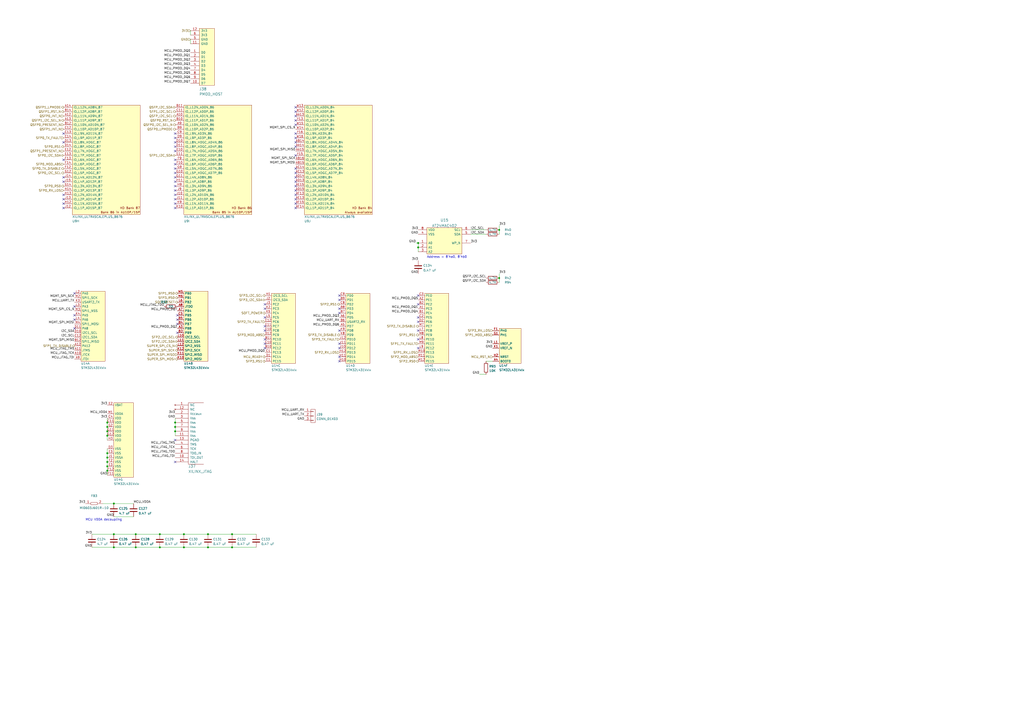
<source format=kicad_sch>
(kicad_sch (version 20211123) (generator eeschema)
  (paper "A2")
  (title_block (title "Kintex Ultrascale+ OshPark For The Lulz") (date "2024-02-21") (rev "0.1") (company "Antikernel Labs") (comment 1 "Andrew D. Zonenberg"))
  (lib_symbols
    (symbol "STM32L431VxIx_1"
      (property "Reference" "U" (at 0 -1.27 0))
      (property "Value" "STM32L431VxIx_1" (at 0 -3.81 0))
      (symbol "STM32L431VxIx_1_1_1"
        (pin bidirectional line (at -3.81 3.81 0) (length 3.81) (name "PA14") (number "A10") (alternate "JTCK" input line))
        (pin bidirectional line (at -3.81 6.35 0) (length 3.81) (name "PA13") (number "A11") (alternate "JTMS" input line))
        (pin bidirectional line (at -3.81 8.89 0) (length 3.81) (name "PA12") (number "A12") (alternate "SPI1_MOSI" bidirectional line))
        (pin bidirectional line (at -3.81 1.27 0) (length 3.81) (name "PA15") (number "A9") (alternate "JTDI" input line) (alternate "SPI1_NSS" bidirectional line) (alternate "USART2_RX" input line))
        (pin bidirectional line (at -3.81 11.43 0) (length 3.81) (name "PA11") (number "B12") (alternate "SPI1_MISO" bidirectional line))
        (pin bidirectional line (at -3.81 13.97 0) (length 3.81) (name "PA10") (number "C12") (alternate "I2C1_SDA" bidirectional line))
        (pin bidirectional line (at -3.81 16.51 0) (length 3.81) (name "PA9") (number "D10") (alternate "I2C1_SCL" bidirectional line))
        (pin bidirectional line (at -3.81 19.05 0) (length 3.81) (name "PA8") (number "D11"))
        (pin bidirectional line (at -3.81 34.29 0) (length 3.81) (name "PA2") (number "K3") (alternate "USART2_TX" output line))
        (pin bidirectional line (at -3.81 26.67 0) (length 3.81) (name "PA5") (number "K4") (alternate "SPI1_SCK" bidirectional line))
        (pin bidirectional line (at -3.81 39.37 0) (length 3.81) (name "PA0") (number "L2"))
        (pin bidirectional line (at -3.81 31.75 0) (length 3.81) (name "PA3") (number "L3") (alternate "USART2_RX" bidirectional line))
        (pin bidirectional line (at -3.81 24.13 0) (length 3.81) (name "PA6") (number "L4") (alternate "SPI1_MISO" bidirectional line))
        (pin bidirectional line (at -3.81 36.83 0) (length 3.81) (name "PA1") (number "M2") (alternate "SPI1_SCK" bidirectional line))
        (pin bidirectional line (at -3.81 29.21 0) (length 3.81) (name "PA4") (number "M3") (alternate "SPI1_NSS" bidirectional line))
        (pin bidirectional line (at -3.81 21.59 0) (length 3.81) (name "PA7") (number "M4") (alternate "I2C3_SCL" bidirectional line) (alternate "SPI1_MOSI" bidirectional line))
      )
      (symbol "STM32L431VxIx_1_2_1"
        (pin bidirectional line (at -3.81 19.05 0) (length 3.81) (name "PB8") (number "A3") (alternate "I2C1_SCL" bidirectional line))
        (pin bidirectional line (at -3.81 29.21 0) (length 3.81) (name "PB4") (number "A7") (alternate "I2C3_SDA" bidirectional line) (alternate "SPI1_MISO" bidirectional line))
        (pin bidirectional line (at -3.81 31.75 0) (length 3.81) (name "PB3") (number "A8") (alternate "JTDO" output line) (alternate "SPI1_SCK" bidirectional line))
        (pin bidirectional line (at -3.81 16.51 0) (length 3.81) (name "PB9") (number "B3") (alternate "I2C1_SDA" bidirectional line) (alternate "SPI2_NSS" bidirectional line))
        (pin bidirectional line (at -3.81 21.59 0) (length 3.81) (name "PB7") (number "B4") (alternate "I2C1_SDA" bidirectional line))
        (pin bidirectional line (at -3.81 24.13 0) (length 3.81) (name "PB6") (number "B5") (alternate "I2C1_SCL" bidirectional line))
        (pin bidirectional line (at -3.81 26.67 0) (length 3.81) (name "PB5") (number "C5") (alternate "SPI1_MOSI" bidirectional line))
        (pin bidirectional line (at -3.81 1.27 0) (length 3.81) (name "PB15") (number "K10") (alternate "SPI2_MOSI" bidirectional line))
        (pin bidirectional line (at -3.81 3.81 0) (length 3.81) (name "PB14") (number "K11") (alternate "I2C2_SDA" bidirectional line) (alternate "SPI2_MISO" bidirectional line))
        (pin bidirectional line (at -3.81 6.35 0) (length 3.81) (name "PB13") (number "K12") (alternate "I2C2_SCL" bidirectional line) (alternate "SPI2_SCK" bidirectional line))
        (pin bidirectional line (at -3.81 13.97 0) (length 3.81) (name "PB10") (number "L10") (alternate "I2C2_SCL" bidirectional line) (alternate "SPI2_SCK" bidirectional line))
        (pin bidirectional line (at -3.81 11.43 0) (length 3.81) (name "PB11") (number "L11") (alternate "I2C2_SDA" bidirectional line))
        (pin bidirectional line (at -3.81 8.89 0) (length 3.81) (name "PB12") (number "L12") (alternate "SPI2_NSS" bidirectional line))
        (pin bidirectional line (at -3.81 34.29 0) (length 3.81) (name "PB2") (number "L6"))
        (pin bidirectional line (at -3.81 39.37 0) (length 3.81) (name "PB0") (number "M5") (alternate "SPI1_NSS" bidirectional line))
        (pin bidirectional line (at -3.81 36.83 0) (length 3.81) (name "PB1") (number "M6"))
      )
      (symbol "STM32L431VxIx_1_3_1"
        (pin bidirectional line (at -3.81 8.89 0) (length 3.81) (name "PC12") (number "B10"))
        (pin bidirectional line (at -3.81 13.97 0) (length 3.81) (name "PC10") (number "B11"))
        (pin bidirectional line (at -3.81 6.35 0) (length 3.81) (name "PC13") (number "C1"))
        (pin bidirectional line (at -3.81 11.43 0) (length 3.81) (name "PC11") (number "C10"))
        (pin bidirectional line (at -3.81 3.81 0) (length 3.81) (name "PC14") (number "D1"))
        (pin bidirectional line (at -3.81 16.51 0) (length 3.81) (name "PC9") (number "D12"))
        (pin bidirectional line (at -3.81 1.27 0) (length 3.81) (name "PC15") (number "E1"))
        (pin bidirectional line (at -3.81 19.05 0) (length 3.81) (name "PC8") (number "E10"))
        (pin bidirectional line (at -3.81 21.59 0) (length 3.81) (name "PC7") (number "E11"))
        (pin bidirectional line (at -3.81 24.13 0) (length 3.81) (name "PC6") (number "E12"))
        (pin bidirectional line (at -3.81 39.37 0) (length 3.81) (name "PC0") (number "H1") (alternate "I2C3_SCL" bidirectional line))
        (pin bidirectional line (at -3.81 36.83 0) (length 3.81) (name "PC1") (number "J2") (alternate "I2C3_SDA" bidirectional line))
        (pin bidirectional line (at -3.81 34.29 0) (length 3.81) (name "PC2") (number "J3") (alternate "SPI2_MISO" bidirectional line))
        (pin bidirectional line (at -3.81 31.75 0) (length 3.81) (name "PC3") (number "K2") (alternate "SPI2_MOSI" bidirectional line))
        (pin bidirectional line (at -3.81 29.21 0) (length 3.81) (name "PC4") (number "K5"))
        (pin bidirectional line (at -3.81 26.67 0) (length 3.81) (name "PC5") (number "L5"))
      )
      (symbol "STM32L431VxIx_1_4_1"
        (pin bidirectional line (at -3.81 21.59 0) (length 3.81) (name "PD7") (number "A5"))
        (pin bidirectional line (at -3.81 26.67 0) (length 3.81) (name "PD5") (number "A6") (alternate "USART2_TX" output line))
        (pin bidirectional line (at -3.81 24.13 0) (length 3.81) (name "PD6") (number "B6") (alternate "USART2_RX" input line))
        (pin bidirectional line (at -3.81 29.21 0) (length 3.81) (name "PD4") (number "B7") (alternate "SPI2_MOSI" bidirectional line))
        (pin bidirectional line (at -3.81 31.75 0) (length 3.81) (name "PD3") (number "B8") (alternate "SPI2_MISO" bidirectional line))
        (pin bidirectional line (at -3.81 36.83 0) (length 3.81) (name "PD1") (number "B9") (alternate "SPI2_SCK" bidirectional line))
        (pin bidirectional line (at -3.81 34.29 0) (length 3.81) (name "PD2") (number "C8"))
        (pin bidirectional line (at -3.81 39.37 0) (length 3.81) (name "PD0") (number "C9") (alternate "SPI2_NSS" bidirectional line))
        (pin bidirectional line (at -3.81 1.27 0) (length 3.81) (name "PD15") (number "H10"))
        (pin bidirectional line (at -3.81 3.81 0) (length 3.81) (name "PD14") (number "H11"))
        (pin bidirectional line (at -3.81 6.35 0) (length 3.81) (name "PD13") (number "H12"))
        (pin bidirectional line (at -3.81 8.89 0) (length 3.81) (name "PD12") (number "J10"))
        (pin bidirectional line (at -3.81 11.43 0) (length 3.81) (name "PD11") (number "J11"))
        (pin bidirectional line (at -3.81 13.97 0) (length 3.81) (name "PD10") (number "J12"))
        (pin bidirectional line (at -3.81 16.51 0) (length 3.81) (name "PD9") (number "K8"))
        (pin bidirectional line (at -3.81 19.05 0) (length 3.81) (name "PD8") (number "K9"))
      )
      (symbol "STM32L431VxIx_1_5_1"
        (pin bidirectional line (at -3.81 31.75 0) (length 3.81) (name "PE3") (number "A1"))
        (pin bidirectional line (at -3.81 36.83 0) (length 3.81) (name "PE1") (number "A2"))
        (pin bidirectional line (at -3.81 29.21 0) (length 3.81) (name "PE4") (number "B1"))
        (pin bidirectional line (at -3.81 34.29 0) (length 3.81) (name "PE2") (number "B2"))
        (pin bidirectional line (at -3.81 26.67 0) (length 3.81) (name "PE5") (number "C2"))
        (pin bidirectional line (at -3.81 39.37 0) (length 3.81) (name "PE0") (number "C3"))
        (pin bidirectional line (at -3.81 24.13 0) (length 3.81) (name "PE6") (number "D2"))
        (pin bidirectional line (at -3.81 19.05 0) (length 3.81) (name "PE8") (number "L7"))
        (pin bidirectional line (at -3.81 13.97 0) (length 3.81) (name "PE10") (number "L8"))
        (pin bidirectional line (at -3.81 8.89 0) (length 3.81) (name "PE12") (number "L9") (alternate "SPI1_NSS" bidirectional line))
        (pin bidirectional line (at -3.81 6.35 0) (length 3.81) (name "PE13") (number "M10") (alternate "SPI1_SCK" bidirectional line))
        (pin bidirectional line (at -3.81 3.81 0) (length 3.81) (name "PE14") (number "M11") (alternate "SPI1_MISO" bidirectional line))
        (pin bidirectional line (at -3.81 1.27 0) (length 3.81) (name "PE15") (number "M12") (alternate "SPI1_MOSI" bidirectional line))
        (pin bidirectional line (at -3.81 21.59 0) (length 3.81) (name "PE7") (number "M7"))
        (pin bidirectional line (at -3.81 16.51 0) (length 3.81) (name "PE9") (number "M8"))
        (pin bidirectional line (at -3.81 11.43 0) (length 3.81) (name "PE11") (number "M9"))
      )
      (symbol "STM32L431VxIx_1_6_1"
        (pin input line (at -3.81 1.27 0) (length 3.81) (name "BOOT0") (number "A4"))
        (pin bidirectional line (at -3.81 19.05 0) (length 3.81) (name "PH0") (number "F1"))
        (pin bidirectional line (at -3.81 16.51 0) (length 3.81) (name "PH1") (number "G1"))
        (pin input line (at -3.81 3.81 0) (length 3.81) (name "NRST") (number "H2"))
        (pin input line (at -3.81 8.89 0) (length 3.81) (name "VREF_N") (number "K1"))
        (pin input line (at -3.81 11.43 0) (length 3.81) (name "VREF_P") (number "L1"))
      )
      (symbol "STM32L431VxIx_1_7_1"
        (pin power_in line (at -3.81 31.75 0) (length 3.81) (name "VDD") (number "C11"))
        (pin power_in line (at -3.81 34.29 0) (length 3.81) (name "VDD") (number "C4"))
        (pin power_in line (at -3.81 16.51 0) (length 3.81) (name "VSS") (number "D3"))
        (pin power_in line (at -3.81 41.91 0) (length 3.81) (name "VBAT") (number "E2"))
        (pin power_in line (at -3.81 6.35 0) (length 3.81) (name "VSS") (number "E3"))
        (pin power_in line (at -3.81 13.97 0) (length 3.81) (name "VSS") (number "E3"))
        (pin power_in line (at -3.81 1.27 0) (length 3.81) (name "VSS") (number "F11"))
        (pin power_in line (at -3.81 3.81 0) (length 3.81) (name "VSS") (number "F12"))
        (pin power_in line (at -3.81 8.89 0) (length 3.81) (name "VSS") (number "F2"))
        (pin power_in line (at -3.81 26.67 0) (length 3.81) (name "VDD") (number "G11"))
        (pin power_in line (at -3.81 24.13 0) (length 3.81) (name "VDD") (number "G12"))
        (pin power_in line (at -3.81 29.21 0) (length 3.81) (name "VDD") (number "G2"))
        (pin power_in line (at -3.81 21.59 0) (length 3.81) (name "VDD") (number "H3"))
        (pin power_in line (at -3.81 11.43 0) (length 3.81) (name "VSSA") (number "J1"))
        (pin power_in line (at -3.81 36.83 0) (length 3.81) (name "VDDA") (number "M1"))
      )
    )
    (symbol "STM32L431VxIx_2"
      (property "Reference" "U" (at 0 -1.27 0))
      (property "Value" "STM32L431VxIx_2" (at 0 -3.81 0))
      (symbol "STM32L431VxIx_2_1_1"
        (pin bidirectional line (at -3.81 3.81 0) (length 3.81) (name "PA14") (number "A10") (alternate "JTCK" input line))
        (pin bidirectional line (at -3.81 6.35 0) (length 3.81) (name "PA13") (number "A11") (alternate "JTMS" input line))
        (pin bidirectional line (at -3.81 8.89 0) (length 3.81) (name "PA12") (number "A12") (alternate "SPI1_MOSI" bidirectional line))
        (pin bidirectional line (at -3.81 1.27 0) (length 3.81) (name "PA15") (number "A9") (alternate "JTDI" input line) (alternate "SPI1_NSS" bidirectional line) (alternate "USART2_RX" input line))
        (pin bidirectional line (at -3.81 11.43 0) (length 3.81) (name "PA11") (number "B12") (alternate "SPI1_MISO" bidirectional line))
        (pin bidirectional line (at -3.81 13.97 0) (length 3.81) (name "PA10") (number "C12") (alternate "I2C1_SDA" bidirectional line))
        (pin bidirectional line (at -3.81 16.51 0) (length 3.81) (name "PA9") (number "D10") (alternate "I2C1_SCL" bidirectional line))
        (pin bidirectional line (at -3.81 19.05 0) (length 3.81) (name "PA8") (number "D11"))
        (pin bidirectional line (at -3.81 34.29 0) (length 3.81) (name "PA2") (number "K3") (alternate "USART2_TX" output line))
        (pin bidirectional line (at -3.81 26.67 0) (length 3.81) (name "PA5") (number "K4") (alternate "SPI1_SCK" bidirectional line))
        (pin bidirectional line (at -3.81 39.37 0) (length 3.81) (name "PA0") (number "L2"))
        (pin bidirectional line (at -3.81 31.75 0) (length 3.81) (name "PA3") (number "L3") (alternate "USART2_RX" bidirectional line))
        (pin bidirectional line (at -3.81 24.13 0) (length 3.81) (name "PA6") (number "L4") (alternate "SPI1_MISO" bidirectional line))
        (pin bidirectional line (at -3.81 36.83 0) (length 3.81) (name "PA1") (number "M2") (alternate "SPI1_SCK" bidirectional line))
        (pin bidirectional line (at -3.81 29.21 0) (length 3.81) (name "PA4") (number "M3") (alternate "SPI1_NSS" bidirectional line))
        (pin bidirectional line (at -3.81 21.59 0) (length 3.81) (name "PA7") (number "M4") (alternate "I2C3_SCL" bidirectional line) (alternate "SPI1_MOSI" bidirectional line))
      )
      (symbol "STM32L431VxIx_2_2_1"
        (pin bidirectional line (at -3.81 19.05 0) (length 3.81) (name "PB8") (number "A3") (alternate "I2C1_SCL" bidirectional line))
        (pin bidirectional line (at -3.81 29.21 0) (length 3.81) (name "PB4") (number "A7") (alternate "I2C3_SDA" bidirectional line) (alternate "SPI1_MISO" bidirectional line))
        (pin bidirectional line (at -3.81 31.75 0) (length 3.81) (name "PB3") (number "A8") (alternate "JTDO" output line) (alternate "SPI1_SCK" bidirectional line))
        (pin bidirectional line (at -3.81 16.51 0) (length 3.81) (name "PB9") (number "B3") (alternate "I2C1_SDA" bidirectional line) (alternate "SPI2_NSS" bidirectional line))
        (pin bidirectional line (at -3.81 21.59 0) (length 3.81) (name "PB7") (number "B4") (alternate "I2C1_SDA" bidirectional line))
        (pin bidirectional line (at -3.81 24.13 0) (length 3.81) (name "PB6") (number "B5") (alternate "I2C1_SCL" bidirectional line))
        (pin bidirectional line (at -3.81 26.67 0) (length 3.81) (name "PB5") (number "C5") (alternate "SPI1_MOSI" bidirectional line))
        (pin bidirectional line (at -3.81 1.27 0) (length 3.81) (name "PB15") (number "K10") (alternate "SPI2_MOSI" bidirectional line))
        (pin bidirectional line (at -3.81 3.81 0) (length 3.81) (name "PB14") (number "K11") (alternate "I2C2_SDA" bidirectional line) (alternate "SPI2_MISO" bidirectional line))
        (pin bidirectional line (at -3.81 6.35 0) (length 3.81) (name "PB13") (number "K12") (alternate "I2C2_SCL" bidirectional line) (alternate "SPI2_SCK" bidirectional line))
        (pin bidirectional line (at -3.81 13.97 0) (length 3.81) (name "PB10") (number "L10") (alternate "I2C2_SCL" bidirectional line) (alternate "SPI2_SCK" bidirectional line))
        (pin bidirectional line (at -3.81 11.43 0) (length 3.81) (name "PB11") (number "L11") (alternate "I2C2_SDA" bidirectional line))
        (pin bidirectional line (at -3.81 8.89 0) (length 3.81) (name "PB12") (number "L12") (alternate "SPI2_NSS" bidirectional line))
        (pin bidirectional line (at -3.81 34.29 0) (length 3.81) (name "PB2") (number "L6"))
        (pin bidirectional line (at -3.81 39.37 0) (length 3.81) (name "PB0") (number "M5") (alternate "SPI1_NSS" bidirectional line))
        (pin bidirectional line (at -3.81 36.83 0) (length 3.81) (name "PB1") (number "M6"))
      )
      (symbol "STM32L431VxIx_2_3_1"
        (pin bidirectional line (at -3.81 8.89 0) (length 3.81) (name "PC12") (number "B10"))
        (pin bidirectional line (at -3.81 13.97 0) (length 3.81) (name "PC10") (number "B11"))
        (pin bidirectional line (at -3.81 6.35 0) (length 3.81) (name "PC13") (number "C1"))
        (pin bidirectional line (at -3.81 11.43 0) (length 3.81) (name "PC11") (number "C10"))
        (pin bidirectional line (at -3.81 3.81 0) (length 3.81) (name "PC14") (number "D1"))
        (pin bidirectional line (at -3.81 16.51 0) (length 3.81) (name "PC9") (number "D12"))
        (pin bidirectional line (at -3.81 1.27 0) (length 3.81) (name "PC15") (number "E1"))
        (pin bidirectional line (at -3.81 19.05 0) (length 3.81) (name "PC8") (number "E10"))
        (pin bidirectional line (at -3.81 21.59 0) (length 3.81) (name "PC7") (number "E11"))
        (pin bidirectional line (at -3.81 24.13 0) (length 3.81) (name "PC6") (number "E12"))
        (pin bidirectional line (at -3.81 39.37 0) (length 3.81) (name "PC0") (number "H1") (alternate "I2C3_SCL" bidirectional line))
        (pin bidirectional line (at -3.81 36.83 0) (length 3.81) (name "PC1") (number "J2") (alternate "I2C3_SDA" bidirectional line))
        (pin bidirectional line (at -3.81 34.29 0) (length 3.81) (name "PC2") (number "J3") (alternate "SPI2_MISO" bidirectional line))
        (pin bidirectional line (at -3.81 31.75 0) (length 3.81) (name "PC3") (number "K2") (alternate "SPI2_MOSI" bidirectional line))
        (pin bidirectional line (at -3.81 29.21 0) (length 3.81) (name "PC4") (number "K5"))
        (pin bidirectional line (at -3.81 26.67 0) (length 3.81) (name "PC5") (number "L5"))
      )
      (symbol "STM32L431VxIx_2_4_1"
        (pin bidirectional line (at -3.81 21.59 0) (length 3.81) (name "PD7") (number "A5"))
        (pin bidirectional line (at -3.81 26.67 0) (length 3.81) (name "PD5") (number "A6") (alternate "USART2_TX" output line))
        (pin bidirectional line (at -3.81 24.13 0) (length 3.81) (name "PD6") (number "B6") (alternate "USART2_RX" input line))
        (pin bidirectional line (at -3.81 29.21 0) (length 3.81) (name "PD4") (number "B7") (alternate "SPI2_MOSI" bidirectional line))
        (pin bidirectional line (at -3.81 31.75 0) (length 3.81) (name "PD3") (number "B8") (alternate "SPI2_MISO" bidirectional line))
        (pin bidirectional line (at -3.81 36.83 0) (length 3.81) (name "PD1") (number "B9") (alternate "SPI2_SCK" bidirectional line))
        (pin bidirectional line (at -3.81 34.29 0) (length 3.81) (name "PD2") (number "C8"))
        (pin bidirectional line (at -3.81 39.37 0) (length 3.81) (name "PD0") (number "C9") (alternate "SPI2_NSS" bidirectional line))
        (pin bidirectional line (at -3.81 1.27 0) (length 3.81) (name "PD15") (number "H10"))
        (pin bidirectional line (at -3.81 3.81 0) (length 3.81) (name "PD14") (number "H11"))
        (pin bidirectional line (at -3.81 6.35 0) (length 3.81) (name "PD13") (number "H12"))
        (pin bidirectional line (at -3.81 8.89 0) (length 3.81) (name "PD12") (number "J10"))
        (pin bidirectional line (at -3.81 11.43 0) (length 3.81) (name "PD11") (number "J11"))
        (pin bidirectional line (at -3.81 13.97 0) (length 3.81) (name "PD10") (number "J12"))
        (pin bidirectional line (at -3.81 16.51 0) (length 3.81) (name "PD9") (number "K8"))
        (pin bidirectional line (at -3.81 19.05 0) (length 3.81) (name "PD8") (number "K9"))
      )
      (symbol "STM32L431VxIx_2_5_1"
        (pin bidirectional line (at -3.81 31.75 0) (length 3.81) (name "PE3") (number "A1"))
        (pin bidirectional line (at -3.81 36.83 0) (length 3.81) (name "PE1") (number "A2"))
        (pin bidirectional line (at -3.81 29.21 0) (length 3.81) (name "PE4") (number "B1"))
        (pin bidirectional line (at -3.81 34.29 0) (length 3.81) (name "PE2") (number "B2"))
        (pin bidirectional line (at -3.81 26.67 0) (length 3.81) (name "PE5") (number "C2"))
        (pin bidirectional line (at -3.81 39.37 0) (length 3.81) (name "PE0") (number "C3"))
        (pin bidirectional line (at -3.81 24.13 0) (length 3.81) (name "PE6") (number "D2"))
        (pin bidirectional line (at -3.81 19.05 0) (length 3.81) (name "PE8") (number "L7"))
        (pin bidirectional line (at -3.81 13.97 0) (length 3.81) (name "PE10") (number "L8"))
        (pin bidirectional line (at -3.81 8.89 0) (length 3.81) (name "PE12") (number "L9") (alternate "SPI1_NSS" bidirectional line))
        (pin bidirectional line (at -3.81 6.35 0) (length 3.81) (name "PE13") (number "M10") (alternate "SPI1_SCK" bidirectional line))
        (pin bidirectional line (at -3.81 3.81 0) (length 3.81) (name "PE14") (number "M11") (alternate "SPI1_MISO" bidirectional line))
        (pin bidirectional line (at -3.81 1.27 0) (length 3.81) (name "PE15") (number "M12") (alternate "SPI1_MOSI" bidirectional line))
        (pin bidirectional line (at -3.81 21.59 0) (length 3.81) (name "PE7") (number "M7"))
        (pin bidirectional line (at -3.81 16.51 0) (length 3.81) (name "PE9") (number "M8"))
        (pin bidirectional line (at -3.81 11.43 0) (length 3.81) (name "PE11") (number "M9"))
      )
      (symbol "STM32L431VxIx_2_6_1"
        (pin input line (at -3.81 1.27 0) (length 3.81) (name "BOOT0") (number "A4"))
        (pin bidirectional line (at -3.81 19.05 0) (length 3.81) (name "PH0") (number "F1"))
        (pin bidirectional line (at -3.81 16.51 0) (length 3.81) (name "PH1") (number "G1"))
        (pin input line (at -3.81 3.81 0) (length 3.81) (name "NRST") (number "H2"))
        (pin input line (at -3.81 8.89 0) (length 3.81) (name "VREF_N") (number "K1"))
        (pin input line (at -3.81 11.43 0) (length 3.81) (name "VREF_P") (number "L1"))
      )
      (symbol "STM32L431VxIx_2_7_1"
        (pin power_in line (at -3.81 31.75 0) (length 3.81) (name "VDD") (number "C11"))
        (pin power_in line (at -3.81 34.29 0) (length 3.81) (name "VDD") (number "C4"))
        (pin power_in line (at -3.81 16.51 0) (length 3.81) (name "VSS") (number "D3"))
        (pin power_in line (at -3.81 41.91 0) (length 3.81) (name "VBAT") (number "E2"))
        (pin power_in line (at -3.81 6.35 0) (length 3.81) (name "VSS") (number "E3"))
        (pin power_in line (at -3.81 13.97 0) (length 3.81) (name "VSS") (number "E3"))
        (pin power_in line (at -3.81 1.27 0) (length 3.81) (name "VSS") (number "F11"))
        (pin power_in line (at -3.81 3.81 0) (length 3.81) (name "VSS") (number "F12"))
        (pin power_in line (at -3.81 8.89 0) (length 3.81) (name "VSS") (number "F2"))
        (pin power_in line (at -3.81 26.67 0) (length 3.81) (name "VDD") (number "G11"))
        (pin power_in line (at -3.81 24.13 0) (length 3.81) (name "VDD") (number "G12"))
        (pin power_in line (at -3.81 29.21 0) (length 3.81) (name "VDD") (number "G2"))
        (pin power_in line (at -3.81 21.59 0) (length 3.81) (name "VDD") (number "H3"))
        (pin power_in line (at -3.81 11.43 0) (length 3.81) (name "VSSA") (number "J1"))
        (pin power_in line (at -3.81 36.83 0) (length 3.81) (name "VDDA") (number "M1"))
      )
    )
    (symbol "STM32L431VxIx_3"
      (property "Reference" "U" (at 0 -1.27 0))
      (property "Value" "STM32L431VxIx_3" (at 0 -3.81 0))
      (symbol "STM32L431VxIx_3_1_1"
        (pin bidirectional line (at -3.81 3.81 0) (length 3.81) (name "PA14") (number "A10") (alternate "JTCK" input line))
        (pin bidirectional line (at -3.81 6.35 0) (length 3.81) (name "PA13") (number "A11") (alternate "JTMS" input line))
        (pin bidirectional line (at -3.81 8.89 0) (length 3.81) (name "PA12") (number "A12") (alternate "SPI1_MOSI" bidirectional line))
        (pin bidirectional line (at -3.81 1.27 0) (length 3.81) (name "PA15") (number "A9") (alternate "JTDI" input line) (alternate "SPI1_NSS" bidirectional line) (alternate "USART2_RX" input line))
        (pin bidirectional line (at -3.81 11.43 0) (length 3.81) (name "PA11") (number "B12") (alternate "SPI1_MISO" bidirectional line))
        (pin bidirectional line (at -3.81 13.97 0) (length 3.81) (name "PA10") (number "C12") (alternate "I2C1_SDA" bidirectional line))
        (pin bidirectional line (at -3.81 16.51 0) (length 3.81) (name "PA9") (number "D10") (alternate "I2C1_SCL" bidirectional line))
        (pin bidirectional line (at -3.81 19.05 0) (length 3.81) (name "PA8") (number "D11"))
        (pin bidirectional line (at -3.81 34.29 0) (length 3.81) (name "PA2") (number "K3") (alternate "USART2_TX" output line))
        (pin bidirectional line (at -3.81 26.67 0) (length 3.81) (name "PA5") (number "K4") (alternate "SPI1_SCK" bidirectional line))
        (pin bidirectional line (at -3.81 39.37 0) (length 3.81) (name "PA0") (number "L2"))
        (pin bidirectional line (at -3.81 31.75 0) (length 3.81) (name "PA3") (number "L3") (alternate "USART2_RX" bidirectional line))
        (pin bidirectional line (at -3.81 24.13 0) (length 3.81) (name "PA6") (number "L4") (alternate "SPI1_MISO" bidirectional line))
        (pin bidirectional line (at -3.81 36.83 0) (length 3.81) (name "PA1") (number "M2") (alternate "SPI1_SCK" bidirectional line))
        (pin bidirectional line (at -3.81 29.21 0) (length 3.81) (name "PA4") (number "M3") (alternate "SPI1_NSS" bidirectional line))
        (pin bidirectional line (at -3.81 21.59 0) (length 3.81) (name "PA7") (number "M4") (alternate "I2C3_SCL" bidirectional line) (alternate "SPI1_MOSI" bidirectional line))
      )
      (symbol "STM32L431VxIx_3_2_1"
        (pin bidirectional line (at -3.81 19.05 0) (length 3.81) (name "PB8") (number "A3") (alternate "I2C1_SCL" bidirectional line))
        (pin bidirectional line (at -3.81 29.21 0) (length 3.81) (name "PB4") (number "A7") (alternate "I2C3_SDA" bidirectional line) (alternate "SPI1_MISO" bidirectional line))
        (pin bidirectional line (at -3.81 31.75 0) (length 3.81) (name "PB3") (number "A8") (alternate "JTDO" output line) (alternate "SPI1_SCK" bidirectional line))
        (pin bidirectional line (at -3.81 16.51 0) (length 3.81) (name "PB9") (number "B3") (alternate "I2C1_SDA" bidirectional line) (alternate "SPI2_NSS" bidirectional line))
        (pin bidirectional line (at -3.81 21.59 0) (length 3.81) (name "PB7") (number "B4") (alternate "I2C1_SDA" bidirectional line))
        (pin bidirectional line (at -3.81 24.13 0) (length 3.81) (name "PB6") (number "B5") (alternate "I2C1_SCL" bidirectional line))
        (pin bidirectional line (at -3.81 26.67 0) (length 3.81) (name "PB5") (number "C5") (alternate "SPI1_MOSI" bidirectional line))
        (pin bidirectional line (at -3.81 1.27 0) (length 3.81) (name "PB15") (number "K10") (alternate "SPI2_MOSI" bidirectional line))
        (pin bidirectional line (at -3.81 3.81 0) (length 3.81) (name "PB14") (number "K11") (alternate "I2C2_SDA" bidirectional line) (alternate "SPI2_MISO" bidirectional line))
        (pin bidirectional line (at -3.81 6.35 0) (length 3.81) (name "PB13") (number "K12") (alternate "I2C2_SCL" bidirectional line) (alternate "SPI2_SCK" bidirectional line))
        (pin bidirectional line (at -3.81 13.97 0) (length 3.81) (name "PB10") (number "L10") (alternate "I2C2_SCL" bidirectional line) (alternate "SPI2_SCK" bidirectional line))
        (pin bidirectional line (at -3.81 11.43 0) (length 3.81) (name "PB11") (number "L11") (alternate "I2C2_SDA" bidirectional line))
        (pin bidirectional line (at -3.81 8.89 0) (length 3.81) (name "PB12") (number "L12") (alternate "SPI2_NSS" bidirectional line))
        (pin bidirectional line (at -3.81 34.29 0) (length 3.81) (name "PB2") (number "L6"))
        (pin bidirectional line (at -3.81 39.37 0) (length 3.81) (name "PB0") (number "M5") (alternate "SPI1_NSS" bidirectional line))
        (pin bidirectional line (at -3.81 36.83 0) (length 3.81) (name "PB1") (number "M6"))
      )
      (symbol "STM32L431VxIx_3_3_1"
        (pin bidirectional line (at -3.81 8.89 0) (length 3.81) (name "PC12") (number "B10"))
        (pin bidirectional line (at -3.81 13.97 0) (length 3.81) (name "PC10") (number "B11"))
        (pin bidirectional line (at -3.81 6.35 0) (length 3.81) (name "PC13") (number "C1"))
        (pin bidirectional line (at -3.81 11.43 0) (length 3.81) (name "PC11") (number "C10"))
        (pin bidirectional line (at -3.81 3.81 0) (length 3.81) (name "PC14") (number "D1"))
        (pin bidirectional line (at -3.81 16.51 0) (length 3.81) (name "PC9") (number "D12"))
        (pin bidirectional line (at -3.81 1.27 0) (length 3.81) (name "PC15") (number "E1"))
        (pin bidirectional line (at -3.81 19.05 0) (length 3.81) (name "PC8") (number "E10"))
        (pin bidirectional line (at -3.81 21.59 0) (length 3.81) (name "PC7") (number "E11"))
        (pin bidirectional line (at -3.81 24.13 0) (length 3.81) (name "PC6") (number "E12"))
        (pin bidirectional line (at -3.81 39.37 0) (length 3.81) (name "PC0") (number "H1") (alternate "I2C3_SCL" bidirectional line))
        (pin bidirectional line (at -3.81 36.83 0) (length 3.81) (name "PC1") (number "J2") (alternate "I2C3_SDA" bidirectional line))
        (pin bidirectional line (at -3.81 34.29 0) (length 3.81) (name "PC2") (number "J3") (alternate "SPI2_MISO" bidirectional line))
        (pin bidirectional line (at -3.81 31.75 0) (length 3.81) (name "PC3") (number "K2") (alternate "SPI2_MOSI" bidirectional line))
        (pin bidirectional line (at -3.81 29.21 0) (length 3.81) (name "PC4") (number "K5"))
        (pin bidirectional line (at -3.81 26.67 0) (length 3.81) (name "PC5") (number "L5"))
      )
      (symbol "STM32L431VxIx_3_4_1"
        (pin bidirectional line (at -3.81 21.59 0) (length 3.81) (name "PD7") (number "A5"))
        (pin bidirectional line (at -3.81 26.67 0) (length 3.81) (name "PD5") (number "A6") (alternate "USART2_TX" output line))
        (pin bidirectional line (at -3.81 24.13 0) (length 3.81) (name "PD6") (number "B6") (alternate "USART2_RX" input line))
        (pin bidirectional line (at -3.81 29.21 0) (length 3.81) (name "PD4") (number "B7") (alternate "SPI2_MOSI" bidirectional line))
        (pin bidirectional line (at -3.81 31.75 0) (length 3.81) (name "PD3") (number "B8") (alternate "SPI2_MISO" bidirectional line))
        (pin bidirectional line (at -3.81 36.83 0) (length 3.81) (name "PD1") (number "B9") (alternate "SPI2_SCK" bidirectional line))
        (pin bidirectional line (at -3.81 34.29 0) (length 3.81) (name "PD2") (number "C8"))
        (pin bidirectional line (at -3.81 39.37 0) (length 3.81) (name "PD0") (number "C9") (alternate "SPI2_NSS" bidirectional line))
        (pin bidirectional line (at -3.81 1.27 0) (length 3.81) (name "PD15") (number "H10"))
        (pin bidirectional line (at -3.81 3.81 0) (length 3.81) (name "PD14") (number "H11"))
        (pin bidirectional line (at -3.81 6.35 0) (length 3.81) (name "PD13") (number "H12"))
        (pin bidirectional line (at -3.81 8.89 0) (length 3.81) (name "PD12") (number "J10"))
        (pin bidirectional line (at -3.81 11.43 0) (length 3.81) (name "PD11") (number "J11"))
        (pin bidirectional line (at -3.81 13.97 0) (length 3.81) (name "PD10") (number "J12"))
        (pin bidirectional line (at -3.81 16.51 0) (length 3.81) (name "PD9") (number "K8"))
        (pin bidirectional line (at -3.81 19.05 0) (length 3.81) (name "PD8") (number "K9"))
      )
      (symbol "STM32L431VxIx_3_5_1"
        (pin bidirectional line (at -3.81 31.75 0) (length 3.81) (name "PE3") (number "A1"))
        (pin bidirectional line (at -3.81 36.83 0) (length 3.81) (name "PE1") (number "A2"))
        (pin bidirectional line (at -3.81 29.21 0) (length 3.81) (name "PE4") (number "B1"))
        (pin bidirectional line (at -3.81 34.29 0) (length 3.81) (name "PE2") (number "B2"))
        (pin bidirectional line (at -3.81 26.67 0) (length 3.81) (name "PE5") (number "C2"))
        (pin bidirectional line (at -3.81 39.37 0) (length 3.81) (name "PE0") (number "C3"))
        (pin bidirectional line (at -3.81 24.13 0) (length 3.81) (name "PE6") (number "D2"))
        (pin bidirectional line (at -3.81 19.05 0) (length 3.81) (name "PE8") (number "L7"))
        (pin bidirectional line (at -3.81 13.97 0) (length 3.81) (name "PE10") (number "L8"))
        (pin bidirectional line (at -3.81 8.89 0) (length 3.81) (name "PE12") (number "L9") (alternate "SPI1_NSS" bidirectional line))
        (pin bidirectional line (at -3.81 6.35 0) (length 3.81) (name "PE13") (number "M10") (alternate "SPI1_SCK" bidirectional line))
        (pin bidirectional line (at -3.81 3.81 0) (length 3.81) (name "PE14") (number "M11") (alternate "SPI1_MISO" bidirectional line))
        (pin bidirectional line (at -3.81 1.27 0) (length 3.81) (name "PE15") (number "M12") (alternate "SPI1_MOSI" bidirectional line))
        (pin bidirectional line (at -3.81 21.59 0) (length 3.81) (name "PE7") (number "M7"))
        (pin bidirectional line (at -3.81 16.51 0) (length 3.81) (name "PE9") (number "M8"))
        (pin bidirectional line (at -3.81 11.43 0) (length 3.81) (name "PE11") (number "M9"))
      )
      (symbol "STM32L431VxIx_3_6_1"
        (pin input line (at -3.81 1.27 0) (length 3.81) (name "BOOT0") (number "A4"))
        (pin bidirectional line (at -3.81 19.05 0) (length 3.81) (name "PH0") (number "F1"))
        (pin bidirectional line (at -3.81 16.51 0) (length 3.81) (name "PH1") (number "G1"))
        (pin input line (at -3.81 3.81 0) (length 3.81) (name "NRST") (number "H2"))
        (pin input line (at -3.81 8.89 0) (length 3.81) (name "VREF_N") (number "K1"))
        (pin input line (at -3.81 11.43 0) (length 3.81) (name "VREF_P") (number "L1"))
      )
      (symbol "STM32L431VxIx_3_7_1"
        (pin power_in line (at -3.81 31.75 0) (length 3.81) (name "VDD") (number "C11"))
        (pin power_in line (at -3.81 34.29 0) (length 3.81) (name "VDD") (number "C4"))
        (pin power_in line (at -3.81 16.51 0) (length 3.81) (name "VSS") (number "D3"))
        (pin power_in line (at -3.81 41.91 0) (length 3.81) (name "VBAT") (number "E2"))
        (pin power_in line (at -3.81 6.35 0) (length 3.81) (name "VSS") (number "E3"))
        (pin power_in line (at -3.81 13.97 0) (length 3.81) (name "VSS") (number "E3"))
        (pin power_in line (at -3.81 1.27 0) (length 3.81) (name "VSS") (number "F11"))
        (pin power_in line (at -3.81 3.81 0) (length 3.81) (name "VSS") (number "F12"))
        (pin power_in line (at -3.81 8.89 0) (length 3.81) (name "VSS") (number "F2"))
        (pin power_in line (at -3.81 26.67 0) (length 3.81) (name "VDD") (number "G11"))
        (pin power_in line (at -3.81 24.13 0) (length 3.81) (name "VDD") (number "G12"))
        (pin power_in line (at -3.81 29.21 0) (length 3.81) (name "VDD") (number "G2"))
        (pin power_in line (at -3.81 21.59 0) (length 3.81) (name "VDD") (number "H3"))
        (pin power_in line (at -3.81 11.43 0) (length 3.81) (name "VSSA") (number "J1"))
        (pin power_in line (at -3.81 36.83 0) (length 3.81) (name "VDDA") (number "M1"))
      )
    )
    (symbol "STM32L431VxIx_4"
      (property "Reference" "U" (at 0 -1.27 0))
      (property "Value" "STM32L431VxIx_4" (at 0 -3.81 0))
      (symbol "STM32L431VxIx_4_1_1"
        (pin bidirectional line (at -3.81 3.81 0) (length 3.81) (name "PA14") (number "A10") (alternate "JTCK" input line))
        (pin bidirectional line (at -3.81 6.35 0) (length 3.81) (name "PA13") (number "A11") (alternate "JTMS" input line))
        (pin bidirectional line (at -3.81 8.89 0) (length 3.81) (name "PA12") (number "A12") (alternate "SPI1_MOSI" bidirectional line))
        (pin bidirectional line (at -3.81 1.27 0) (length 3.81) (name "PA15") (number "A9") (alternate "JTDI" input line) (alternate "SPI1_NSS" bidirectional line) (alternate "USART2_RX" input line))
        (pin bidirectional line (at -3.81 11.43 0) (length 3.81) (name "PA11") (number "B12") (alternate "SPI1_MISO" bidirectional line))
        (pin bidirectional line (at -3.81 13.97 0) (length 3.81) (name "PA10") (number "C12") (alternate "I2C1_SDA" bidirectional line))
        (pin bidirectional line (at -3.81 16.51 0) (length 3.81) (name "PA9") (number "D10") (alternate "I2C1_SCL" bidirectional line))
        (pin bidirectional line (at -3.81 19.05 0) (length 3.81) (name "PA8") (number "D11"))
        (pin bidirectional line (at -3.81 34.29 0) (length 3.81) (name "PA2") (number "K3") (alternate "USART2_TX" output line))
        (pin bidirectional line (at -3.81 26.67 0) (length 3.81) (name "PA5") (number "K4") (alternate "SPI1_SCK" bidirectional line))
        (pin bidirectional line (at -3.81 39.37 0) (length 3.81) (name "PA0") (number "L2"))
        (pin bidirectional line (at -3.81 31.75 0) (length 3.81) (name "PA3") (number "L3") (alternate "USART2_RX" bidirectional line))
        (pin bidirectional line (at -3.81 24.13 0) (length 3.81) (name "PA6") (number "L4") (alternate "SPI1_MISO" bidirectional line))
        (pin bidirectional line (at -3.81 36.83 0) (length 3.81) (name "PA1") (number "M2") (alternate "SPI1_SCK" bidirectional line))
        (pin bidirectional line (at -3.81 29.21 0) (length 3.81) (name "PA4") (number "M3") (alternate "SPI1_NSS" bidirectional line))
        (pin bidirectional line (at -3.81 21.59 0) (length 3.81) (name "PA7") (number "M4") (alternate "I2C3_SCL" bidirectional line) (alternate "SPI1_MOSI" bidirectional line))
      )
      (symbol "STM32L431VxIx_4_2_1"
        (pin bidirectional line (at -3.81 19.05 0) (length 3.81) (name "PB8") (number "A3") (alternate "I2C1_SCL" bidirectional line))
        (pin bidirectional line (at -3.81 29.21 0) (length 3.81) (name "PB4") (number "A7") (alternate "I2C3_SDA" bidirectional line) (alternate "SPI1_MISO" bidirectional line))
        (pin bidirectional line (at -3.81 31.75 0) (length 3.81) (name "PB3") (number "A8") (alternate "JTDO" output line) (alternate "SPI1_SCK" bidirectional line))
        (pin bidirectional line (at -3.81 16.51 0) (length 3.81) (name "PB9") (number "B3") (alternate "I2C1_SDA" bidirectional line) (alternate "SPI2_NSS" bidirectional line))
        (pin bidirectional line (at -3.81 21.59 0) (length 3.81) (name "PB7") (number "B4") (alternate "I2C1_SDA" bidirectional line))
        (pin bidirectional line (at -3.81 24.13 0) (length 3.81) (name "PB6") (number "B5") (alternate "I2C1_SCL" bidirectional line))
        (pin bidirectional line (at -3.81 26.67 0) (length 3.81) (name "PB5") (number "C5") (alternate "SPI1_MOSI" bidirectional line))
        (pin bidirectional line (at -3.81 1.27 0) (length 3.81) (name "PB15") (number "K10") (alternate "SPI2_MOSI" bidirectional line))
        (pin bidirectional line (at -3.81 3.81 0) (length 3.81) (name "PB14") (number "K11") (alternate "I2C2_SDA" bidirectional line) (alternate "SPI2_MISO" bidirectional line))
        (pin bidirectional line (at -3.81 6.35 0) (length 3.81) (name "PB13") (number "K12") (alternate "I2C2_SCL" bidirectional line) (alternate "SPI2_SCK" bidirectional line))
        (pin bidirectional line (at -3.81 13.97 0) (length 3.81) (name "PB10") (number "L10") (alternate "I2C2_SCL" bidirectional line) (alternate "SPI2_SCK" bidirectional line))
        (pin bidirectional line (at -3.81 11.43 0) (length 3.81) (name "PB11") (number "L11") (alternate "I2C2_SDA" bidirectional line))
        (pin bidirectional line (at -3.81 8.89 0) (length 3.81) (name "PB12") (number "L12") (alternate "SPI2_NSS" bidirectional line))
        (pin bidirectional line (at -3.81 34.29 0) (length 3.81) (name "PB2") (number "L6"))
        (pin bidirectional line (at -3.81 39.37 0) (length 3.81) (name "PB0") (number "M5") (alternate "SPI1_NSS" bidirectional line))
        (pin bidirectional line (at -3.81 36.83 0) (length 3.81) (name "PB1") (number "M6"))
      )
      (symbol "STM32L431VxIx_4_3_1"
        (pin bidirectional line (at -3.81 8.89 0) (length 3.81) (name "PC12") (number "B10"))
        (pin bidirectional line (at -3.81 13.97 0) (length 3.81) (name "PC10") (number "B11"))
        (pin bidirectional line (at -3.81 6.35 0) (length 3.81) (name "PC13") (number "C1"))
        (pin bidirectional line (at -3.81 11.43 0) (length 3.81) (name "PC11") (number "C10"))
        (pin bidirectional line (at -3.81 3.81 0) (length 3.81) (name "PC14") (number "D1"))
        (pin bidirectional line (at -3.81 16.51 0) (length 3.81) (name "PC9") (number "D12"))
        (pin bidirectional line (at -3.81 1.27 0) (length 3.81) (name "PC15") (number "E1"))
        (pin bidirectional line (at -3.81 19.05 0) (length 3.81) (name "PC8") (number "E10"))
        (pin bidirectional line (at -3.81 21.59 0) (length 3.81) (name "PC7") (number "E11"))
        (pin bidirectional line (at -3.81 24.13 0) (length 3.81) (name "PC6") (number "E12"))
        (pin bidirectional line (at -3.81 39.37 0) (length 3.81) (name "PC0") (number "H1") (alternate "I2C3_SCL" bidirectional line))
        (pin bidirectional line (at -3.81 36.83 0) (length 3.81) (name "PC1") (number "J2") (alternate "I2C3_SDA" bidirectional line))
        (pin bidirectional line (at -3.81 34.29 0) (length 3.81) (name "PC2") (number "J3") (alternate "SPI2_MISO" bidirectional line))
        (pin bidirectional line (at -3.81 31.75 0) (length 3.81) (name "PC3") (number "K2") (alternate "SPI2_MOSI" bidirectional line))
        (pin bidirectional line (at -3.81 29.21 0) (length 3.81) (name "PC4") (number "K5"))
        (pin bidirectional line (at -3.81 26.67 0) (length 3.81) (name "PC5") (number "L5"))
      )
      (symbol "STM32L431VxIx_4_4_1"
        (pin bidirectional line (at -3.81 21.59 0) (length 3.81) (name "PD7") (number "A5"))
        (pin bidirectional line (at -3.81 26.67 0) (length 3.81) (name "PD5") (number "A6") (alternate "USART2_TX" output line))
        (pin bidirectional line (at -3.81 24.13 0) (length 3.81) (name "PD6") (number "B6") (alternate "USART2_RX" input line))
        (pin bidirectional line (at -3.81 29.21 0) (length 3.81) (name "PD4") (number "B7") (alternate "SPI2_MOSI" bidirectional line))
        (pin bidirectional line (at -3.81 31.75 0) (length 3.81) (name "PD3") (number "B8") (alternate "SPI2_MISO" bidirectional line))
        (pin bidirectional line (at -3.81 36.83 0) (length 3.81) (name "PD1") (number "B9") (alternate "SPI2_SCK" bidirectional line))
        (pin bidirectional line (at -3.81 34.29 0) (length 3.81) (name "PD2") (number "C8"))
        (pin bidirectional line (at -3.81 39.37 0) (length 3.81) (name "PD0") (number "C9") (alternate "SPI2_NSS" bidirectional line))
        (pin bidirectional line (at -3.81 1.27 0) (length 3.81) (name "PD15") (number "H10"))
        (pin bidirectional line (at -3.81 3.81 0) (length 3.81) (name "PD14") (number "H11"))
        (pin bidirectional line (at -3.81 6.35 0) (length 3.81) (name "PD13") (number "H12"))
        (pin bidirectional line (at -3.81 8.89 0) (length 3.81) (name "PD12") (number "J10"))
        (pin bidirectional line (at -3.81 11.43 0) (length 3.81) (name "PD11") (number "J11"))
        (pin bidirectional line (at -3.81 13.97 0) (length 3.81) (name "PD10") (number "J12"))
        (pin bidirectional line (at -3.81 16.51 0) (length 3.81) (name "PD9") (number "K8"))
        (pin bidirectional line (at -3.81 19.05 0) (length 3.81) (name "PD8") (number "K9"))
      )
      (symbol "STM32L431VxIx_4_5_1"
        (pin bidirectional line (at -3.81 31.75 0) (length 3.81) (name "PE3") (number "A1"))
        (pin bidirectional line (at -3.81 36.83 0) (length 3.81) (name "PE1") (number "A2"))
        (pin bidirectional line (at -3.81 29.21 0) (length 3.81) (name "PE4") (number "B1"))
        (pin bidirectional line (at -3.81 34.29 0) (length 3.81) (name "PE2") (number "B2"))
        (pin bidirectional line (at -3.81 26.67 0) (length 3.81) (name "PE5") (number "C2"))
        (pin bidirectional line (at -3.81 39.37 0) (length 3.81) (name "PE0") (number "C3"))
        (pin bidirectional line (at -3.81 24.13 0) (length 3.81) (name "PE6") (number "D2"))
        (pin bidirectional line (at -3.81 19.05 0) (length 3.81) (name "PE8") (number "L7"))
        (pin bidirectional line (at -3.81 13.97 0) (length 3.81) (name "PE10") (number "L8"))
        (pin bidirectional line (at -3.81 8.89 0) (length 3.81) (name "PE12") (number "L9") (alternate "SPI1_NSS" bidirectional line))
        (pin bidirectional line (at -3.81 6.35 0) (length 3.81) (name "PE13") (number "M10") (alternate "SPI1_SCK" bidirectional line))
        (pin bidirectional line (at -3.81 3.81 0) (length 3.81) (name "PE14") (number "M11") (alternate "SPI1_MISO" bidirectional line))
        (pin bidirectional line (at -3.81 1.27 0) (length 3.81) (name "PE15") (number "M12") (alternate "SPI1_MOSI" bidirectional line))
        (pin bidirectional line (at -3.81 21.59 0) (length 3.81) (name "PE7") (number "M7"))
        (pin bidirectional line (at -3.81 16.51 0) (length 3.81) (name "PE9") (number "M8"))
        (pin bidirectional line (at -3.81 11.43 0) (length 3.81) (name "PE11") (number "M9"))
      )
      (symbol "STM32L431VxIx_4_6_1"
        (pin input line (at -3.81 1.27 0) (length 3.81) (name "BOOT0") (number "A4"))
        (pin bidirectional line (at -3.81 19.05 0) (length 3.81) (name "PH0") (number "F1"))
        (pin bidirectional line (at -3.81 16.51 0) (length 3.81) (name "PH1") (number "G1"))
        (pin input line (at -3.81 3.81 0) (length 3.81) (name "NRST") (number "H2"))
        (pin input line (at -3.81 8.89 0) (length 3.81) (name "VREF_N") (number "K1"))
        (pin input line (at -3.81 11.43 0) (length 3.81) (name "VREF_P") (number "L1"))
      )
      (symbol "STM32L431VxIx_4_7_1"
        (pin power_in line (at -3.81 31.75 0) (length 3.81) (name "VDD") (number "C11"))
        (pin power_in line (at -3.81 34.29 0) (length 3.81) (name "VDD") (number "C4"))
        (pin power_in line (at -3.81 16.51 0) (length 3.81) (name "VSS") (number "D3"))
        (pin power_in line (at -3.81 41.91 0) (length 3.81) (name "VBAT") (number "E2"))
        (pin power_in line (at -3.81 6.35 0) (length 3.81) (name "VSS") (number "E3"))
        (pin power_in line (at -3.81 13.97 0) (length 3.81) (name "VSS") (number "E3"))
        (pin power_in line (at -3.81 1.27 0) (length 3.81) (name "VSS") (number "F11"))
        (pin power_in line (at -3.81 3.81 0) (length 3.81) (name "VSS") (number "F12"))
        (pin power_in line (at -3.81 8.89 0) (length 3.81) (name "VSS") (number "F2"))
        (pin power_in line (at -3.81 26.67 0) (length 3.81) (name "VDD") (number "G11"))
        (pin power_in line (at -3.81 24.13 0) (length 3.81) (name "VDD") (number "G12"))
        (pin power_in line (at -3.81 29.21 0) (length 3.81) (name "VDD") (number "G2"))
        (pin power_in line (at -3.81 21.59 0) (length 3.81) (name "VDD") (number "H3"))
        (pin power_in line (at -3.81 11.43 0) (length 3.81) (name "VSSA") (number "J1"))
        (pin power_in line (at -3.81 36.83 0) (length 3.81) (name "VDDA") (number "M1"))
      )
    )
    (symbol "STM32L431VxIx_5"
      (property "Reference" "U" (at 0 -1.27 0))
      (property "Value" "STM32L431VxIx_5" (at 0 -3.81 0))
      (symbol "STM32L431VxIx_5_1_1"
        (pin bidirectional line (at -3.81 3.81 0) (length 3.81) (name "PA14") (number "A10") (alternate "JTCK" input line))
        (pin bidirectional line (at -3.81 6.35 0) (length 3.81) (name "PA13") (number "A11") (alternate "JTMS" input line))
        (pin bidirectional line (at -3.81 8.89 0) (length 3.81) (name "PA12") (number "A12") (alternate "SPI1_MOSI" bidirectional line))
        (pin bidirectional line (at -3.81 1.27 0) (length 3.81) (name "PA15") (number "A9") (alternate "JTDI" input line) (alternate "SPI1_NSS" bidirectional line) (alternate "USART2_RX" input line))
        (pin bidirectional line (at -3.81 11.43 0) (length 3.81) (name "PA11") (number "B12") (alternate "SPI1_MISO" bidirectional line))
        (pin bidirectional line (at -3.81 13.97 0) (length 3.81) (name "PA10") (number "C12") (alternate "I2C1_SDA" bidirectional line))
        (pin bidirectional line (at -3.81 16.51 0) (length 3.81) (name "PA9") (number "D10") (alternate "I2C1_SCL" bidirectional line))
        (pin bidirectional line (at -3.81 19.05 0) (length 3.81) (name "PA8") (number "D11"))
        (pin bidirectional line (at -3.81 34.29 0) (length 3.81) (name "PA2") (number "K3") (alternate "USART2_TX" output line))
        (pin bidirectional line (at -3.81 26.67 0) (length 3.81) (name "PA5") (number "K4") (alternate "SPI1_SCK" bidirectional line))
        (pin bidirectional line (at -3.81 39.37 0) (length 3.81) (name "PA0") (number "L2"))
        (pin bidirectional line (at -3.81 31.75 0) (length 3.81) (name "PA3") (number "L3") (alternate "USART2_RX" bidirectional line))
        (pin bidirectional line (at -3.81 24.13 0) (length 3.81) (name "PA6") (number "L4") (alternate "SPI1_MISO" bidirectional line))
        (pin bidirectional line (at -3.81 36.83 0) (length 3.81) (name "PA1") (number "M2") (alternate "SPI1_SCK" bidirectional line))
        (pin bidirectional line (at -3.81 29.21 0) (length 3.81) (name "PA4") (number "M3") (alternate "SPI1_NSS" bidirectional line))
        (pin bidirectional line (at -3.81 21.59 0) (length 3.81) (name "PA7") (number "M4") (alternate "I2C3_SCL" bidirectional line) (alternate "SPI1_MOSI" bidirectional line))
      )
      (symbol "STM32L431VxIx_5_2_1"
        (pin bidirectional line (at -3.81 19.05 0) (length 3.81) (name "PB8") (number "A3") (alternate "I2C1_SCL" bidirectional line))
        (pin bidirectional line (at -3.81 29.21 0) (length 3.81) (name "PB4") (number "A7") (alternate "I2C3_SDA" bidirectional line) (alternate "SPI1_MISO" bidirectional line))
        (pin bidirectional line (at -3.81 31.75 0) (length 3.81) (name "PB3") (number "A8") (alternate "JTDO" output line) (alternate "SPI1_SCK" bidirectional line))
        (pin bidirectional line (at -3.81 16.51 0) (length 3.81) (name "PB9") (number "B3") (alternate "I2C1_SDA" bidirectional line) (alternate "SPI2_NSS" bidirectional line))
        (pin bidirectional line (at -3.81 21.59 0) (length 3.81) (name "PB7") (number "B4") (alternate "I2C1_SDA" bidirectional line))
        (pin bidirectional line (at -3.81 24.13 0) (length 3.81) (name "PB6") (number "B5") (alternate "I2C1_SCL" bidirectional line))
        (pin bidirectional line (at -3.81 26.67 0) (length 3.81) (name "PB5") (number "C5") (alternate "SPI1_MOSI" bidirectional line))
        (pin bidirectional line (at -3.81 1.27 0) (length 3.81) (name "PB15") (number "K10") (alternate "SPI2_MOSI" bidirectional line))
        (pin bidirectional line (at -3.81 3.81 0) (length 3.81) (name "PB14") (number "K11") (alternate "I2C2_SDA" bidirectional line) (alternate "SPI2_MISO" bidirectional line))
        (pin bidirectional line (at -3.81 6.35 0) (length 3.81) (name "PB13") (number "K12") (alternate "I2C2_SCL" bidirectional line) (alternate "SPI2_SCK" bidirectional line))
        (pin bidirectional line (at -3.81 13.97 0) (length 3.81) (name "PB10") (number "L10") (alternate "I2C2_SCL" bidirectional line) (alternate "SPI2_SCK" bidirectional line))
        (pin bidirectional line (at -3.81 11.43 0) (length 3.81) (name "PB11") (number "L11") (alternate "I2C2_SDA" bidirectional line))
        (pin bidirectional line (at -3.81 8.89 0) (length 3.81) (name "PB12") (number "L12") (alternate "SPI2_NSS" bidirectional line))
        (pin bidirectional line (at -3.81 34.29 0) (length 3.81) (name "PB2") (number "L6"))
        (pin bidirectional line (at -3.81 39.37 0) (length 3.81) (name "PB0") (number "M5") (alternate "SPI1_NSS" bidirectional line))
        (pin bidirectional line (at -3.81 36.83 0) (length 3.81) (name "PB1") (number "M6"))
      )
      (symbol "STM32L431VxIx_5_3_1"
        (pin bidirectional line (at -3.81 8.89 0) (length 3.81) (name "PC12") (number "B10"))
        (pin bidirectional line (at -3.81 13.97 0) (length 3.81) (name "PC10") (number "B11"))
        (pin bidirectional line (at -3.81 6.35 0) (length 3.81) (name "PC13") (number "C1"))
        (pin bidirectional line (at -3.81 11.43 0) (length 3.81) (name "PC11") (number "C10"))
        (pin bidirectional line (at -3.81 3.81 0) (length 3.81) (name "PC14") (number "D1"))
        (pin bidirectional line (at -3.81 16.51 0) (length 3.81) (name "PC9") (number "D12"))
        (pin bidirectional line (at -3.81 1.27 0) (length 3.81) (name "PC15") (number "E1"))
        (pin bidirectional line (at -3.81 19.05 0) (length 3.81) (name "PC8") (number "E10"))
        (pin bidirectional line (at -3.81 21.59 0) (length 3.81) (name "PC7") (number "E11"))
        (pin bidirectional line (at -3.81 24.13 0) (length 3.81) (name "PC6") (number "E12"))
        (pin bidirectional line (at -3.81 39.37 0) (length 3.81) (name "PC0") (number "H1") (alternate "I2C3_SCL" bidirectional line))
        (pin bidirectional line (at -3.81 36.83 0) (length 3.81) (name "PC1") (number "J2") (alternate "I2C3_SDA" bidirectional line))
        (pin bidirectional line (at -3.81 34.29 0) (length 3.81) (name "PC2") (number "J3") (alternate "SPI2_MISO" bidirectional line))
        (pin bidirectional line (at -3.81 31.75 0) (length 3.81) (name "PC3") (number "K2") (alternate "SPI2_MOSI" bidirectional line))
        (pin bidirectional line (at -3.81 29.21 0) (length 3.81) (name "PC4") (number "K5"))
        (pin bidirectional line (at -3.81 26.67 0) (length 3.81) (name "PC5") (number "L5"))
      )
      (symbol "STM32L431VxIx_5_4_1"
        (pin bidirectional line (at -3.81 21.59 0) (length 3.81) (name "PD7") (number "A5"))
        (pin bidirectional line (at -3.81 26.67 0) (length 3.81) (name "PD5") (number "A6") (alternate "USART2_TX" output line))
        (pin bidirectional line (at -3.81 24.13 0) (length 3.81) (name "PD6") (number "B6") (alternate "USART2_RX" input line))
        (pin bidirectional line (at -3.81 29.21 0) (length 3.81) (name "PD4") (number "B7") (alternate "SPI2_MOSI" bidirectional line))
        (pin bidirectional line (at -3.81 31.75 0) (length 3.81) (name "PD3") (number "B8") (alternate "SPI2_MISO" bidirectional line))
        (pin bidirectional line (at -3.81 36.83 0) (length 3.81) (name "PD1") (number "B9") (alternate "SPI2_SCK" bidirectional line))
        (pin bidirectional line (at -3.81 34.29 0) (length 3.81) (name "PD2") (number "C8"))
        (pin bidirectional line (at -3.81 39.37 0) (length 3.81) (name "PD0") (number "C9") (alternate "SPI2_NSS" bidirectional line))
        (pin bidirectional line (at -3.81 1.27 0) (length 3.81) (name "PD15") (number "H10"))
        (pin bidirectional line (at -3.81 3.81 0) (length 3.81) (name "PD14") (number "H11"))
        (pin bidirectional line (at -3.81 6.35 0) (length 3.81) (name "PD13") (number "H12"))
        (pin bidirectional line (at -3.81 8.89 0) (length 3.81) (name "PD12") (number "J10"))
        (pin bidirectional line (at -3.81 11.43 0) (length 3.81) (name "PD11") (number "J11"))
        (pin bidirectional line (at -3.81 13.97 0) (length 3.81) (name "PD10") (number "J12"))
        (pin bidirectional line (at -3.81 16.51 0) (length 3.81) (name "PD9") (number "K8"))
        (pin bidirectional line (at -3.81 19.05 0) (length 3.81) (name "PD8") (number "K9"))
      )
      (symbol "STM32L431VxIx_5_5_1"
        (pin bidirectional line (at -3.81 31.75 0) (length 3.81) (name "PE3") (number "A1"))
        (pin bidirectional line (at -3.81 36.83 0) (length 3.81) (name "PE1") (number "A2"))
        (pin bidirectional line (at -3.81 29.21 0) (length 3.81) (name "PE4") (number "B1"))
        (pin bidirectional line (at -3.81 34.29 0) (length 3.81) (name "PE2") (number "B2"))
        (pin bidirectional line (at -3.81 26.67 0) (length 3.81) (name "PE5") (number "C2"))
        (pin bidirectional line (at -3.81 39.37 0) (length 3.81) (name "PE0") (number "C3"))
        (pin bidirectional line (at -3.81 24.13 0) (length 3.81) (name "PE6") (number "D2"))
        (pin bidirectional line (at -3.81 19.05 0) (length 3.81) (name "PE8") (number "L7"))
        (pin bidirectional line (at -3.81 13.97 0) (length 3.81) (name "PE10") (number "L8"))
        (pin bidirectional line (at -3.81 8.89 0) (length 3.81) (name "PE12") (number "L9") (alternate "SPI1_NSS" bidirectional line))
        (pin bidirectional line (at -3.81 6.35 0) (length 3.81) (name "PE13") (number "M10") (alternate "SPI1_SCK" bidirectional line))
        (pin bidirectional line (at -3.81 3.81 0) (length 3.81) (name "PE14") (number "M11") (alternate "SPI1_MISO" bidirectional line))
        (pin bidirectional line (at -3.81 1.27 0) (length 3.81) (name "PE15") (number "M12") (alternate "SPI1_MOSI" bidirectional line))
        (pin bidirectional line (at -3.81 21.59 0) (length 3.81) (name "PE7") (number "M7"))
        (pin bidirectional line (at -3.81 16.51 0) (length 3.81) (name "PE9") (number "M8"))
        (pin bidirectional line (at -3.81 11.43 0) (length 3.81) (name "PE11") (number "M9"))
      )
      (symbol "STM32L431VxIx_5_6_1"
        (pin input line (at -3.81 1.27 0) (length 3.81) (name "BOOT0") (number "A4"))
        (pin bidirectional line (at -3.81 19.05 0) (length 3.81) (name "PH0") (number "F1"))
        (pin bidirectional line (at -3.81 16.51 0) (length 3.81) (name "PH1") (number "G1"))
        (pin input line (at -3.81 3.81 0) (length 3.81) (name "NRST") (number "H2"))
        (pin input line (at -3.81 8.89 0) (length 3.81) (name "VREF_N") (number "K1"))
        (pin input line (at -3.81 11.43 0) (length 3.81) (name "VREF_P") (number "L1"))
      )
      (symbol "STM32L431VxIx_5_7_1"
        (pin power_in line (at -3.81 31.75 0) (length 3.81) (name "VDD") (number "C11"))
        (pin power_in line (at -3.81 34.29 0) (length 3.81) (name "VDD") (number "C4"))
        (pin power_in line (at -3.81 16.51 0) (length 3.81) (name "VSS") (number "D3"))
        (pin power_in line (at -3.81 41.91 0) (length 3.81) (name "VBAT") (number "E2"))
        (pin power_in line (at -3.81 6.35 0) (length 3.81) (name "VSS") (number "E3"))
        (pin power_in line (at -3.81 13.97 0) (length 3.81) (name "VSS") (number "E3"))
        (pin power_in line (at -3.81 1.27 0) (length 3.81) (name "VSS") (number "F11"))
        (pin power_in line (at -3.81 3.81 0) (length 3.81) (name "VSS") (number "F12"))
        (pin power_in line (at -3.81 8.89 0) (length 3.81) (name "VSS") (number "F2"))
        (pin power_in line (at -3.81 26.67 0) (length 3.81) (name "VDD") (number "G11"))
        (pin power_in line (at -3.81 24.13 0) (length 3.81) (name "VDD") (number "G12"))
        (pin power_in line (at -3.81 29.21 0) (length 3.81) (name "VDD") (number "G2"))
        (pin power_in line (at -3.81 21.59 0) (length 3.81) (name "VDD") (number "H3"))
        (pin power_in line (at -3.81 11.43 0) (length 3.81) (name "VSSA") (number "J1"))
        (pin power_in line (at -3.81 36.83 0) (length 3.81) (name "VDDA") (number "M1"))
      )
    )
    (symbol "STM32L431VxIx_6"
      (property "Reference" "U" (at 0 -1.27 0))
      (property "Value" "STM32L431VxIx_6" (at 0 -3.81 0))
      (symbol "STM32L431VxIx_6_1_1"
        (pin bidirectional line (at -3.81 3.81 0) (length 3.81) (name "PA14") (number "A10") (alternate "JTCK" input line))
        (pin bidirectional line (at -3.81 6.35 0) (length 3.81) (name "PA13") (number "A11") (alternate "JTMS" input line))
        (pin bidirectional line (at -3.81 8.89 0) (length 3.81) (name "PA12") (number "A12") (alternate "SPI1_MOSI" bidirectional line))
        (pin bidirectional line (at -3.81 1.27 0) (length 3.81) (name "PA15") (number "A9") (alternate "JTDI" input line) (alternate "SPI1_NSS" bidirectional line) (alternate "USART2_RX" input line))
        (pin bidirectional line (at -3.81 11.43 0) (length 3.81) (name "PA11") (number "B12") (alternate "SPI1_MISO" bidirectional line))
        (pin bidirectional line (at -3.81 13.97 0) (length 3.81) (name "PA10") (number "C12") (alternate "I2C1_SDA" bidirectional line))
        (pin bidirectional line (at -3.81 16.51 0) (length 3.81) (name "PA9") (number "D10") (alternate "I2C1_SCL" bidirectional line))
        (pin bidirectional line (at -3.81 19.05 0) (length 3.81) (name "PA8") (number "D11"))
        (pin bidirectional line (at -3.81 34.29 0) (length 3.81) (name "PA2") (number "K3") (alternate "USART2_TX" output line))
        (pin bidirectional line (at -3.81 26.67 0) (length 3.81) (name "PA5") (number "K4") (alternate "SPI1_SCK" bidirectional line))
        (pin bidirectional line (at -3.81 39.37 0) (length 3.81) (name "PA0") (number "L2"))
        (pin bidirectional line (at -3.81 31.75 0) (length 3.81) (name "PA3") (number "L3") (alternate "USART2_RX" bidirectional line))
        (pin bidirectional line (at -3.81 24.13 0) (length 3.81) (name "PA6") (number "L4") (alternate "SPI1_MISO" bidirectional line))
        (pin bidirectional line (at -3.81 36.83 0) (length 3.81) (name "PA1") (number "M2") (alternate "SPI1_SCK" bidirectional line))
        (pin bidirectional line (at -3.81 29.21 0) (length 3.81) (name "PA4") (number "M3") (alternate "SPI1_NSS" bidirectional line))
        (pin bidirectional line (at -3.81 21.59 0) (length 3.81) (name "PA7") (number "M4") (alternate "I2C3_SCL" bidirectional line) (alternate "SPI1_MOSI" bidirectional line))
      )
      (symbol "STM32L431VxIx_6_2_1"
        (pin bidirectional line (at -3.81 19.05 0) (length 3.81) (name "PB8") (number "A3") (alternate "I2C1_SCL" bidirectional line))
        (pin bidirectional line (at -3.81 29.21 0) (length 3.81) (name "PB4") (number "A7") (alternate "I2C3_SDA" bidirectional line) (alternate "SPI1_MISO" bidirectional line))
        (pin bidirectional line (at -3.81 31.75 0) (length 3.81) (name "PB3") (number "A8") (alternate "JTDO" output line) (alternate "SPI1_SCK" bidirectional line))
        (pin bidirectional line (at -3.81 16.51 0) (length 3.81) (name "PB9") (number "B3") (alternate "I2C1_SDA" bidirectional line) (alternate "SPI2_NSS" bidirectional line))
        (pin bidirectional line (at -3.81 21.59 0) (length 3.81) (name "PB7") (number "B4") (alternate "I2C1_SDA" bidirectional line))
        (pin bidirectional line (at -3.81 24.13 0) (length 3.81) (name "PB6") (number "B5") (alternate "I2C1_SCL" bidirectional line))
        (pin bidirectional line (at -3.81 26.67 0) (length 3.81) (name "PB5") (number "C5") (alternate "SPI1_MOSI" bidirectional line))
        (pin bidirectional line (at -3.81 1.27 0) (length 3.81) (name "PB15") (number "K10") (alternate "SPI2_MOSI" bidirectional line))
        (pin bidirectional line (at -3.81 3.81 0) (length 3.81) (name "PB14") (number "K11") (alternate "I2C2_SDA" bidirectional line) (alternate "SPI2_MISO" bidirectional line))
        (pin bidirectional line (at -3.81 6.35 0) (length 3.81) (name "PB13") (number "K12") (alternate "I2C2_SCL" bidirectional line) (alternate "SPI2_SCK" bidirectional line))
        (pin bidirectional line (at -3.81 13.97 0) (length 3.81) (name "PB10") (number "L10") (alternate "I2C2_SCL" bidirectional line) (alternate "SPI2_SCK" bidirectional line))
        (pin bidirectional line (at -3.81 11.43 0) (length 3.81) (name "PB11") (number "L11") (alternate "I2C2_SDA" bidirectional line))
        (pin bidirectional line (at -3.81 8.89 0) (length 3.81) (name "PB12") (number "L12") (alternate "SPI2_NSS" bidirectional line))
        (pin bidirectional line (at -3.81 34.29 0) (length 3.81) (name "PB2") (number "L6"))
        (pin bidirectional line (at -3.81 39.37 0) (length 3.81) (name "PB0") (number "M5") (alternate "SPI1_NSS" bidirectional line))
        (pin bidirectional line (at -3.81 36.83 0) (length 3.81) (name "PB1") (number "M6"))
      )
      (symbol "STM32L431VxIx_6_3_1"
        (pin bidirectional line (at -3.81 8.89 0) (length 3.81) (name "PC12") (number "B10"))
        (pin bidirectional line (at -3.81 13.97 0) (length 3.81) (name "PC10") (number "B11"))
        (pin bidirectional line (at -3.81 6.35 0) (length 3.81) (name "PC13") (number "C1"))
        (pin bidirectional line (at -3.81 11.43 0) (length 3.81) (name "PC11") (number "C10"))
        (pin bidirectional line (at -3.81 3.81 0) (length 3.81) (name "PC14") (number "D1"))
        (pin bidirectional line (at -3.81 16.51 0) (length 3.81) (name "PC9") (number "D12"))
        (pin bidirectional line (at -3.81 1.27 0) (length 3.81) (name "PC15") (number "E1"))
        (pin bidirectional line (at -3.81 19.05 0) (length 3.81) (name "PC8") (number "E10"))
        (pin bidirectional line (at -3.81 21.59 0) (length 3.81) (name "PC7") (number "E11"))
        (pin bidirectional line (at -3.81 24.13 0) (length 3.81) (name "PC6") (number "E12"))
        (pin bidirectional line (at -3.81 39.37 0) (length 3.81) (name "PC0") (number "H1") (alternate "I2C3_SCL" bidirectional line))
        (pin bidirectional line (at -3.81 36.83 0) (length 3.81) (name "PC1") (number "J2") (alternate "I2C3_SDA" bidirectional line))
        (pin bidirectional line (at -3.81 34.29 0) (length 3.81) (name "PC2") (number "J3") (alternate "SPI2_MISO" bidirectional line))
        (pin bidirectional line (at -3.81 31.75 0) (length 3.81) (name "PC3") (number "K2") (alternate "SPI2_MOSI" bidirectional line))
        (pin bidirectional line (at -3.81 29.21 0) (length 3.81) (name "PC4") (number "K5"))
        (pin bidirectional line (at -3.81 26.67 0) (length 3.81) (name "PC5") (number "L5"))
      )
      (symbol "STM32L431VxIx_6_4_1"
        (pin bidirectional line (at -3.81 21.59 0) (length 3.81) (name "PD7") (number "A5"))
        (pin bidirectional line (at -3.81 26.67 0) (length 3.81) (name "PD5") (number "A6") (alternate "USART2_TX" output line))
        (pin bidirectional line (at -3.81 24.13 0) (length 3.81) (name "PD6") (number "B6") (alternate "USART2_RX" input line))
        (pin bidirectional line (at -3.81 29.21 0) (length 3.81) (name "PD4") (number "B7") (alternate "SPI2_MOSI" bidirectional line))
        (pin bidirectional line (at -3.81 31.75 0) (length 3.81) (name "PD3") (number "B8") (alternate "SPI2_MISO" bidirectional line))
        (pin bidirectional line (at -3.81 36.83 0) (length 3.81) (name "PD1") (number "B9") (alternate "SPI2_SCK" bidirectional line))
        (pin bidirectional line (at -3.81 34.29 0) (length 3.81) (name "PD2") (number "C8"))
        (pin bidirectional line (at -3.81 39.37 0) (length 3.81) (name "PD0") (number "C9") (alternate "SPI2_NSS" bidirectional line))
        (pin bidirectional line (at -3.81 1.27 0) (length 3.81) (name "PD15") (number "H10"))
        (pin bidirectional line (at -3.81 3.81 0) (length 3.81) (name "PD14") (number "H11"))
        (pin bidirectional line (at -3.81 6.35 0) (length 3.81) (name "PD13") (number "H12"))
        (pin bidirectional line (at -3.81 8.89 0) (length 3.81) (name "PD12") (number "J10"))
        (pin bidirectional line (at -3.81 11.43 0) (length 3.81) (name "PD11") (number "J11"))
        (pin bidirectional line (at -3.81 13.97 0) (length 3.81) (name "PD10") (number "J12"))
        (pin bidirectional line (at -3.81 16.51 0) (length 3.81) (name "PD9") (number "K8"))
        (pin bidirectional line (at -3.81 19.05 0) (length 3.81) (name "PD8") (number "K9"))
      )
      (symbol "STM32L431VxIx_6_5_1"
        (pin bidirectional line (at -3.81 31.75 0) (length 3.81) (name "PE3") (number "A1"))
        (pin bidirectional line (at -3.81 36.83 0) (length 3.81) (name "PE1") (number "A2"))
        (pin bidirectional line (at -3.81 29.21 0) (length 3.81) (name "PE4") (number "B1"))
        (pin bidirectional line (at -3.81 34.29 0) (length 3.81) (name "PE2") (number "B2"))
        (pin bidirectional line (at -3.81 26.67 0) (length 3.81) (name "PE5") (number "C2"))
        (pin bidirectional line (at -3.81 39.37 0) (length 3.81) (name "PE0") (number "C3"))
        (pin bidirectional line (at -3.81 24.13 0) (length 3.81) (name "PE6") (number "D2"))
        (pin bidirectional line (at -3.81 19.05 0) (length 3.81) (name "PE8") (number "L7"))
        (pin bidirectional line (at -3.81 13.97 0) (length 3.81) (name "PE10") (number "L8"))
        (pin bidirectional line (at -3.81 8.89 0) (length 3.81) (name "PE12") (number "L9") (alternate "SPI1_NSS" bidirectional line))
        (pin bidirectional line (at -3.81 6.35 0) (length 3.81) (name "PE13") (number "M10") (alternate "SPI1_SCK" bidirectional line))
        (pin bidirectional line (at -3.81 3.81 0) (length 3.81) (name "PE14") (number "M11") (alternate "SPI1_MISO" bidirectional line))
        (pin bidirectional line (at -3.81 1.27 0) (length 3.81) (name "PE15") (number "M12") (alternate "SPI1_MOSI" bidirectional line))
        (pin bidirectional line (at -3.81 21.59 0) (length 3.81) (name "PE7") (number "M7"))
        (pin bidirectional line (at -3.81 16.51 0) (length 3.81) (name "PE9") (number "M8"))
        (pin bidirectional line (at -3.81 11.43 0) (length 3.81) (name "PE11") (number "M9"))
      )
      (symbol "STM32L431VxIx_6_6_1"
        (pin input line (at -3.81 1.27 0) (length 3.81) (name "BOOT0") (number "A4"))
        (pin bidirectional line (at -3.81 19.05 0) (length 3.81) (name "PH0") (number "F1"))
        (pin bidirectional line (at -3.81 16.51 0) (length 3.81) (name "PH1") (number "G1"))
        (pin input line (at -3.81 3.81 0) (length 3.81) (name "NRST") (number "H2"))
        (pin input line (at -3.81 8.89 0) (length 3.81) (name "VREF_N") (number "K1"))
        (pin input line (at -3.81 11.43 0) (length 3.81) (name "VREF_P") (number "L1"))
      )
      (symbol "STM32L431VxIx_6_7_1"
        (pin power_in line (at -3.81 31.75 0) (length 3.81) (name "VDD") (number "C11"))
        (pin power_in line (at -3.81 34.29 0) (length 3.81) (name "VDD") (number "C4"))
        (pin power_in line (at -3.81 16.51 0) (length 3.81) (name "VSS") (number "D3"))
        (pin power_in line (at -3.81 41.91 0) (length 3.81) (name "VBAT") (number "E2"))
        (pin power_in line (at -3.81 6.35 0) (length 3.81) (name "VSS") (number "E3"))
        (pin power_in line (at -3.81 13.97 0) (length 3.81) (name "VSS") (number "E3"))
        (pin power_in line (at -3.81 1.27 0) (length 3.81) (name "VSS") (number "F11"))
        (pin power_in line (at -3.81 3.81 0) (length 3.81) (name "VSS") (number "F12"))
        (pin power_in line (at -3.81 8.89 0) (length 3.81) (name "VSS") (number "F2"))
        (pin power_in line (at -3.81 26.67 0) (length 3.81) (name "VDD") (number "G11"))
        (pin power_in line (at -3.81 24.13 0) (length 3.81) (name "VDD") (number "G12"))
        (pin power_in line (at -3.81 29.21 0) (length 3.81) (name "VDD") (number "G2"))
        (pin power_in line (at -3.81 21.59 0) (length 3.81) (name "VDD") (number "H3"))
        (pin power_in line (at -3.81 11.43 0) (length 3.81) (name "VSSA") (number "J1"))
        (pin power_in line (at -3.81 36.83 0) (length 3.81) (name "VDDA") (number "M1"))
      )
    )
    (symbol "conn:CONN_01X03" (pin_names (offset 1.016) hide)
      (property "Reference" "J" (at 0 5.08 0))
      (property "Value" "CONN_01X03" (at 2.54 0 90))
      (symbol "CONN_01X03_1_1"
        (pin passive line (at -5.08 2.54 0) (length 3.81) (name "P1") (number "1"))
        (pin passive line (at -5.08 0 0) (length 3.81) (name "P2") (number "2"))
        (pin passive line (at -5.08 -2.54 0) (length 3.81) (name "P3") (number "3"))
      )
    )
    (symbol "device:C" (pin_numbers hide) (pin_names (offset 0.254))
      (property "Reference" "C" (at 0.635 2.54 0))
      (property "Value" "C" (at 0.635 -2.54 0))
      (symbol "C_1_1"
        (pin passive line (at 0 3.81 270) (length 2.794) (name "~") (number "1"))
        (pin passive line (at 0 -3.81 90) (length 2.794) (name "~") (number "2"))
      )
    )
    (symbol "device:R" (pin_numbers hide) (pin_names (offset 0))
      (property "Reference" "R" (at 2.032 0 90))
      (property "Value" "R" (at 0 0 90))
      (symbol "R_1_1"
        (pin passive line (at 0 3.81 270) (length 1.27) (name "~") (number "1"))
        (pin passive line (at 0 -3.81 90) (length 1.27) (name "~") (number "2"))
      )
    )
    (symbol "memory-azonenberg:24Cxx-DFN8" (pin_names (offset 0.762))
      (property "Reference" "U" (at 13.97 16.51 0))
      (property "Value" "24Cxx-DFN8" (at 17.78 -1.27 0))
      (symbol "24Cxx-DFN8_1_1"
        (pin input line (at -5.08 6.35 0) (length 5.08) (name "A0") (number "1"))
        (pin input line (at -5.08 3.81 0) (length 5.08) (name "A1") (number "2"))
        (pin input line (at -5.08 1.27 0) (length 5.08) (name "A2") (number "3"))
        (pin power_in line (at -5.08 11.43 0) (length 5.08) (name "VSS") (number "4"))
        (pin bidirectional line (at 25.4 11.43 180) (length 5.08) (name "SDA") (number "5"))
        (pin input line (at 25.4 13.97 180) (length 5.08) (name "SCL") (number "6"))
        (pin input line (at 25.4 6.35 180) (length 5.08) (name "WP_N") (number "7"))
        (pin power_in line (at -5.08 13.97 0) (length 5.08) (name "VDD") (number "8"))
      )
    )
    (symbol "passive-azonenberg:FERRITE_SMALL2" (pin_names (offset 1.016))
      (property "Reference" "FB" (at 0 2.54 0))
      (property "Value" "FERRITE_SMALL2" (at 0 -2.54 0))
      (symbol "FERRITE_SMALL2_1_1"
        (pin input line (at -5.08 0 0) (length 3.175) (name "~") (number "1"))
        (pin power_out line (at 5.08 0 180) (length 3.175) (name "~") (number "2"))
      )
    )
    (symbol "special-azonenberg:PMOD_HOST" (pin_names (offset 1.016))
      (property "Reference" "J" (at 0 -1.27 0))
      (property "Value" "PMOD_HOST" (at 0 -3.81 0))
      (symbol "PMOD_HOST_1_1"
        (pin bidirectional line (at -5.08 19.05 0) (length 5.08) (name "D0") (number "1"))
        (pin bidirectional line (at -5.08 1.27 0) (length 5.08) (name "D7") (number "10"))
        (pin power_in line (at -5.08 24.13 0) (length 5.08) (name "GND") (number "11"))
        (pin power_in line (at -5.08 31.75 0) (length 5.08) (name "3V3") (number "12"))
        (pin bidirectional line (at -5.08 16.51 0) (length 5.08) (name "D1") (number "2"))
        (pin bidirectional line (at -5.08 13.97 0) (length 5.08) (name "D2") (number "3"))
        (pin bidirectional line (at -5.08 11.43 0) (length 5.08) (name "D3") (number "4"))
        (pin power_in line (at -5.08 26.67 0) (length 5.08) (name "GND") (number "5"))
        (pin power_in line (at -5.08 29.21 0) (length 5.08) (name "3V3") (number "6"))
        (pin bidirectional line (at -5.08 8.89 0) (length 5.08) (name "D4") (number "7"))
        (pin bidirectional line (at -5.08 6.35 0) (length 5.08) (name "D5") (number "8"))
        (pin bidirectional line (at -5.08 3.81 0) (length 5.08) (name "D6") (number "9"))
      )
    )
    (symbol "st-azonenberg:STM32L431VxIx"
      (property "Reference" "U" (at 0 -1.27 0))
      (property "Value" "STM32L431VxIx" (at 0 -3.81 0))
      (symbol "STM32L431VxIx_1_1"
        (pin bidirectional line (at -3.81 3.81 0) (length 3.81) (name "PA14") (number "A10") (alternate "JTCK" input line))
        (pin bidirectional line (at -3.81 6.35 0) (length 3.81) (name "PA13") (number "A11") (alternate "JTMS" input line))
        (pin bidirectional line (at -3.81 8.89 0) (length 3.81) (name "PA12") (number "A12") (alternate "SPI1_MOSI" bidirectional line))
        (pin bidirectional line (at -3.81 1.27 0) (length 3.81) (name "PA15") (number "A9") (alternate "JTDI" input line) (alternate "SPI1_NSS" bidirectional line) (alternate "USART2_RX" input line))
        (pin bidirectional line (at -3.81 11.43 0) (length 3.81) (name "PA11") (number "B12") (alternate "SPI1_MISO" bidirectional line))
        (pin bidirectional line (at -3.81 13.97 0) (length 3.81) (name "PA10") (number "C12") (alternate "I2C1_SDA" bidirectional line))
        (pin bidirectional line (at -3.81 16.51 0) (length 3.81) (name "PA9") (number "D10") (alternate "I2C1_SCL" bidirectional line))
        (pin bidirectional line (at -3.81 19.05 0) (length 3.81) (name "PA8") (number "D11"))
        (pin bidirectional line (at -3.81 34.29 0) (length 3.81) (name "PA2") (number "K3") (alternate "USART2_TX" output line))
        (pin bidirectional line (at -3.81 26.67 0) (length 3.81) (name "PA5") (number "K4") (alternate "SPI1_SCK" bidirectional line))
        (pin bidirectional line (at -3.81 39.37 0) (length 3.81) (name "PA0") (number "L2"))
        (pin bidirectional line (at -3.81 31.75 0) (length 3.81) (name "PA3") (number "L3") (alternate "USART2_RX" bidirectional line))
        (pin bidirectional line (at -3.81 24.13 0) (length 3.81) (name "PA6") (number "L4") (alternate "SPI1_MISO" bidirectional line))
        (pin bidirectional line (at -3.81 36.83 0) (length 3.81) (name "PA1") (number "M2") (alternate "SPI1_SCK" bidirectional line))
        (pin bidirectional line (at -3.81 29.21 0) (length 3.81) (name "PA4") (number "M3") (alternate "SPI1_NSS" bidirectional line))
        (pin bidirectional line (at -3.81 21.59 0) (length 3.81) (name "PA7") (number "M4") (alternate "I2C3_SCL" bidirectional line) (alternate "SPI1_MOSI" bidirectional line))
      )
      (symbol "STM32L431VxIx_2_1"
        (pin bidirectional line (at -3.81 19.05 0) (length 3.81) (name "PB8") (number "A3") (alternate "I2C1_SCL" bidirectional line))
        (pin bidirectional line (at -3.81 29.21 0) (length 3.81) (name "PB4") (number "A7") (alternate "I2C3_SDA" bidirectional line) (alternate "SPI1_MISO" bidirectional line))
        (pin bidirectional line (at -3.81 31.75 0) (length 3.81) (name "PB3") (number "A8") (alternate "JTDO" output line) (alternate "SPI1_SCK" bidirectional line))
        (pin bidirectional line (at -3.81 16.51 0) (length 3.81) (name "PB9") (number "B3") (alternate "I2C1_SDA" bidirectional line) (alternate "SPI2_NSS" bidirectional line))
        (pin bidirectional line (at -3.81 21.59 0) (length 3.81) (name "PB7") (number "B4") (alternate "I2C1_SDA" bidirectional line))
        (pin bidirectional line (at -3.81 24.13 0) (length 3.81) (name "PB6") (number "B5") (alternate "I2C1_SCL" bidirectional line))
        (pin bidirectional line (at -3.81 26.67 0) (length 3.81) (name "PB5") (number "C5") (alternate "SPI1_MOSI" bidirectional line))
        (pin bidirectional line (at -3.81 1.27 0) (length 3.81) (name "PB15") (number "K10") (alternate "SPI2_MOSI" bidirectional line))
        (pin bidirectional line (at -3.81 3.81 0) (length 3.81) (name "PB14") (number "K11") (alternate "I2C2_SDA" bidirectional line) (alternate "SPI2_MISO" bidirectional line))
        (pin bidirectional line (at -3.81 6.35 0) (length 3.81) (name "PB13") (number "K12") (alternate "I2C2_SCL" bidirectional line) (alternate "SPI2_SCK" bidirectional line))
        (pin bidirectional line (at -3.81 13.97 0) (length 3.81) (name "PB10") (number "L10") (alternate "I2C2_SCL" bidirectional line) (alternate "SPI2_SCK" bidirectional line))
        (pin bidirectional line (at -3.81 11.43 0) (length 3.81) (name "PB11") (number "L11") (alternate "I2C2_SDA" bidirectional line))
        (pin bidirectional line (at -3.81 8.89 0) (length 3.81) (name "PB12") (number "L12") (alternate "SPI2_NSS" bidirectional line))
        (pin bidirectional line (at -3.81 34.29 0) (length 3.81) (name "PB2") (number "L6"))
        (pin bidirectional line (at -3.81 39.37 0) (length 3.81) (name "PB0") (number "M5") (alternate "SPI1_NSS" bidirectional line))
        (pin bidirectional line (at -3.81 36.83 0) (length 3.81) (name "PB1") (number "M6"))
      )
      (symbol "STM32L431VxIx_3_1"
        (pin bidirectional line (at -3.81 8.89 0) (length 3.81) (name "PC12") (number "B10"))
        (pin bidirectional line (at -3.81 13.97 0) (length 3.81) (name "PC10") (number "B11"))
        (pin bidirectional line (at -3.81 6.35 0) (length 3.81) (name "PC13") (number "C1"))
        (pin bidirectional line (at -3.81 11.43 0) (length 3.81) (name "PC11") (number "C10"))
        (pin bidirectional line (at -3.81 3.81 0) (length 3.81) (name "PC14") (number "D1"))
        (pin bidirectional line (at -3.81 16.51 0) (length 3.81) (name "PC9") (number "D12"))
        (pin bidirectional line (at -3.81 1.27 0) (length 3.81) (name "PC15") (number "E1"))
        (pin bidirectional line (at -3.81 19.05 0) (length 3.81) (name "PC8") (number "E10"))
        (pin bidirectional line (at -3.81 21.59 0) (length 3.81) (name "PC7") (number "E11"))
        (pin bidirectional line (at -3.81 24.13 0) (length 3.81) (name "PC6") (number "E12"))
        (pin bidirectional line (at -3.81 39.37 0) (length 3.81) (name "PC0") (number "H1") (alternate "I2C3_SCL" bidirectional line))
        (pin bidirectional line (at -3.81 36.83 0) (length 3.81) (name "PC1") (number "J2") (alternate "I2C3_SDA" bidirectional line))
        (pin bidirectional line (at -3.81 34.29 0) (length 3.81) (name "PC2") (number "J3") (alternate "SPI2_MISO" bidirectional line))
        (pin bidirectional line (at -3.81 31.75 0) (length 3.81) (name "PC3") (number "K2") (alternate "SPI2_MOSI" bidirectional line))
        (pin bidirectional line (at -3.81 29.21 0) (length 3.81) (name "PC4") (number "K5"))
        (pin bidirectional line (at -3.81 26.67 0) (length 3.81) (name "PC5") (number "L5"))
      )
      (symbol "STM32L431VxIx_4_1"
        (pin bidirectional line (at -3.81 21.59 0) (length 3.81) (name "PD7") (number "A5"))
        (pin bidirectional line (at -3.81 26.67 0) (length 3.81) (name "PD5") (number "A6") (alternate "USART2_TX" output line))
        (pin bidirectional line (at -3.81 24.13 0) (length 3.81) (name "PD6") (number "B6") (alternate "USART2_RX" input line))
        (pin bidirectional line (at -3.81 29.21 0) (length 3.81) (name "PD4") (number "B7") (alternate "SPI2_MOSI" bidirectional line))
        (pin bidirectional line (at -3.81 31.75 0) (length 3.81) (name "PD3") (number "B8") (alternate "SPI2_MISO" bidirectional line))
        (pin bidirectional line (at -3.81 36.83 0) (length 3.81) (name "PD1") (number "B9") (alternate "SPI2_SCK" bidirectional line))
        (pin bidirectional line (at -3.81 34.29 0) (length 3.81) (name "PD2") (number "C8"))
        (pin bidirectional line (at -3.81 39.37 0) (length 3.81) (name "PD0") (number "C9") (alternate "SPI2_NSS" bidirectional line))
        (pin bidirectional line (at -3.81 1.27 0) (length 3.81) (name "PD15") (number "H10"))
        (pin bidirectional line (at -3.81 3.81 0) (length 3.81) (name "PD14") (number "H11"))
        (pin bidirectional line (at -3.81 6.35 0) (length 3.81) (name "PD13") (number "H12"))
        (pin bidirectional line (at -3.81 8.89 0) (length 3.81) (name "PD12") (number "J10"))
        (pin bidirectional line (at -3.81 11.43 0) (length 3.81) (name "PD11") (number "J11"))
        (pin bidirectional line (at -3.81 13.97 0) (length 3.81) (name "PD10") (number "J12"))
        (pin bidirectional line (at -3.81 16.51 0) (length 3.81) (name "PD9") (number "K8"))
        (pin bidirectional line (at -3.81 19.05 0) (length 3.81) (name "PD8") (number "K9"))
      )
      (symbol "STM32L431VxIx_5_1"
        (pin bidirectional line (at -3.81 31.75 0) (length 3.81) (name "PE3") (number "A1"))
        (pin bidirectional line (at -3.81 36.83 0) (length 3.81) (name "PE1") (number "A2"))
        (pin bidirectional line (at -3.81 29.21 0) (length 3.81) (name "PE4") (number "B1"))
        (pin bidirectional line (at -3.81 34.29 0) (length 3.81) (name "PE2") (number "B2"))
        (pin bidirectional line (at -3.81 26.67 0) (length 3.81) (name "PE5") (number "C2"))
        (pin bidirectional line (at -3.81 39.37 0) (length 3.81) (name "PE0") (number "C3"))
        (pin bidirectional line (at -3.81 24.13 0) (length 3.81) (name "PE6") (number "D2"))
        (pin bidirectional line (at -3.81 19.05 0) (length 3.81) (name "PE8") (number "L7"))
        (pin bidirectional line (at -3.81 13.97 0) (length 3.81) (name "PE10") (number "L8"))
        (pin bidirectional line (at -3.81 8.89 0) (length 3.81) (name "PE12") (number "L9") (alternate "SPI1_NSS" bidirectional line))
        (pin bidirectional line (at -3.81 6.35 0) (length 3.81) (name "PE13") (number "M10") (alternate "SPI1_SCK" bidirectional line))
        (pin bidirectional line (at -3.81 3.81 0) (length 3.81) (name "PE14") (number "M11") (alternate "SPI1_MISO" bidirectional line))
        (pin bidirectional line (at -3.81 1.27 0) (length 3.81) (name "PE15") (number "M12") (alternate "SPI1_MOSI" bidirectional line))
        (pin bidirectional line (at -3.81 21.59 0) (length 3.81) (name "PE7") (number "M7"))
        (pin bidirectional line (at -3.81 16.51 0) (length 3.81) (name "PE9") (number "M8"))
        (pin bidirectional line (at -3.81 11.43 0) (length 3.81) (name "PE11") (number "M9"))
      )
      (symbol "STM32L431VxIx_6_1"
        (pin input line (at -3.81 1.27 0) (length 3.81) (name "BOOT0") (number "A4"))
        (pin bidirectional line (at -3.81 19.05 0) (length 3.81) (name "PH0") (number "F1"))
        (pin bidirectional line (at -3.81 16.51 0) (length 3.81) (name "PH1") (number "G1"))
        (pin input line (at -3.81 3.81 0) (length 3.81) (name "NRST") (number "H2"))
        (pin input line (at -3.81 8.89 0) (length 3.81) (name "VREF_N") (number "K1"))
        (pin input line (at -3.81 11.43 0) (length 3.81) (name "VREF_P") (number "L1"))
      )
      (symbol "STM32L431VxIx_7_1"
        (pin power_in line (at -3.81 31.75 0) (length 3.81) (name "VDD") (number "C11"))
        (pin power_in line (at -3.81 34.29 0) (length 3.81) (name "VDD") (number "C4"))
        (pin power_in line (at -3.81 16.51 0) (length 3.81) (name "VSS") (number "D3"))
        (pin power_in line (at -3.81 41.91 0) (length 3.81) (name "VBAT") (number "E2"))
        (pin power_in line (at -3.81 6.35 0) (length 3.81) (name "VSS") (number "E3"))
        (pin power_in line (at -3.81 13.97 0) (length 3.81) (name "VSS") (number "E3"))
        (pin power_in line (at -3.81 1.27 0) (length 3.81) (name "VSS") (number "F11"))
        (pin power_in line (at -3.81 3.81 0) (length 3.81) (name "VSS") (number "F12"))
        (pin power_in line (at -3.81 8.89 0) (length 3.81) (name "VSS") (number "F2"))
        (pin power_in line (at -3.81 26.67 0) (length 3.81) (name "VDD") (number "G11"))
        (pin power_in line (at -3.81 24.13 0) (length 3.81) (name "VDD") (number "G12"))
        (pin power_in line (at -3.81 29.21 0) (length 3.81) (name "VDD") (number "G2"))
        (pin power_in line (at -3.81 21.59 0) (length 3.81) (name "VDD") (number "H3"))
        (pin power_in line (at -3.81 11.43 0) (length 3.81) (name "VSSA") (number "J1"))
        (pin power_in line (at -3.81 36.83 0) (length 3.81) (name "VDDA") (number "M1"))
      )
    )
    (symbol "xilinx-azonenberg:XILINX_JTAG" (pin_names (offset 1.016))
      (property "Reference" "J" (at 12.7 39.37 0))
      (property "Value" "XILINX_JTAG" (at 12.7 36.83 0))
      (symbol "XILINX_JTAG_1_1"
        (pin no_connect line (at 0 33.02 0) (length 7.62) (name "NC") (number "1"))
        (pin output line (at 0 2.54 0) (length 7.62) (name "TDI_OUT") (number "10"))
        (pin power_in line (at 0 15.24 0) (length 7.62) (name "Vss") (number "11"))
        (pin no_connect line (at 0 30.48 0) (length 7.62) (name "NC") (number "12"))
        (pin bidirectional line (at 0 12.7 0) (length 7.62) (name "PGND") (number "13"))
        (pin output line (at 0 0 0) (length 7.62) (name "HALT") (number "14"))
        (pin power_in line (at 0 27.94 0) (length 7.62) (name "Vccaux") (number "2"))
        (pin power_in line (at 0 25.4 0) (length 7.62) (name "Vss") (number "3"))
        (pin output line (at 0 10.16 0) (length 7.62) (name "TMS") (number "4"))
        (pin power_in line (at 0 22.86 0) (length 7.62) (name "Vss") (number "5"))
        (pin output line (at 0 7.62 0) (length 7.62) (name "TCK") (number "6"))
        (pin power_in line (at 0 20.32 0) (length 7.62) (name "Vss") (number "7"))
        (pin input line (at 0 5.08 0) (length 7.62) (name "TDO_IN") (number "8"))
        (pin power_in line (at 0 17.78 0) (length 7.62) (name "Vss") (number "9"))
      )
    )
    (symbol "xilinx-azonenberg:XILINX_ULTRASCALEPLUS_B676"
      (property "Reference" "U" (at 0 -2.54 0))
      (property "Value" "XILINX_ULTRASCALEPLUS_B676" (at 0 -5.08 0))
      (symbol "XILINX_ULTRASCALEPLUS_B676_1_0"
        (text "Config / dedicated" (at 34.29 1.27 0) (effects (font (size 1.27 1.27)) (justify right)))
      )
      (symbol "XILINX_ULTRASCALEPLUS_B676_1_1"
        (pin input line (at -5.08 57.15 0) (length 5.08) (name "M0_0") (number "AA10"))
        (pin power_out line (at 39.37 59.69 180) (length 5.08) (name "RDWR_FCS_B_0") (number "AA12"))
        (pin input line (at -5.08 54.61 0) (length 5.08) (name "M1_0") (number "AA9"))
        (pin input line (at -5.08 24.13 0) (length 5.08) (name "TMS_0") (number "AB10"))
        (pin output line (at -5.08 41.91 0) (length 5.08) (name "DONE_0") (number "AB11"))
        (pin input line (at -5.08 29.21 0) (length 5.08) (name "TDI_0") (number "AB12"))
        (pin input line (at -5.08 44.45 0) (length 5.08) (name "PROGRAM_B_0") (number "AB9"))
        (pin bidirectional line (at 39.37 49.53 180) (length 5.08) (name "D02_0") (number "AC11"))
        (pin bidirectional line (at 39.37 52.07 180) (length 5.08) (name "D01_DIN_0") (number "AC12"))
        (pin bidirectional line (at 39.37 54.61 180) (length 5.08) (name "D00_MOSI_0") (number "AD11"))
        (pin bidirectional line (at 39.37 46.99 180) (length 5.08) (name "D03_0") (number "AE11"))
        (pin input line (at -5.08 31.75 0) (length 5.08) (name "TCK_0") (number "AE12"))
        (pin input line (at -5.08 52.07 0) (length 5.08) (name "M2_0") (number "AF12"))
        (pin input line (at -5.08 8.89 0) (length 5.08) (name "VREFN") (number "P13"))
        (pin input line (at -5.08 19.05 0) (length 5.08) (name "VP") (number "P14"))
        (pin input line (at -5.08 16.51 0) (length 5.08) (name "VN") (number "R13"))
        (pin input line (at -5.08 11.43 0) (length 5.08) (name "VREFP") (number "R14"))
        (pin passive line (at -5.08 1.27 0) (length 5.08) (name "DXN") (number "T13"))
        (pin passive line (at -5.08 3.81 0) (length 5.08) (name "DXP") (number "T14"))
        (pin bidirectional line (at -5.08 39.37 0) (length 5.08) (name "INIT_B_0") (number "W10"))
        (pin input line (at -5.08 59.69 0) (length 5.08) (name "RSVDGND") (number "W11"))
        (pin input line (at -5.08 36.83 0) (length 5.08) (name "PUDC_B_0") (number "W9"))
        (pin output line (at -5.08 26.67 0) (length 5.08) (name "TDO_0") (number "Y10"))
        (pin output line (at 39.37 57.15 180) (length 5.08) (name "CCLK_0") (number "Y11"))
        (pin input line (at -5.08 49.53 0) (length 5.08) (name "POR_OVERRIDE") (number "Y12"))
      )
      (symbol "XILINX_ULTRASCALEPLUS_B676_2_0"
        (text "Ground 1/2" (at 33.02 1.27 0) (effects (font (size 1.27 1.27)) (justify right)))
      )
      (symbol "XILINX_ULTRASCALEPLUS_B676_2_1"
        (pin power_in line (at -5.08 128.27 0) (length 5.08) (name "GND") (number "A1"))
        (pin power_in line (at -5.08 125.73 0) (length 5.08) (name "GND") (number "A11"))
        (pin power_in line (at -5.08 123.19 0) (length 5.08) (name "GND") (number "A16"))
        (pin power_in line (at -5.08 120.65 0) (length 5.08) (name "GND") (number "A2"))
        (pin power_in line (at -5.08 118.11 0) (length 5.08) (name "GND") (number "A21"))
        (pin power_in line (at -5.08 115.57 0) (length 5.08) (name "GND") (number "A26"))
        (pin power_in line (at -5.08 113.03 0) (length 5.08) (name "GND") (number "A5"))
        (pin power_in line (at -5.08 110.49 0) (length 5.08) (name "GND") (number "A6"))
        (pin power_in line (at -5.08 107.95 0) (length 5.08) (name "GND") (number "A8"))
        (pin power_in line (at -5.08 105.41 0) (length 5.08) (name "GND") (number "AA1"))
        (pin power_in line (at -5.08 102.87 0) (length 5.08) (name "GND") (number "AA16"))
        (pin power_in line (at -5.08 100.33 0) (length 5.08) (name "GND") (number "AA2"))
        (pin power_in line (at -5.08 97.79 0) (length 5.08) (name "GND") (number "AA26"))
        (pin power_in line (at -5.08 95.25 0) (length 5.08) (name "GND") (number "AA3"))
        (pin power_in line (at -5.08 92.71 0) (length 5.08) (name "GND") (number "AA6"))
        (pin power_in line (at -5.08 90.17 0) (length 5.08) (name "GND") (number "AA8"))
        (pin power_in line (at -5.08 87.63 0) (length 5.08) (name "GND") (number "AB13"))
        (pin power_in line (at -5.08 85.09 0) (length 5.08) (name "GND") (number "AB23"))
        (pin power_in line (at -5.08 82.55 0) (length 5.08) (name "GND") (number "AB3"))
        (pin power_in line (at -5.08 80.01 0) (length 5.08) (name "GND") (number "AB4"))
        (pin power_in line (at -5.08 77.47 0) (length 5.08) (name "GND") (number "AB8"))
        (pin power_in line (at -5.08 74.93 0) (length 5.08) (name "GND") (number "AC1"))
        (pin power_in line (at -5.08 72.39 0) (length 5.08) (name "GND") (number "AC10"))
        (pin power_in line (at -5.08 69.85 0) (length 5.08) (name "GND") (number "AC2"))
        (pin power_in line (at -5.08 67.31 0) (length 5.08) (name "GND") (number "AC20"))
        (pin power_in line (at -5.08 64.77 0) (length 5.08) (name "GND") (number "AC25"))
        (pin power_in line (at -5.08 62.23 0) (length 5.08) (name "GND") (number "AC3"))
        (pin power_in line (at -5.08 59.69 0) (length 5.08) (name "GND") (number "AC6"))
        (pin power_in line (at -5.08 57.15 0) (length 5.08) (name "GND") (number "AC8"))
        (pin power_in line (at -5.08 54.61 0) (length 5.08) (name "GND") (number "AC9"))
        (pin power_in line (at -5.08 52.07 0) (length 5.08) (name "GND") (number "AD10"))
        (pin power_in line (at -5.08 49.53 0) (length 5.08) (name "GND") (number "AD17"))
        (pin power_in line (at -5.08 46.99 0) (length 5.08) (name "GND") (number "AD3"))
        (pin power_in line (at -5.08 44.45 0) (length 5.08) (name "GND") (number "AD4"))
        (pin power_in line (at -5.08 41.91 0) (length 5.08) (name "GND") (number "AD5"))
        (pin power_in line (at -5.08 39.37 0) (length 5.08) (name "GND") (number "AE1"))
        (pin power_in line (at -5.08 36.83 0) (length 5.08) (name "GND") (number "AE10"))
        (pin power_in line (at -5.08 34.29 0) (length 5.08) (name "GND") (number "AE14"))
        (pin power_in line (at -5.08 31.75 0) (length 5.08) (name "GND") (number "AE19"))
        (pin power_in line (at -5.08 29.21 0) (length 5.08) (name "GND") (number "AE2"))
        (pin power_in line (at -5.08 26.67 0) (length 5.08) (name "GND") (number "AE24"))
        (pin power_in line (at -5.08 24.13 0) (length 5.08) (name "GND") (number "AE5"))
        (pin power_in line (at -5.08 21.59 0) (length 5.08) (name "GND") (number "AE6"))
        (pin power_in line (at -5.08 19.05 0) (length 5.08) (name "GND") (number "AF10"))
        (pin power_in line (at -5.08 16.51 0) (length 5.08) (name "GND") (number "AF11"))
        (pin power_in line (at -5.08 13.97 0) (length 5.08) (name "GND") (number "AF16"))
        (pin power_in line (at -5.08 11.43 0) (length 5.08) (name "GND") (number "AF21"))
        (pin power_in line (at -5.08 8.89 0) (length 5.08) (name "GND") (number "AF26"))
        (pin power_in line (at -5.08 6.35 0) (length 5.08) (name "GND") (number "AF3"))
        (pin power_in line (at -5.08 3.81 0) (length 5.08) (name "GND") (number "AF4"))
        (pin power_in line (at -5.08 1.27 0) (length 5.08) (name "GND") (number "AF5"))
        (pin power_in line (at 38.1 133.35 180) (length 5.08) (name "GND") (number "AF8"))
        (pin power_in line (at 38.1 130.81 180) (length 5.08) (name "GND") (number "AF9"))
        (pin power_in line (at 38.1 128.27 180) (length 5.08) (name "GND") (number "B13"))
        (pin power_in line (at 38.1 125.73 180) (length 5.08) (name "GND") (number "B18"))
        (pin power_in line (at 38.1 123.19 180) (length 5.08) (name "GND") (number "B23"))
        (pin power_in line (at 38.1 120.65 180) (length 5.08) (name "GND") (number "B3"))
        (pin power_in line (at 38.1 118.11 180) (length 5.08) (name "GND") (number "B4"))
        (pin power_in line (at 38.1 115.57 180) (length 5.08) (name "GND") (number "B5"))
        (pin power_in line (at 38.1 113.03 180) (length 5.08) (name "GND") (number "B8"))
        (pin power_in line (at 38.1 110.49 180) (length 5.08) (name "GND") (number "C1"))
        (pin power_in line (at 38.1 107.95 180) (length 5.08) (name "GND") (number "C10"))
        (pin power_in line (at 38.1 105.41 180) (length 5.08) (name "GND") (number "C15"))
        (pin power_in line (at 38.1 102.87 180) (length 5.08) (name "GND") (number "C2"))
        (pin power_in line (at 38.1 100.33 180) (length 5.08) (name "GND") (number "C25"))
        (pin power_in line (at 38.1 97.79 180) (length 5.08) (name "GND") (number "C5"))
        (pin power_in line (at 38.1 95.25 180) (length 5.08) (name "GND") (number "C6"))
        (pin power_in line (at 38.1 92.71 180) (length 5.08) (name "GND") (number "C8"))
        (pin power_in line (at 38.1 90.17 180) (length 5.08) (name "GND") (number "D12"))
        (pin power_in line (at 38.1 87.63 180) (length 5.08) (name "GND") (number "D22"))
        (pin power_in line (at 38.1 85.09 180) (length 5.08) (name "GND") (number "D3"))
        (pin power_in line (at 38.1 82.55 180) (length 5.08) (name "GND") (number "D4"))
        (pin power_in line (at 38.1 80.01 180) (length 5.08) (name "GND") (number "D5"))
        (pin power_in line (at 38.1 77.47 180) (length 5.08) (name "GND") (number "D8"))
        (pin power_in line (at 38.1 74.93 180) (length 5.08) (name "GND") (number "E1"))
        (pin power_in line (at 38.1 72.39 180) (length 5.08) (name "GND") (number "E19"))
        (pin power_in line (at 38.1 69.85 180) (length 5.08) (name "GND") (number "E2"))
        (pin power_in line (at 38.1 67.31 180) (length 5.08) (name "GND") (number "E3"))
        (pin power_in line (at 38.1 64.77 180) (length 5.08) (name "GND") (number "E6"))
        (pin power_in line (at 38.1 62.23 180) (length 5.08) (name "GND") (number "E8"))
        (pin power_in line (at 38.1 59.69 180) (length 5.08) (name "GND") (number "F11"))
        (pin power_in line (at 38.1 57.15 180) (length 5.08) (name "GND") (number "F16"))
        (pin power_in line (at 38.1 54.61 180) (length 5.08) (name "GND") (number "F21"))
        (pin power_in line (at 38.1 52.07 180) (length 5.08) (name "GND") (number "F26"))
        (pin power_in line (at 38.1 49.53 180) (length 5.08) (name "GND") (number "F3"))
        (pin power_in line (at 38.1 46.99 180) (length 5.08) (name "GND") (number "F4"))
        (pin power_in line (at 38.1 44.45 180) (length 5.08) (name "GND") (number "F8"))
        (pin power_in line (at 38.1 41.91 180) (length 5.08) (name "GND") (number "G1"))
        (pin power_in line (at 38.1 39.37 180) (length 5.08) (name "GND") (number "G13"))
        (pin power_in line (at 38.1 36.83 180) (length 5.08) (name "GND") (number "G2"))
        (pin power_in line (at 38.1 34.29 180) (length 5.08) (name "GND") (number "G23"))
        (pin power_in line (at 38.1 31.75 180) (length 5.08) (name "GND") (number "G3"))
        (pin power_in line (at 38.1 29.21 180) (length 5.08) (name "GND") (number "G6"))
        (pin power_in line (at 38.1 26.67 180) (length 5.08) (name "GND") (number "G8"))
        (pin power_in line (at 38.1 24.13 180) (length 5.08) (name "GND") (number "H20"))
        (pin power_in line (at 38.1 21.59 180) (length 5.08) (name "GND") (number "H3"))
        (pin power_in line (at 38.1 19.05 180) (length 5.08) (name "GND") (number "H4"))
        (pin power_in line (at 38.1 16.51 180) (length 5.08) (name "GND") (number "H8"))
        (pin power_in line (at 38.1 13.97 180) (length 5.08) (name "GND") (number "J1"))
        (pin power_in line (at 38.1 11.43 180) (length 5.08) (name "GND") (number "J17"))
        (pin power_in line (at 38.1 8.89 180) (length 5.08) (name "GND") (number "J2"))
        (pin power_in line (at 38.1 6.35 180) (length 5.08) (name "GND") (number "J3"))
        (pin power_in line (at 38.1 3.81 180) (length 5.08) (name "GND") (number "J6"))
        (pin power_in line (at -5.08 133.35 0) (length 5.08) (name "GNDADC") (number "N13"))
      )
      (symbol "XILINX_ULTRASCALEPLUS_B676_3_0"
        (text "Power" (at 35.56 1.27 0) (effects (font (size 1.27 1.27)) (justify right)))
      )
      (symbol "XILINX_ULTRASCALEPLUS_B676_3_1"
        (pin power_in line (at 40.64 129.54 180) (length 5.08) (name "MGTAVTT_R") (number "A7"))
        (pin power_in line (at -5.08 127 0) (length 5.08) (name "VCCO_0") (number "AA11"))
        (pin power_in line (at -5.08 119.38 0) (length 5.08) (name "VCCO_64") (number "AA21"))
        (pin power_in line (at -5.08 13.97 0) (length 5.08) (name "MGTAVCC_R") (number "AA7"))
        (pin power_in line (at -5.08 116.84 0) (length 5.08) (name "VCCO_64") (number "AB18"))
        (pin power_in line (at 40.64 127 180) (length 5.08) (name "MGTAVTT_R") (number "AB5"))
        (pin power_in line (at -5.08 78.74 0) (length 5.08) (name "VCCO_84") (number "AC15"))
        (pin power_in line (at -5.08 11.43 0) (length 5.08) (name "MGTAVCC_R") (number "AC7"))
        (pin power_in line (at -5.08 124.46 0) (length 5.08) (name "VCCO_0") (number "AD12"))
        (pin power_in line (at -5.08 114.3 0) (length 5.08) (name "VCCO_64") (number "AD22"))
        (pin power_in line (at 40.64 124.46 180) (length 5.08) (name "MGTAVTT_R") (number "AE7"))
        (pin power_in line (at -5.08 88.9 0) (length 5.08) (name "VCCO_67") (number "C20"))
        (pin power_in line (at 40.64 121.92 180) (length 5.08) (name "MGTAVTT_R") (number "C7"))
        (pin power_in line (at -5.08 86.36 0) (length 5.08) (name "VCCO_67") (number "D17"))
        (pin power_in line (at -5.08 63.5 0) (length 5.08) (name "VCCO_87") (number "E14"))
        (pin power_in line (at -5.08 99.06 0) (length 5.08) (name "VCCO_66") (number "E24"))
        (pin power_in line (at 40.64 119.38 180) (length 5.08) (name "MGTAVTT_R") (number "E7"))
        (pin power_in line (at -5.08 71.12 0) (length 5.08) (name "VCCO_86") (number "E9"))
        (pin power_in line (at 40.64 116.84 180) (length 5.08) (name "MGTAVTT_R") (number "F5"))
        (pin power_in line (at -5.08 83.82 0) (length 5.08) (name "VCCO_67") (number "G18"))
        (pin power_in line (at 40.64 114.3 180) (length 5.08) (name "MGTAVTT_R") (number "G7"))
        (pin power_in line (at -5.08 68.58 0) (length 5.08) (name "VCCO_86") (number "H10"))
        (pin power_in line (at -5.08 60.96 0) (length 5.08) (name "VCCO_87") (number "H15"))
        (pin power_in line (at -5.08 96.52 0) (length 5.08) (name "VCCO_66") (number "H25"))
        (pin power_in line (at 40.64 111.76 180) (length 5.08) (name "MGTAVTT_R") (number "H5"))
        (pin power_in line (at -5.08 93.98 0) (length 5.08) (name "VCCO_66") (number "J22"))
        (pin power_in line (at -5.08 8.89 0) (length 5.08) (name "MGTAVCC_R") (number "J7"))
        (pin power_in line (at 40.64 91.44 180) (length 5.08) (name "VCCINT") (number "K11"))
        (pin power_in line (at 40.64 88.9 180) (length 5.08) (name "VCCINT") (number "K13"))
        (pin power_in line (at 40.64 86.36 180) (length 5.08) (name "VCCINT") (number "K15"))
        (pin power_in line (at 40.64 83.82 180) (length 5.08) (name "VCCINT") (number "K17"))
        (pin power_in line (at 40.64 109.22 180) (length 5.08) (name "MGTAVTT_R") (number "K5"))
        (pin power_in line (at 40.64 81.28 180) (length 5.08) (name "VCCINT") (number "L10"))
        (pin power_in line (at 40.64 78.74 180) (length 5.08) (name "VCCINT") (number "L12"))
        (pin power_in line (at 40.64 76.2 180) (length 5.08) (name "VCCINT") (number "L14"))
        (pin power_in line (at 40.64 73.66 180) (length 5.08) (name "VCCINT") (number "L16"))
        (pin power_in line (at -5.08 6.35 0) (length 5.08) (name "MGTAVCC_R") (number "L7"))
        (pin power_in line (at -5.08 39.37 0) (length 5.08) (name "VCCINT_IO") (number "L9"))
        (pin power_in line (at 40.64 71.12 180) (length 5.08) (name "VCCINT") (number "M11"))
        (pin power_in line (at 40.64 68.58 180) (length 5.08) (name "VCCINT") (number "M13"))
        (pin power_in line (at 40.64 66.04 180) (length 5.08) (name "VCCINT") (number "M15"))
        (pin power_in line (at 40.64 63.5 180) (length 5.08) (name "VCCINT") (number "M17"))
        (pin power_in line (at -5.08 55.88 0) (length 5.08) (name "VCCAUX") (number "M18"))
        (pin power_in line (at 40.64 106.68 180) (length 5.08) (name "MGTAVTT_R") (number "M5"))
        (pin power_in line (at -5.08 36.83 0) (length 5.08) (name "VCCINT_IO") (number "M9"))
        (pin power_in line (at 40.64 60.96 180) (length 5.08) (name "VCCINT") (number "N10"))
        (pin power_in line (at 40.64 58.42 180) (length 5.08) (name "VCCINT") (number "N12"))
        (pin power_in line (at -5.08 132.08 0) (length 5.08) (name "VCCADC") (number "N14"))
        (pin power_in line (at 40.64 55.88 180) (length 5.08) (name "VCCINT") (number "N16"))
        (pin power_in line (at -5.08 53.34 0) (length 5.08) (name "VCCAUX") (number "N18"))
        (pin power_in line (at -5.08 3.81 0) (length 5.08) (name "MGTAVCC_R") (number "N7"))
        (pin power_in line (at -5.08 34.29 0) (length 5.08) (name "VCCINT_IO") (number "N9"))
        (pin power_in line (at 40.64 53.34 180) (length 5.08) (name "VCCINT") (number "P11"))
        (pin power_in line (at 40.64 50.8 180) (length 5.08) (name "VCCINT") (number "P15"))
        (pin power_in line (at 40.64 48.26 180) (length 5.08) (name "VCCINT") (number "P17"))
        (pin power_in line (at -5.08 48.26 0) (length 5.08) (name "VCCAUX_IO") (number "P18"))
        (pin power_in line (at -5.08 109.22 0) (length 5.08) (name "VCCO_65") (number "P22"))
        (pin power_in line (at 40.64 104.14 180) (length 5.08) (name "MGTAVTT_R") (number "P5"))
        (pin power_in line (at -5.08 31.75 0) (length 5.08) (name "VCCINT_IO") (number "P9"))
        (pin power_in line (at 40.64 45.72 180) (length 5.08) (name "VCCINT") (number "R10"))
        (pin power_in line (at 40.64 43.18 180) (length 5.08) (name "VCCINT") (number "R12"))
        (pin power_in line (at 40.64 40.64 180) (length 5.08) (name "VCCINT") (number "R16"))
        (pin power_in line (at -5.08 45.72 0) (length 5.08) (name "VCCAUX_IO") (number "R18"))
        (pin power_in line (at 40.64 134.62 180) (length 5.08) (name "MGTVCCAUX_R") (number "R7"))
        (pin power_in line (at -5.08 26.67 0) (length 5.08) (name "VCCBRAM") (number "R9"))
        (pin power_in line (at 40.64 38.1 180) (length 5.08) (name "VCCINT") (number "T11"))
        (pin power_in line (at 40.64 35.56 180) (length 5.08) (name "VCCINT") (number "T15"))
        (pin power_in line (at 40.64 33.02 180) (length 5.08) (name "VCCINT") (number "T17"))
        (pin power_in line (at -5.08 43.18 0) (length 5.08) (name "VCCAUX_IO") (number "T18"))
        (pin power_in line (at 40.64 101.6 180) (length 5.08) (name "MGTAVTT_R") (number "T5"))
        (pin power_in line (at -5.08 24.13 0) (length 5.08) (name "VCCBRAM") (number "T9"))
        (pin power_in line (at 40.64 30.48 180) (length 5.08) (name "VCCINT") (number "U10"))
        (pin power_in line (at 40.64 27.94 180) (length 5.08) (name "VCCINT") (number "U12"))
        (pin power_in line (at 40.64 25.4 180) (length 5.08) (name "VCCINT") (number "U14"))
        (pin power_in line (at 40.64 22.86 180) (length 5.08) (name "VCCINT") (number "U16"))
        (pin power_in line (at -5.08 106.68 0) (length 5.08) (name "VCCO_65") (number "U23"))
        (pin power_in line (at 40.64 137.16 180) (length 5.08) (name "MGTVCCAUX_R") (number "U7"))
        (pin power_in line (at -5.08 21.59 0) (length 5.08) (name "VCCBRAM") (number "U9"))
        (pin power_in line (at 40.64 20.32 180) (length 5.08) (name "VCCINT") (number "V11"))
        (pin power_in line (at 40.64 17.78 180) (length 5.08) (name "VCCINT") (number "V13"))
        (pin power_in line (at 40.64 15.24 180) (length 5.08) (name "VCCINT") (number "V15"))
        (pin power_in line (at 40.64 12.7 180) (length 5.08) (name "VCCINT") (number "V17"))
        (pin power_in line (at 40.64 99.06 180) (length 5.08) (name "MGTAVTT_R") (number "V5"))
        (pin power_in line (at -5.08 19.05 0) (length 5.08) (name "VCCBRAM") (number "V9"))
        (pin power_in line (at -5.08 1.27 0) (length 5.08) (name "MGTAVCC_R") (number "W7"))
        (pin power_in line (at -5.08 76.2 0) (length 5.08) (name "VCCO_84") (number "Y14"))
        (pin power_in line (at -5.08 104.14 0) (length 5.08) (name "VCCO_65") (number "Y24"))
        (pin power_in line (at 40.64 96.52 180) (length 5.08) (name "MGTAVTT_R") (number "Y5"))
        (pin power_in line (at -5.08 137.16 0) (length 5.08) (name "VBATT") (number "Y9"))
      )
      (symbol "XILINX_ULTRASCALEPLUS_B676_4_0"
        (text "HP Bank 67" (at 39.37 3.81 0) (effects (font (size 1.27 1.27)) (justify right)))
        (text "NC IN AU10P/15P/20P" (at 39.37 1.27 0) (effects (font (size 1.27 1.27)) (justify right)))
      )
      (symbol "XILINX_ULTRASCALEPLUS_B676_4_1"
        (pin bidirectional line (at -5.08 92.71 0) (length 5.08) (name "IO_L17N_T2U_N9_AD10N_67") (number "A15"))
        (pin bidirectional line (at -5.08 85.09 0) (length 5.08) (name "IO_L16P_T2U_N6_QBC_AD3P_67") (number "A17"))
        (pin bidirectional line (at -5.08 87.63 0) (length 5.08) (name "IO_L16N_T2U_N7_QBC_AD3N_67") (number "A18"))
        (pin bidirectional line (at -5.08 95.25 0) (length 5.08) (name "IO_L18P_T2U_N10_AD2P_67") (number "A19"))
        (pin bidirectional line (at -5.08 97.79 0) (length 5.08) (name "IO_L18N_T2U_N11_AD2N_67") (number "A20"))
        (pin bidirectional line (at -5.08 105.41 0) (length 5.08) (name "IO_L19P_T3L_N0_DBC_AD9P_67") (number "A22"))
        (pin bidirectional line (at -5.08 107.95 0) (length 5.08) (name "IO_L19N_T3L_N1_DBC_AD9N_67") (number "A23"))
        (pin bidirectional line (at -5.08 125.73 0) (length 5.08) (name "IO_L23P_T3U_N8_67") (number "A24"))
        (pin bidirectional line (at -5.08 128.27 0) (length 5.08) (name "IO_L23N_T3U_N9_67") (number "A25"))
        (pin bidirectional line (at -5.08 90.17 0) (length 5.08) (name "IO_L17P_T2U_N8_AD10P_67") (number "B15"))
        (pin bidirectional line (at -5.08 100.33 0) (length 5.08) (name "IO_T2U_N12_67") (number "B16"))
        (pin bidirectional line (at -5.08 82.55 0) (length 5.08) (name "IO_L15N_T2L_N5_AD11N_67") (number "B17"))
        (pin bidirectional line (at -5.08 74.93 0) (length 5.08) (name "IO_L14P_T2L_N2_GC_67") (number "B19"))
        (pin bidirectional line (at -5.08 77.47 0) (length 5.08) (name "IO_L14N_T2L_N3_GC_67") (number "B20"))
        (pin bidirectional line (at -5.08 123.19 0) (length 5.08) (name "IO_L22N_T3U_N7_DBC_AD0N_67") (number "B21"))
        (pin bidirectional line (at -5.08 133.35 0) (length 5.08) (name "IO_L24N_T3U_N11_67") (number "B22"))
        (pin bidirectional line (at -5.08 118.11 0) (length 5.08) (name "IO_L21N_T3L_N5_AD8N_67") (number "B24"))
        (pin bidirectional line (at -5.08 31.75 0) (length 5.08) (name "IO_L6N_T0U_N11_AD6N_67") (number "C16"))
        (pin bidirectional line (at -5.08 80.01 0) (length 5.08) (name "IO_L15P_T2L_N4_AD11P_67") (number "C17"))
        (pin bidirectional line (at -5.08 69.85 0) (length 5.08) (name "IO_L13P_T2L_N0_GC_QBC_67") (number "C18"))
        (pin bidirectional line (at -5.08 72.39 0) (length 5.08) (name "IO_L13N_T2L_N1_GC_QBC_67") (number "C19"))
        (pin bidirectional line (at -5.08 120.65 0) (length 5.08) (name "IO_L22P_T3U_N6_DBC_AD0P_67") (number "C21"))
        (pin bidirectional line (at -5.08 130.81 0) (length 5.08) (name "IO_L24P_T3U_N10_67") (number "C22"))
        (pin bidirectional line (at -5.08 115.57 0) (length 5.08) (name "IO_L21P_T3L_N4_AD8P_67") (number "C23"))
        (pin bidirectional line (at -5.08 16.51 0) (length 5.08) (name "IO_L3N_T0L_N5_AD15N_67") (number "D15"))
        (pin bidirectional line (at -5.08 29.21 0) (length 5.08) (name "IO_L6P_T0U_N10_AD6P_67") (number "D16"))
        (pin bidirectional line (at -5.08 62.23 0) (length 5.08) (name "IO_L11N_T1U_N9_GC_67") (number "D18"))
        (pin bidirectional line (at -5.08 64.77 0) (length 5.08) (name "IO_L12P_T1U_N10_GC_67") (number "D19"))
        (pin bidirectional line (at -5.08 67.31 0) (length 5.08) (name "IO_L12N_T1U_N11_GC_67") (number "D20"))
        (pin bidirectional line (at -5.08 113.03 0) (length 5.08) (name "IO_L20N_T3L_N3_AD1N_67") (number "D21"))
        (pin bidirectional line (at -5.08 13.97 0) (length 5.08) (name "IO_L3P_T0L_N4_AD15P_67") (number "E15"))
        (pin bidirectional line (at -5.08 19.05 0) (length 5.08) (name "IO_L4P_T0U_N6_DBC_AD7P_67") (number "E16"))
        (pin bidirectional line (at -5.08 21.59 0) (length 5.08) (name "IO_L4N_T0U_N7_DBC_AD7N_67") (number "E17"))
        (pin bidirectional line (at -5.08 59.69 0) (length 5.08) (name "IO_L11P_T1U_N8_GC_67") (number "E18"))
        (pin bidirectional line (at -5.08 57.15 0) (length 5.08) (name "IO_L10N_T1U_N7_QBC_AD4N_67") (number "E20"))
        (pin bidirectional line (at -5.08 110.49 0) (length 5.08) (name "IO_L20P_T3L_N2_AD1P_67") (number "E21"))
        (pin bidirectional line (at -5.08 102.87 0) (length 5.08) (name "IO_T3U_N12_67") (number "E22"))
        (pin bidirectional line (at -5.08 6.35 0) (length 5.08) (name "IO_L1N_T0L_N1_DBC_67") (number "F15"))
        (pin bidirectional line (at -5.08 34.29 0) (length 5.08) (name "IO_T0U_N12_VRP_67") (number "F17"))
        (pin bidirectional line (at -5.08 44.45 0) (length 5.08) (name "IO_L8P_T1L_N2_AD5P_67") (number "F18"))
        (pin bidirectional line (at -5.08 46.99 0) (length 5.08) (name "IO_L8N_T1L_N3_AD5N_67") (number "F19"))
        (pin bidirectional line (at -5.08 54.61 0) (length 5.08) (name "IO_L10P_T1U_N6_QBC_AD4P_67") (number "F20"))
        (pin bidirectional line (at -5.08 3.81 0) (length 5.08) (name "IO_L1P_T0L_N0_DBC_67") (number "G15"))
        (pin bidirectional line (at -5.08 26.67 0) (length 5.08) (name "IO_L5N_T0U_N9_AD14N_67") (number "G16"))
        (pin bidirectional line (at -5.08 11.43 0) (length 5.08) (name "IO_L2N_T0L_N3_67") (number "G17"))
        (pin bidirectional line (at -5.08 36.83 0) (length 5.08) (name "IO_T1U_N12_67") (number "G19"))
        (pin bidirectional line (at -5.08 49.53 0) (length 5.08) (name "IO_L9P_T1L_N4_AD12P_67") (number "G20"))
        (pin bidirectional line (at -5.08 52.07 0) (length 5.08) (name "IO_L9N_T1L_N5_AD12N_67") (number "G21"))
        (pin bidirectional line (at -5.08 24.13 0) (length 5.08) (name "IO_L5P_T0U_N8_AD14P_67") (number "H16"))
        (pin bidirectional line (at -5.08 8.89 0) (length 5.08) (name "IO_L2P_T0L_N2_67") (number "H17"))
        (pin bidirectional line (at -5.08 39.37 0) (length 5.08) (name "IO_L7P_T1L_N0_QBC_AD13P_67") (number "H18"))
        (pin bidirectional line (at -5.08 41.91 0) (length 5.08) (name "IO_L7N_T1L_N1_QBC_AD13N_67") (number "H19"))
        (pin input line (at -5.08 1.27 0) (length 5.08) (name "VREF_67") (number "J16"))
      )
      (symbol "XILINX_ULTRASCALEPLUS_B676_5_0"
        (text "Always available" (at 39.37 1.27 0) (effects (font (size 1.27 1.27)) (justify right)))
        (text "HP Bank 66" (at 39.37 3.81 0) (effects (font (size 1.27 1.27)) (justify right)))
      )
      (symbol "XILINX_ULTRASCALEPLUS_B676_5_1"
        (pin bidirectional line (at -5.08 130.81 0) (length 5.08) (name "IO_L24P_T3U_N10_66") (number "B25"))
        (pin bidirectional line (at -5.08 133.35 0) (length 5.08) (name "IO_L24N_T3U_N11_66") (number "B26"))
        (pin bidirectional line (at -5.08 123.19 0) (length 5.08) (name "IO_L22N_T3U_N7_DBC_AD0N_66") (number "C24"))
        (pin bidirectional line (at -5.08 128.27 0) (length 5.08) (name "IO_L23N_T3U_N9_66") (number "C26"))
        (pin bidirectional line (at -5.08 120.65 0) (length 5.08) (name "IO_L22P_T3U_N6_DBC_AD0P_66") (number "D23"))
        (pin bidirectional line (at -5.08 115.57 0) (length 5.08) (name "IO_L21P_T3L_N4_AD8P_66") (number "D24"))
        (pin bidirectional line (at -5.08 118.11 0) (length 5.08) (name "IO_L21N_T3L_N5_AD8N_66") (number "D25"))
        (pin bidirectional line (at -5.08 125.73 0) (length 5.08) (name "IO_L23P_T3U_N8_66") (number "D26"))
        (pin bidirectional line (at -5.08 113.03 0) (length 5.08) (name "IO_L20N_T3L_N3_AD1N_66") (number "E23"))
        (pin bidirectional line (at -5.08 105.41 0) (length 5.08) (name "IO_L19P_T3L_N0_DBC_AD9P_66") (number "E25"))
        (pin bidirectional line (at -5.08 107.95 0) (length 5.08) (name "IO_L19N_T3L_N1_DBC_AD9N_66") (number "E26"))
        (pin bidirectional line (at -5.08 102.87 0) (length 5.08) (name "IO_T3U_N12_66") (number "F22"))
        (pin bidirectional line (at -5.08 110.49 0) (length 5.08) (name "IO_L20P_T3L_N2_AD1P_66") (number "F23"))
        (pin bidirectional line (at -5.08 85.09 0) (length 5.08) (name "IO_L16P_T2U_N6_QBC_AD3P_66") (number "F24"))
        (pin bidirectional line (at -5.08 87.63 0) (length 5.08) (name "IO_L16N_T2U_N7_QBC_AD3N_66") (number "F25"))
        (pin bidirectional line (at -5.08 100.33 0) (length 5.08) (name "IO_T2U_N12_66") (number "G22"))
        (pin bidirectional line (at -5.08 69.85 0) (length 5.08) (name "IO_L13P_T2L_N0_GC_QBC_66") (number "G24"))
        (pin bidirectional line (at -5.08 72.39 0) (length 5.08) (name "IO_L13N_T2L_N1_GC_QBC_66") (number "G25"))
        (pin bidirectional line (at -5.08 92.71 0) (length 5.08) (name "IO_L17N_T2U_N9_AD10N_66") (number "G26"))
        (pin bidirectional line (at -5.08 95.25 0) (length 5.08) (name "IO_L18P_T2U_N10_AD2P_66") (number "H21"))
        (pin bidirectional line (at -5.08 97.79 0) (length 5.08) (name "IO_L18N_T2U_N11_AD2N_66") (number "H22"))
        (pin bidirectional line (at -5.08 74.93 0) (length 5.08) (name "IO_L14P_T2L_N2_GC_66") (number "H23"))
        (pin bidirectional line (at -5.08 77.47 0) (length 5.08) (name "IO_L14N_T2L_N3_GC_66") (number "H24"))
        (pin bidirectional line (at -5.08 90.17 0) (length 5.08) (name "IO_L17P_T2U_N8_AD10P_66") (number "H26"))
        (pin bidirectional line (at -5.08 1.27 0) (length 5.08) (name "VREF_66") (number "J18"))
        (pin bidirectional line (at -5.08 13.97 0) (length 5.08) (name "IO_L3P_T0L_N4_AD15P_66") (number "J19"))
        (pin bidirectional line (at -5.08 16.51 0) (length 5.08) (name "IO_L3N_T0L_N5_AD15N_66") (number "J20"))
        (pin bidirectional line (at -5.08 26.67 0) (length 5.08) (name "IO_L5N_T0U_N9_AD14N_66") (number "J21"))
        (pin bidirectional line (at -5.08 64.77 0) (length 5.08) (name "IO_L12P_T1U_N10_GC_66") (number "J23"))
        (pin bidirectional line (at -5.08 67.31 0) (length 5.08) (name "IO_L12N_T1U_N11_GC_66") (number "J24"))
        (pin bidirectional line (at -5.08 80.01 0) (length 5.08) (name "IO_L15P_T2L_N4_AD11P_66") (number "J25"))
        (pin bidirectional line (at -5.08 82.55 0) (length 5.08) (name "IO_L15N_T2L_N5_AD11N_66") (number "J26"))
        (pin bidirectional line (at -5.08 6.35 0) (length 5.08) (name "IO_L1N_T0L_N1_DBC_66") (number "K18"))
        (pin bidirectional line (at -5.08 31.75 0) (length 5.08) (name "IO_L6N_T0U_N11_AD6N_66") (number "K20"))
        (pin bidirectional line (at -5.08 24.13 0) (length 5.08) (name "IO_L5P_T0U_N8_AD14P_66") (number "K21"))
        (pin bidirectional line (at -5.08 59.69 0) (length 5.08) (name "IO_L11P_T1U_N8_GC_66") (number "K22"))
        (pin bidirectional line (at -5.08 62.23 0) (length 5.08) (name "IO_L11N_T1U_N9_GC_66") (number "K23"))
        (pin bidirectional line (at -5.08 49.53 0) (length 5.08) (name "IO_L9P_T1L_N4_AD12P_66") (number "K25"))
        (pin bidirectional line (at -5.08 52.07 0) (length 5.08) (name "IO_L9N_T1L_N5_AD12N_66") (number "K26"))
        (pin bidirectional line (at -5.08 3.81 0) (length 5.08) (name "IO_L1P_T0L_N0_DBC_66") (number "L18"))
        (pin bidirectional line (at -5.08 21.59 0) (length 5.08) (name "IO_L4N_T0U_N7_DBC_AD7N_66") (number "L19"))
        (pin bidirectional line (at -5.08 29.21 0) (length 5.08) (name "IO_L6P_T0U_N10_AD6P_66") (number "L20"))
        (pin bidirectional line (at -5.08 39.37 0) (length 5.08) (name "IO_L7P_T1L_N0_QBC_AD13P_66") (number "L22"))
        (pin bidirectional line (at -5.08 41.91 0) (length 5.08) (name "IO_L7N_T1L_N1_QBC_AD13N_66") (number "L23"))
        (pin bidirectional line (at -5.08 54.61 0) (length 5.08) (name "IO_L10P_T1U_N6_QBC_AD4P_66") (number "L24"))
        (pin bidirectional line (at -5.08 57.15 0) (length 5.08) (name "IO_L10N_T1U_N7_QBC_AD4N_66") (number "L25"))
        (pin bidirectional line (at -5.08 19.05 0) (length 5.08) (name "IO_L4P_T0U_N6_DBC_AD7P_66") (number "M19"))
        (pin bidirectional line (at -5.08 8.89 0) (length 5.08) (name "IO_L2P_T0L_N2_66") (number "M20"))
        (pin bidirectional line (at -5.08 11.43 0) (length 5.08) (name "IO_L2N_T0L_N3_66") (number "M21"))
        (pin bidirectional line (at -5.08 34.29 0) (length 5.08) (name "IO_T0U_N12_VRP_66") (number "M22"))
        (pin bidirectional line (at -5.08 36.83 0) (length 5.08) (name "IO_T1U_N12_66") (number "M24"))
        (pin bidirectional line (at -5.08 44.45 0) (length 5.08) (name "IO_L8P_T1L_N2_AD5P_66") (number "M25"))
        (pin bidirectional line (at -5.08 46.99 0) (length 5.08) (name "IO_L8N_T1L_N3_AD5N_66") (number "M26"))
      )
      (symbol "XILINX_ULTRASCALEPLUS_B676_6_0"
        (text "Always available" (at 39.37 1.27 0) (effects (font (size 1.27 1.27)) (justify right)))
        (text "HP Bank 65" (at 39.37 3.81 0) (effects (font (size 1.27 1.27)) (justify right)))
      )
      (symbol "XILINX_ULTRASCALEPLUS_B676_6_1"
        (pin bidirectional line (at -5.08 36.83 0) (length 5.08) (name "IO_T1U_N12_SMBALERT_65") (number "AA23"))
        (pin bidirectional line (at -5.08 49.53 0) (length 5.08) (name "IO_L9P_T1L_N4_AD12P_A14_D30_65") (number "AA24"))
        (pin bidirectional line (at -5.08 52.07 0) (length 5.08) (name "IO_L9N_T1L_N5_AD12N_A15_D31_65") (number "AA25"))
        (pin bidirectional line (at -5.08 125.73 0) (length 5.08) (name "IO_L23P_T3U_N8_I2C_SCLK_65") (number "N19"))
        (pin bidirectional line (at -5.08 130.81 0) (length 5.08) (name "IO_L24P_T3U_N10_EMCCLK_65") (number "N21"))
        (pin bidirectional line (at -5.08 133.35 0) (length 5.08) (name "IO_L24N_T3U_N11_DOUT_CSO_B_65") (number "N22"))
        (pin bidirectional line (at -5.08 120.65 0) (length 5.08) (name "IO_L22P_T3U_N6_DBC_AD0P_D04_65") (number "N23"))
        (pin bidirectional line (at -5.08 80.01 0) (length 5.08) (name "IO_L15P_T2L_N4_AD11P_A02_D18_65") (number "N24"))
        (pin bidirectional line (at -5.08 100.33 0) (length 5.08) (name "IO_T2U_N12_CSI_ADV_B_65") (number "N26"))
        (pin bidirectional line (at -5.08 128.27 0) (length 5.08) (name "IO_L23N_T3U_N9_PERSTN1_I2C_SDA_65") (number "P19"))
        (pin bidirectional line (at -5.08 110.49 0) (length 5.08) (name "IO_L20P_T3L_N2_AD1P_D08_65") (number "P20"))
        (pin bidirectional line (at -5.08 113.03 0) (length 5.08) (name "IO_L20N_T3L_N3_AD1N_D09_65") (number "P21"))
        (pin bidirectional line (at -5.08 123.19 0) (length 5.08) (name "IO_L22N_T3U_N7_DBC_AD0N_D05_65") (number "P23"))
        (pin bidirectional line (at -5.08 82.55 0) (length 5.08) (name "IO_L15N_T2L_N5_AD11N_A03_D19_65") (number "P24"))
        (pin bidirectional line (at -5.08 90.17 0) (length 5.08) (name "IO_L17P_T2U_N8_AD10P_D14_65") (number "P25"))
        (pin bidirectional line (at -5.08 92.71 0) (length 5.08) (name "IO_L17N_T2U_N9_AD10N_D15_65") (number "P26"))
        (pin bidirectional line (at -5.08 115.57 0) (length 5.08) (name "IO_L21P_T3L_N4_AD8P_D06_65") (number "R20"))
        (pin bidirectional line (at -5.08 118.11 0) (length 5.08) (name "IO_L21N_T3L_N5_AD8N_D07_65") (number "R21"))
        (pin bidirectional line (at -5.08 105.41 0) (length 5.08) (name "IO_L19P_T3L_N0_DBC_AD9P_D10_65") (number "R22"))
        (pin bidirectional line (at -5.08 107.95 0) (length 5.08) (name "IO_L19N_T3L_N1_DBC_AD9N_D11_65") (number "R23"))
        (pin bidirectional line (at -5.08 95.25 0) (length 5.08) (name "IO_L18P_T2U_N10_AD2P_D12_65") (number "R25"))
        (pin bidirectional line (at -5.08 97.79 0) (length 5.08) (name "IO_L18N_T2U_N11_AD2N_D13_65") (number "R26"))
        (pin bidirectional line (at -5.08 102.87 0) (length 5.08) (name "IO_T3U_N12_PERSTN0_65") (number "T19"))
        (pin bidirectional line (at -5.08 13.97 0) (length 5.08) (name "IO_L3P_T0L_N4_AD15P_A26_65") (number "T20"))
        (pin bidirectional line (at -5.08 24.13 0) (length 5.08) (name "IO_L5P_T0U_N8_AD14P_A22_65") (number "T22"))
        (pin bidirectional line (at -5.08 26.67 0) (length 5.08) (name "IO_L5N_T0U_N9_AD14N_A23_65") (number "T23"))
        (pin bidirectional line (at -5.08 69.85 0) (length 5.08) (name "IO_L13P_T2L_N0_GC_QBC_A06_D22_65") (number "T24"))
        (pin bidirectional line (at -5.08 74.93 0) (length 5.08) (name "IO_L14P_T2L_N2_GC_A04_D20_65") (number "T25"))
        (pin bidirectional line (at -5.08 3.81 0) (length 5.08) (name "IO_L1P_T0L_N0_DBC_RS0_65") (number "U19"))
        (pin bidirectional line (at -5.08 16.51 0) (length 5.08) (name "IO_L3N_T0L_N5_AD15N_A27_65") (number "U20"))
        (pin bidirectional line (at -5.08 8.89 0) (length 5.08) (name "IO_L2P_T0L_N2_FOE_B_65") (number "U21"))
        (pin bidirectional line (at -5.08 11.43 0) (length 5.08) (name "IO_L2N_T0L_N3_FWE_FCS2_B_65") (number "U22"))
        (pin bidirectional line (at -5.08 72.39 0) (length 5.08) (name "IO_L13N_T2L_N1_GC_QBC_A07_D23_65") (number "U24"))
        (pin bidirectional line (at -5.08 77.47 0) (length 5.08) (name "IO_L14N_T2L_N3_GC_A05_D21_65") (number "U25"))
        (pin bidirectional line (at -5.08 85.09 0) (length 5.08) (name "IO_L16P_T2U_N6_QBC_AD3P_A00_D16_65") (number "U26"))
        (pin input line (at -5.08 1.27 0) (length 5.08) (name "VREF_65") (number "V18"))
        (pin bidirectional line (at -5.08 6.35 0) (length 5.08) (name "IO_L1N_T0L_N1_DBC_RS1_65") (number "V19"))
        (pin bidirectional line (at -5.08 19.05 0) (length 5.08) (name "IO_L4P_T0U_N6_DBC_AD7P_A24_65") (number "V21"))
        (pin bidirectional line (at -5.08 21.59 0) (length 5.08) (name "IO_L4N_T0U_N7_DBC_AD7N_A25_65") (number "V22"))
        (pin bidirectional line (at -5.08 59.69 0) (length 5.08) (name "IO_L11P_T1U_N8_GC_A10_D26_65") (number "V23"))
        (pin bidirectional line (at -5.08 64.77 0) (length 5.08) (name "IO_L12P_T1U_N10_GC_A08_D24_65") (number "V24"))
        (pin bidirectional line (at -5.08 87.63 0) (length 5.08) (name "IO_L16N_T2U_N7_QBC_AD3N_A01_D17_65") (number "V26"))
        (pin bidirectional line (at -5.08 29.21 0) (length 5.08) (name "IO_L6P_T0U_N10_AD6P_A20_65") (number "W19"))
        (pin bidirectional line (at -5.08 31.75 0) (length 5.08) (name "IO_L6N_T0U_N11_AD6N_A21_65") (number "W20"))
        (pin bidirectional line (at -5.08 34.29 0) (length 5.08) (name "IO_T0U_N12_VRP_A28_65") (number "W21"))
        (pin bidirectional line (at -5.08 62.23 0) (length 5.08) (name "IO_L11N_T1U_N9_GC_A11_D27_65") (number "W23"))
        (pin bidirectional line (at -5.08 67.31 0) (length 5.08) (name "IO_L12N_T1U_N11_GC_A09_D25_65") (number "W24"))
        (pin bidirectional line (at -5.08 54.61 0) (length 5.08) (name "IO_L10P_T1U_N6_QBC_AD4P_A12_D28_65") (number "W25"))
        (pin bidirectional line (at -5.08 57.15 0) (length 5.08) (name "IO_L10N_T1U_N7_QBC_AD4N_A13_D29_65") (number "W26"))
        (pin bidirectional line (at -5.08 39.37 0) (length 5.08) (name "IO_L7P_T1L_N0_QBC_AD13P_A18_65") (number "Y22"))
        (pin bidirectional line (at -5.08 41.91 0) (length 5.08) (name "IO_L7N_T1L_N1_QBC_AD13N_A19_65") (number "Y23"))
        (pin bidirectional line (at -5.08 44.45 0) (length 5.08) (name "IO_L8P_T1L_N2_AD5P_A16_65") (number "Y25"))
        (pin bidirectional line (at -5.08 46.99 0) (length 5.08) (name "IO_L8N_T1L_N3_AD5N_A17_65") (number "Y26"))
      )
      (symbol "XILINX_ULTRASCALEPLUS_B676_7_0"
        (text "Always available" (at 39.37 1.27 0) (effects (font (size 1.27 1.27)) (justify right)))
        (text "HP Bank 64" (at 39.37 3.81 0) (effects (font (size 1.27 1.27)) (justify right)))
      )
      (symbol "XILINX_ULTRASCALEPLUS_B676_7_1"
        (pin bidirectional line (at -5.08 128.27 0) (length 5.08) (name "IO_L23N_T3U_N9_64") (number "AA17"))
        (pin bidirectional line (at -5.08 133.35 0) (length 5.08) (name "IO_L24N_T3U_N11_64") (number "AA18"))
        (pin bidirectional line (at -5.08 110.49 0) (length 5.08) (name "IO_L20P_T3L_N2_AD1P_64") (number "AA19"))
        (pin bidirectional line (at -5.08 115.57 0) (length 5.08) (name "IO_L21P_T3L_N4_AD8P_64") (number "AA20"))
        (pin bidirectional line (at -5.08 54.61 0) (length 5.08) (name "IO_L10P_T1U_N6_QBC_AD4P_64") (number "AA22"))
        (pin bidirectional line (at -5.08 120.65 0) (length 5.08) (name "IO_L22P_T3U_N6_DBC_AD0P_64") (number "AB17"))
        (pin bidirectional line (at -5.08 113.03 0) (length 5.08) (name "IO_L20N_T3L_N3_AD1N_64") (number "AB19"))
        (pin bidirectional line (at -5.08 118.11 0) (length 5.08) (name "IO_L21N_T3L_N5_AD8N_64") (number "AB20"))
        (pin bidirectional line (at -5.08 64.77 0) (length 5.08) (name "IO_L12P_T1U_N10_GC_64") (number "AB21"))
        (pin bidirectional line (at -5.08 57.15 0) (length 5.08) (name "IO_L10N_T1U_N7_QBC_AD4N_64") (number "AB22"))
        (pin bidirectional line (at -5.08 29.21 0) (length 5.08) (name "IO_L6P_T0U_N10_AD6P_64") (number "AB24"))
        (pin bidirectional line (at -5.08 8.89 0) (length 5.08) (name "IO_L2P_T0L_N2_64") (number "AB25"))
        (pin bidirectional line (at -5.08 11.43 0) (length 5.08) (name "IO_L2N_T0L_N3_64") (number "AB26"))
        (pin bidirectional line (at -5.08 102.87 0) (length 5.08) (name "IO_T3U_N12_64") (number "AC16"))
        (pin bidirectional line (at -5.08 123.19 0) (length 5.08) (name "IO_L22N_T3U_N7_DBC_AD0N_64") (number "AC17"))
        (pin bidirectional line (at -5.08 85.09 0) (length 5.08) (name "IO_L16P_T2U_N6_QBC_AD3P_64") (number "AC18"))
        (pin bidirectional line (at -5.08 74.93 0) (length 5.08) (name "IO_L14P_T2L_N2_GC_64") (number "AC19"))
        (pin bidirectional line (at -5.08 67.31 0) (length 5.08) (name "IO_L12N_T1U_N11_GC_64") (number "AC21"))
        (pin bidirectional line (at -5.08 49.53 0) (length 5.08) (name "IO_L9P_T1L_N4_AD12P_64") (number "AC22"))
        (pin bidirectional line (at -5.08 52.07 0) (length 5.08) (name "IO_L9N_T1L_N5_AD12N_64") (number "AC23"))
        (pin bidirectional line (at -5.08 31.75 0) (length 5.08) (name "IO_L6N_T0U_N11_AD6N_64") (number "AC24"))
        (pin bidirectional line (at -5.08 19.05 0) (length 5.08) (name "IO_L4P_T0U_N6_DBC_AD7P_64") (number "AC26"))
        (pin bidirectional line (at -5.08 95.25 0) (length 5.08) (name "IO_L18P_T2U_N10_AD2P_64") (number "AD16"))
        (pin bidirectional line (at -5.08 87.63 0) (length 5.08) (name "IO_L16N_T2U_N7_QBC_AD3N_64") (number "AD18"))
        (pin bidirectional line (at -5.08 77.47 0) (length 5.08) (name "IO_L14N_T2L_N3_GC_64") (number "AD19"))
        (pin bidirectional line (at -5.08 69.85 0) (length 5.08) (name "IO_L13P_T2L_N0_GC_QBC_64") (number "AD20"))
        (pin bidirectional line (at -5.08 59.69 0) (length 5.08) (name "IO_L11P_T1U_N8_GC_64") (number "AD21"))
        (pin bidirectional line (at -5.08 44.45 0) (length 5.08) (name "IO_L8P_T1L_N2_AD5P_64") (number "AD23"))
        (pin bidirectional line (at -5.08 24.13 0) (length 5.08) (name "IO_L5P_T0U_N8_AD14P_64") (number "AD24"))
        (pin bidirectional line (at -5.08 26.67 0) (length 5.08) (name "IO_L5N_T0U_N9_AD14N_64") (number "AD25"))
        (pin bidirectional line (at -5.08 21.59 0) (length 5.08) (name "IO_L4N_T0U_N7_DBC_AD7N_64") (number "AD26"))
        (pin bidirectional line (at -5.08 97.79 0) (length 5.08) (name "IO_L18N_T2U_N11_AD2N_64") (number "AE16"))
        (pin bidirectional line (at -5.08 90.17 0) (length 5.08) (name "IO_L17P_T2U_N8_AD10P_64") (number "AE17"))
        (pin bidirectional line (at -5.08 100.33 0) (length 5.08) (name "IO_T2U_N12_64") (number "AE18"))
        (pin bidirectional line (at -5.08 72.39 0) (length 5.08) (name "IO_L13N_T2L_N1_GC_QBC_64") (number "AE20"))
        (pin bidirectional line (at -5.08 62.23 0) (length 5.08) (name "IO_L11N_T1U_N9_GC_64") (number "AE21"))
        (pin bidirectional line (at -5.08 39.37 0) (length 5.08) (name "IO_L7P_T1L_N0_QBC_AD13P_64") (number "AE22"))
        (pin bidirectional line (at -5.08 46.99 0) (length 5.08) (name "IO_L8N_T1L_N3_AD5N_64") (number "AE23"))
        (pin bidirectional line (at -5.08 3.81 0) (length 5.08) (name "IO_L1P_T0L_N0_DBC_64") (number "AE25"))
        (pin bidirectional line (at -5.08 6.35 0) (length 5.08) (name "IO_L1N_T0L_N1_DBC_64") (number "AE26"))
        (pin bidirectional line (at -5.08 92.71 0) (length 5.08) (name "IO_L17N_T2U_N9_AD10N_64") (number "AF17"))
        (pin bidirectional line (at -5.08 80.01 0) (length 5.08) (name "IO_L15P_T2L_N4_AD11P_64") (number "AF18"))
        (pin bidirectional line (at -5.08 82.55 0) (length 5.08) (name "IO_L15N_T2L_N5_AD11N_64") (number "AF19"))
        (pin bidirectional line (at -5.08 36.83 0) (length 5.08) (name "IO_T1U_N12_64") (number "AF20"))
        (pin bidirectional line (at -5.08 41.91 0) (length 5.08) (name "IO_L7N_T1L_N1_QBC_AD13N_64") (number "AF22"))
        (pin bidirectional line (at -5.08 34.29 0) (length 5.08) (name "IO_T0U_N12_VRP_64") (number "AF23"))
        (pin bidirectional line (at -5.08 13.97 0) (length 5.08) (name "IO_L3P_T0L_N4_AD15P_64") (number "AF24"))
        (pin bidirectional line (at -5.08 16.51 0) (length 5.08) (name "IO_L3N_T0L_N5_AD15N_64") (number "AF25"))
        (pin bidirectional line (at -5.08 1.27 0) (length 5.08) (name "VREF_64") (number "W18"))
        (pin bidirectional line (at -5.08 125.73 0) (length 5.08) (name "IO_L23P_T3U_N8_64") (number "Y17"))
        (pin bidirectional line (at -5.08 130.81 0) (length 5.08) (name "IO_L24P_T3U_N10_64") (number "Y18"))
        (pin bidirectional line (at -5.08 105.41 0) (length 5.08) (name "IO_L19P_T3L_N0_DBC_AD9P_64") (number "Y20"))
        (pin bidirectional line (at -5.08 107.95 0) (length 5.08) (name "IO_L19N_T3L_N1_DBC_AD9N_64") (number "Y21"))
      )
      (symbol "XILINX_ULTRASCALEPLUS_B676_8_0"
        (text "Bank 86 in AU10P/15P" (at 39.37 1.27 0) (effects (font (size 1.27 1.27)) (justify right)))
        (text "HD Bank 87" (at 39.37 3.81 0) (effects (font (size 1.27 1.27)) (justify right)))
      )
      (symbol "XILINX_ULTRASCALEPLUS_B676_8_1"
        (pin bidirectional line (at -5.08 57.15 0) (length 5.08) (name "IO_L11N_AD9N_87") (number "A12"))
        (pin bidirectional line (at -5.08 54.61 0) (length 5.08) (name "IO_L11P_AD9P_87") (number "A13"))
        (pin bidirectional line (at -5.08 62.23 0) (length 5.08) (name "IO_L12N_AD8N_87") (number "A14"))
        (pin bidirectional line (at -5.08 52.07 0) (length 5.08) (name "IO_L10N_AD10N_87") (number "B12"))
        (pin bidirectional line (at -5.08 59.69 0) (length 5.08) (name "IO_L12P_AD8P_87") (number "B14"))
        (pin bidirectional line (at -5.08 49.53 0) (length 5.08) (name "IO_L10P_AD10P_87") (number "C12"))
        (pin bidirectional line (at -5.08 46.99 0) (length 5.08) (name "IO_L9N_AD11N_87") (number "C13"))
        (pin bidirectional line (at -5.08 44.45 0) (length 5.08) (name "IO_L9P_AD11P_87") (number "C14"))
        (pin bidirectional line (at -5.08 41.91 0) (length 5.08) (name "IO_L8N_HDGC_87") (number "D13"))
        (pin bidirectional line (at -5.08 39.37 0) (length 5.08) (name "IO_L8P_HDGC_87") (number "D14"))
        (pin bidirectional line (at -5.08 36.83 0) (length 5.08) (name "IO_L7N_HDGC_87") (number "E12"))
        (pin bidirectional line (at -5.08 34.29 0) (length 5.08) (name "IO_L7P_HDGC_87") (number "E13"))
        (pin bidirectional line (at -5.08 26.67 0) (length 5.08) (name "IO_L5N_HDGC_87") (number "F12"))
        (pin bidirectional line (at -5.08 31.75 0) (length 5.08) (name "IO_L6N_HDGC_87") (number "F13"))
        (pin bidirectional line (at -5.08 29.21 0) (length 5.08) (name "IO_L6P_HDGC_87") (number "F14"))
        (pin bidirectional line (at -5.08 24.13 0) (length 5.08) (name "IO_L5P_HDGC_87") (number "G12"))
        (pin bidirectional line (at -5.08 16.51 0) (length 5.08) (name "IO_L3N_AD13N_87") (number "G14"))
        (pin bidirectional line (at -5.08 6.35 0) (length 5.08) (name "IO_L1N_AD15N_87") (number "H12"))
        (pin bidirectional line (at -5.08 11.43 0) (length 5.08) (name "IO_L2N_AD14N_87") (number "H13"))
        (pin bidirectional line (at -5.08 13.97 0) (length 5.08) (name "IO_L3P_AD13P_87") (number "H14"))
        (pin bidirectional line (at -5.08 3.81 0) (length 5.08) (name "IO_L1P_AD15P_87") (number "J12"))
        (pin bidirectional line (at -5.08 8.89 0) (length 5.08) (name "IO_L2P_AD14P_87") (number "J13"))
        (pin bidirectional line (at -5.08 21.59 0) (length 5.08) (name "IO_L4N_AD12N_87") (number "J14"))
        (pin bidirectional line (at -5.08 19.05 0) (length 5.08) (name "IO_L4P_AD12P_87") (number "J15"))
      )
      (symbol "XILINX_ULTRASCALEPLUS_B676_9_0"
        (text "Bank 85 in AU10P/15P" (at 39.37 1.27 0) (effects (font (size 1.27 1.27)) (justify right)))
        (text "HD Bank 86" (at 39.37 3.81 0) (effects (font (size 1.27 1.27)) (justify right)))
      )
      (symbol "XILINX_ULTRASCALEPLUS_B676_9_1"
        (pin bidirectional line (at -5.08 57.15 0) (length 5.08) (name "IO_L11N_AD1N_86") (number "A10"))
        (pin bidirectional line (at -5.08 52.07 0) (length 5.08) (name "IO_L10N_AD2N_86") (number "A9"))
        (pin bidirectional line (at -5.08 54.61 0) (length 5.08) (name "IO_L11P_AD1P_86") (number "B10"))
        (pin bidirectional line (at -5.08 62.23 0) (length 5.08) (name "IO_L12N_AD0N_86") (number "B11"))
        (pin bidirectional line (at -5.08 49.53 0) (length 5.08) (name "IO_L10P_AD2P_86") (number "B9"))
        (pin bidirectional line (at -5.08 59.69 0) (length 5.08) (name "IO_L12P_AD0P_86") (number "C11"))
        (pin bidirectional line (at -5.08 46.99 0) (length 5.08) (name "IO_L9N_AD3N_86") (number "C9"))
        (pin bidirectional line (at -5.08 41.91 0) (length 5.08) (name "IO_L8N_HDGC_AD4N_86") (number "D10"))
        (pin bidirectional line (at -5.08 39.37 0) (length 5.08) (name "IO_L8P_HDGC_AD4P_86") (number "D11"))
        (pin bidirectional line (at -5.08 44.45 0) (length 5.08) (name "IO_L9P_AD3P_86") (number "D9"))
        (pin bidirectional line (at -5.08 36.83 0) (length 5.08) (name "IO_L7N_HDGC_AD5N_86") (number "E10"))
        (pin bidirectional line (at -5.08 34.29 0) (length 5.08) (name "IO_L7P_HDGC_AD5P_86") (number "E11"))
        (pin bidirectional line (at -5.08 29.21 0) (length 5.08) (name "IO_L6P_HDGC_AD6P_86") (number "F10"))
        (pin bidirectional line (at -5.08 31.75 0) (length 5.08) (name "IO_L6N_HDGC_AD6N_86") (number "F9"))
        (pin bidirectional line (at -5.08 24.13 0) (length 5.08) (name "IO_L5P_HDGC_AD7P_86") (number "G10"))
        (pin bidirectional line (at -5.08 21.59 0) (length 5.08) (name "IO_L4N_AD8N_86") (number "G11"))
        (pin bidirectional line (at -5.08 26.67 0) (length 5.08) (name "IO_L5N_HDGC_AD7N_86") (number "G9"))
        (pin bidirectional line (at -5.08 19.05 0) (length 5.08) (name "IO_L4P_AD8P_86") (number "H11"))
        (pin bidirectional line (at -5.08 16.51 0) (length 5.08) (name "IO_L3N_AD9N_86") (number "H9"))
        (pin bidirectional line (at -5.08 11.43 0) (length 5.08) (name "IO_L2N_AD10N_86") (number "J10"))
        (pin bidirectional line (at -5.08 8.89 0) (length 5.08) (name "IO_L2P_AD10P_86") (number "J11"))
        (pin bidirectional line (at -5.08 13.97 0) (length 5.08) (name "IO_L3P_AD9P_86") (number "J9"))
        (pin bidirectional line (at -5.08 3.81 0) (length 5.08) (name "IO_L1P_AD11P_86") (number "K10"))
        (pin bidirectional line (at -5.08 6.35 0) (length 5.08) (name "IO_L1N_AD11N_86") (number "K9"))
      )
      (symbol "XILINX_ULTRASCALEPLUS_B676_10_0"
        (text "Always available" (at 39.37 1.27 0) (effects (font (size 1.27 1.27)) (justify right)))
        (text "HD Bank 84" (at 39.37 3.81 0) (effects (font (size 1.27 1.27)) (justify right)))
      )
      (symbol "XILINX_ULTRASCALEPLUS_B676_10_1"
        (pin bidirectional line (at -5.08 57.15 0) (length 5.08) (name "IO_L11N_AD1N_84") (number "AA13"))
        (pin bidirectional line (at -5.08 39.37 0) (length 5.08) (name "IO_L8P_HDGC_AD4P_84") (number "AA14"))
        (pin bidirectional line (at -5.08 36.83 0) (length 5.08) (name "IO_L7N_HDGC_AD5N_84") (number "AA15"))
        (pin bidirectional line (at -5.08 41.91 0) (length 5.08) (name "IO_L8N_HDGC_AD4N_84") (number "AB14"))
        (pin bidirectional line (at -5.08 29.21 0) (length 5.08) (name "IO_L6P_HDGC_AD6P_84") (number "AB15"))
        (pin bidirectional line (at -5.08 31.75 0) (length 5.08) (name "IO_L6N_HDGC_AD6N_84") (number "AB16"))
        (pin bidirectional line (at -5.08 24.13 0) (length 5.08) (name "IO_L5P_HDGC_AD7P_84") (number "AC13"))
        (pin bidirectional line (at -5.08 26.67 0) (length 5.08) (name "IO_L5N_HDGC_AD7N_84") (number "AC14"))
        (pin bidirectional line (at -5.08 19.05 0) (length 5.08) (name "IO_L4P_AD8P_84") (number "AD13"))
        (pin bidirectional line (at -5.08 21.59 0) (length 5.08) (name "IO_L4N_AD8N_84") (number "AD14"))
        (pin bidirectional line (at -5.08 13.97 0) (length 5.08) (name "IO_L3P_AD9P_84") (number "AD15"))
        (pin bidirectional line (at -5.08 8.89 0) (length 5.08) (name "IO_L2P_AD10P_84") (number "AE13"))
        (pin bidirectional line (at -5.08 16.51 0) (length 5.08) (name "IO_L3N_AD9N_84") (number "AE15"))
        (pin bidirectional line (at -5.08 11.43 0) (length 5.08) (name "IO_L2N_AD10N_84") (number "AF13"))
        (pin bidirectional line (at -5.08 3.81 0) (length 5.08) (name "IO_L1P_AD11P_84") (number "AF14"))
        (pin bidirectional line (at -5.08 6.35 0) (length 5.08) (name "IO_L1N_AD11N_84") (number "AF15"))
        (pin bidirectional line (at -5.08 59.69 0) (length 5.08) (name "IO_L12P_AD0P_84") (number "W12"))
        (pin bidirectional line (at -5.08 62.23 0) (length 5.08) (name "IO_L12N_AD0N_84") (number "W13"))
        (pin bidirectional line (at -5.08 49.53 0) (length 5.08) (name "IO_L10P_AD2P_84") (number "W14"))
        (pin bidirectional line (at -5.08 52.07 0) (length 5.08) (name "IO_L10N_AD2N_84") (number "W15"))
        (pin bidirectional line (at -5.08 44.45 0) (length 5.08) (name "IO_L9P_AD3P_84") (number "W16"))
        (pin bidirectional line (at -5.08 54.61 0) (length 5.08) (name "IO_L11P_AD1P_84") (number "Y13"))
        (pin bidirectional line (at -5.08 34.29 0) (length 5.08) (name "IO_L7P_HDGC_AD5P_84") (number "Y15"))
        (pin bidirectional line (at -5.08 46.99 0) (length 5.08) (name "IO_L9N_AD3N_84") (number "Y16"))
      )
      (symbol "XILINX_ULTRASCALEPLUS_B676_11_0"
        (text "Always available" (at 39.37 1.27 0) (effects (font (size 1.27 1.27)) (justify right)))
        (text "GTY bank 224" (at 39.37 3.81 0) (effects (font (size 1.27 1.27)) (justify right)))
      )
      (symbol "XILINX_ULTRASCALEPLUS_B676_11_1"
        (pin input line (at -5.08 31.75 0) (length 5.08) (name "MGTYRXN3_224") (number "AB1"))
        (pin input line (at -5.08 34.29 0) (length 5.08) (name "MGTYRXP3_224") (number "AB2"))
        (pin input line (at -5.08 77.47 0) (length 5.08) (name "MGTREFCLK0N_224") (number "AB6"))
        (pin input line (at -5.08 80.01 0) (length 5.08) (name "MGTREFCLK0P_224") (number "AB7"))
        (pin output line (at -5.08 1.27 0) (length 5.08) (name "MGTYTXN3_224") (number "AC4"))
        (pin output line (at -5.08 3.81 0) (length 5.08) (name "MGTYTXP3_224") (number "AC5"))
        (pin input line (at -5.08 39.37 0) (length 5.08) (name "MGTYRXN2_224") (number "AD1"))
        (pin input line (at -5.08 41.91 0) (length 5.08) (name "MGTYRXP2_224") (number "AD2"))
        (pin output line (at -5.08 8.89 0) (length 5.08) (name "MGTYTXN2_224") (number "AD6"))
        (pin output line (at -5.08 11.43 0) (length 5.08) (name "MGTYTXP2_224") (number "AD7"))
        (pin input line (at -5.08 62.23 0) (length 5.08) (name "MGTAVTTRCAL_R") (number "AD8"))
        (pin input line (at -5.08 64.77 0) (length 5.08) (name "MGTRREF_R") (number "AD9"))
        (pin input line (at -5.08 46.99 0) (length 5.08) (name "MGTYRXN1_224") (number "AE3"))
        (pin input line (at -5.08 49.53 0) (length 5.08) (name "MGTYRXP1_224") (number "AE4"))
        (pin output line (at -5.08 16.51 0) (length 5.08) (name "MGTYTXN1_224") (number "AE8"))
        (pin output line (at -5.08 19.05 0) (length 5.08) (name "MGTYTXP1_224") (number "AE9"))
        (pin input line (at -5.08 54.61 0) (length 5.08) (name "MGTYRXN0_224") (number "AF1"))
        (pin input line (at -5.08 57.15 0) (length 5.08) (name "MGTYRXP0_224") (number "AF2"))
        (pin output line (at -5.08 24.13 0) (length 5.08) (name "MGTYTXN0_224") (number "AF6"))
        (pin output line (at -5.08 26.67 0) (length 5.08) (name "MGTYTXP0_224") (number "AF7"))
        (pin input line (at -5.08 69.85 0) (length 5.08) (name "MGTREFCLK1N_224") (number "Y6"))
        (pin input line (at -5.08 72.39 0) (length 5.08) (name "MGTREFCLK1P_224") (number "Y7"))
      )
      (symbol "XILINX_ULTRASCALEPLUS_B676_12_0"
        (text "Always available" (at 39.37 1.27 0) (effects (font (size 1.27 1.27)) (justify right)))
        (text "GTY bank 225" (at 39.37 3.81 0) (effects (font (size 1.27 1.27)) (justify right)))
      )
      (symbol "XILINX_ULTRASCALEPLUS_B676_12_1"
        (pin output line (at -5.08 24.13 0) (length 5.08) (name "MGTYTXN0_225") (number "AA4"))
        (pin output line (at -5.08 26.67 0) (length 5.08) (name "MGTYTXP0_225") (number "AA5"))
        (pin input line (at -5.08 31.75 0) (length 5.08) (name "MGTYRXN3_225") (number "P1"))
        (pin input line (at -5.08 34.29 0) (length 5.08) (name "MGTYRXP3_225") (number "P2"))
        (pin output line (at -5.08 1.27 0) (length 5.08) (name "MGTYTXN3_225") (number "R4"))
        (pin output line (at -5.08 3.81 0) (length 5.08) (name "MGTYTXP3_225") (number "R5"))
        (pin input line (at -5.08 39.37 0) (length 5.08) (name "MGTYRXN2_225") (number "T1"))
        (pin input line (at -5.08 41.91 0) (length 5.08) (name "MGTYRXP2_225") (number "T2"))
        (pin input line (at -5.08 69.85 0) (length 5.08) (name "MGTREFCLK1N_225") (number "T6"))
        (pin input line (at -5.08 72.39 0) (length 5.08) (name "MGTREFCLK1P_225") (number "T7"))
        (pin output line (at -5.08 8.89 0) (length 5.08) (name "MGTYTXN2_225") (number "U4"))
        (pin output line (at -5.08 11.43 0) (length 5.08) (name "MGTYTXP2_225") (number "U5"))
        (pin input line (at -5.08 46.99 0) (length 5.08) (name "MGTYRXN1_225") (number "V1"))
        (pin input line (at -5.08 49.53 0) (length 5.08) (name "MGTYRXP1_225") (number "V2"))
        (pin input line (at -5.08 77.47 0) (length 5.08) (name "MGTREFCLK0N_225") (number "V6"))
        (pin input line (at -5.08 80.01 0) (length 5.08) (name "MGTREFCLK0P_225") (number "V7"))
        (pin output line (at -5.08 16.51 0) (length 5.08) (name "MGTYTXN1_225") (number "W4"))
        (pin output line (at -5.08 19.05 0) (length 5.08) (name "MGTYTXP1_225") (number "W5"))
        (pin input line (at -5.08 54.61 0) (length 5.08) (name "MGTYRXN0_225") (number "Y1"))
        (pin input line (at -5.08 57.15 0) (length 5.08) (name "MGTYRXP0_225") (number "Y2"))
      )
      (symbol "XILINX_ULTRASCALEPLUS_B676_13_0"
        (text "Always available" (at 39.37 1.27 0) (effects (font (size 1.27 1.27)) (justify right)))
        (text "GTY bank 226" (at 39.37 3.81 0) (effects (font (size 1.27 1.27)) (justify right)))
      )
      (symbol "XILINX_ULTRASCALEPLUS_B676_13_1"
        (pin input line (at -5.08 31.75 0) (length 5.08) (name "MGTYRXN3_226") (number "F1"))
        (pin input line (at -5.08 34.29 0) (length 5.08) (name "MGTYRXP3_226") (number "F2"))
        (pin output line (at -5.08 1.27 0) (length 5.08) (name "MGTYTXN3_226") (number "G4"))
        (pin output line (at -5.08 3.81 0) (length 5.08) (name "MGTYTXP3_226") (number "G5"))
        (pin input line (at -5.08 39.37 0) (length 5.08) (name "MGTYRXN2_226") (number "H1"))
        (pin input line (at -5.08 41.91 0) (length 5.08) (name "MGTYRXP2_226") (number "H2"))
        (pin output line (at -5.08 8.89 0) (length 5.08) (name "MGTYTXN2_226") (number "J4"))
        (pin output line (at -5.08 11.43 0) (length 5.08) (name "MGTYTXP2_226") (number "J5"))
        (pin input line (at -5.08 46.99 0) (length 5.08) (name "MGTYRXN1_226") (number "K1"))
        (pin input line (at -5.08 49.53 0) (length 5.08) (name "MGTYRXP1_226") (number "K2"))
        (pin output line (at -5.08 16.51 0) (length 5.08) (name "MGTYTXN1_226") (number "L4"))
        (pin output line (at -5.08 19.05 0) (length 5.08) (name "MGTYTXP1_226") (number "L5"))
        (pin input line (at -5.08 54.61 0) (length 5.08) (name "MGTYRXN0_226") (number "M1"))
        (pin input line (at -5.08 57.15 0) (length 5.08) (name "MGTYRXP0_226") (number "M2"))
        (pin input line (at -5.08 69.85 0) (length 5.08) (name "MGTREFCLK1N_226") (number "M6"))
        (pin input line (at -5.08 72.39 0) (length 5.08) (name "MGTREFCLK1P_226") (number "M7"))
        (pin output line (at -5.08 24.13 0) (length 5.08) (name "MGTYTXN0_226") (number "N4"))
        (pin output line (at -5.08 26.67 0) (length 5.08) (name "MGTYTXP0_226") (number "N5"))
        (pin input line (at -5.08 77.47 0) (length 5.08) (name "MGTREFCLK0N_226") (number "P6"))
        (pin input line (at -5.08 80.01 0) (length 5.08) (name "MGTREFCLK0P_226") (number "P7"))
      )
      (symbol "XILINX_ULTRASCALEPLUS_B676_14_0"
        (text "GTY bank 227" (at 39.37 3.81 0) (effects (font (size 1.27 1.27)) (justify right)))
        (text "NC in all Artix parts" (at 39.37 1.27 0) (effects (font (size 1.27 1.27)) (justify right)))
      )
      (symbol "XILINX_ULTRASCALEPLUS_B676_14_1"
        (pin input line (at -5.08 31.75 0) (length 5.08) (name "MGTYRXN3_227") (number "A3"))
        (pin input line (at -5.08 34.29 0) (length 5.08) (name "MGTYRXP3_227") (number "A4"))
        (pin input line (at -5.08 39.37 0) (length 5.08) (name "MGTYRXN2_227") (number "B1"))
        (pin input line (at -5.08 41.91 0) (length 5.08) (name "MGTYRXP2_227") (number "B2"))
        (pin output line (at -5.08 1.27 0) (length 5.08) (name "MGTYTXN3_227") (number "B6"))
        (pin output line (at -5.08 3.81 0) (length 5.08) (name "MGTYTXP3_227") (number "B7"))
        (pin input line (at -5.08 46.99 0) (length 5.08) (name "MGTYRXN1_227") (number "C3"))
        (pin input line (at -5.08 49.53 0) (length 5.08) (name "MGTYRXP1_227") (number "C4"))
        (pin input line (at -5.08 54.61 0) (length 5.08) (name "MGTYRXN0_227") (number "D1"))
        (pin input line (at -5.08 57.15 0) (length 5.08) (name "MGTYRXP0_227") (number "D2"))
        (pin output line (at -5.08 8.89 0) (length 5.08) (name "MGTYTXN2_227") (number "D6"))
        (pin output line (at -5.08 11.43 0) (length 5.08) (name "MGTYTXP2_227") (number "D7"))
        (pin output line (at -5.08 16.51 0) (length 5.08) (name "MGTYTXN1_227") (number "E4"))
        (pin output line (at -5.08 19.05 0) (length 5.08) (name "MGTYTXP1_227") (number "E5"))
        (pin output line (at -5.08 24.13 0) (length 5.08) (name "MGTYTXN0_227") (number "F6"))
        (pin output line (at -5.08 26.67 0) (length 5.08) (name "MGTYTXP0_227") (number "F7"))
        (pin input line (at -5.08 69.85 0) (length 5.08) (name "MGTREFCLK1N_227") (number "H6"))
        (pin input line (at -5.08 72.39 0) (length 5.08) (name "MGTREFCLK1P_227") (number "H7"))
        (pin input line (at -5.08 77.47 0) (length 5.08) (name "MGTREFCLK0N_227") (number "K6"))
        (pin input line (at -5.08 80.01 0) (length 5.08) (name "MGTREFCLK0P_227") (number "K7"))
      )
      (symbol "XILINX_ULTRASCALEPLUS_B676_15_0"
        (text "Ground 2/2" (at 33.02 1.27 0) (effects (font (size 1.27 1.27)) (justify right)))
      )
      (symbol "XILINX_ULTRASCALEPLUS_B676_15_1"
        (pin power_in line (at -5.08 133.35 0) (length 5.08) (name "GND") (number "J8"))
        (pin power_in line (at -5.08 130.81 0) (length 5.08) (name "GND") (number "K12"))
        (pin power_in line (at -5.08 128.27 0) (length 5.08) (name "GND") (number "K14"))
        (pin power_in line (at -5.08 125.73 0) (length 5.08) (name "GND") (number "K16"))
        (pin power_in line (at -5.08 123.19 0) (length 5.08) (name "GND") (number "K19"))
        (pin power_in line (at -5.08 120.65 0) (length 5.08) (name "GND") (number "K24"))
        (pin power_in line (at -5.08 118.11 0) (length 5.08) (name "GND") (number "K3"))
        (pin power_in line (at -5.08 115.57 0) (length 5.08) (name "GND") (number "K4"))
        (pin power_in line (at -5.08 113.03 0) (length 5.08) (name "GND") (number "K8"))
        (pin power_in line (at -5.08 110.49 0) (length 5.08) (name "GND") (number "L1"))
        (pin power_in line (at -5.08 107.95 0) (length 5.08) (name "GND") (number "L11"))
        (pin power_in line (at -5.08 105.41 0) (length 5.08) (name "GND") (number "L13"))
        (pin power_in line (at -5.08 102.87 0) (length 5.08) (name "GND") (number "L15"))
        (pin power_in line (at -5.08 100.33 0) (length 5.08) (name "GND") (number "L17"))
        (pin power_in line (at -5.08 97.79 0) (length 5.08) (name "GND") (number "L2"))
        (pin power_in line (at -5.08 95.25 0) (length 5.08) (name "GND") (number "L21"))
        (pin power_in line (at -5.08 92.71 0) (length 5.08) (name "GND") (number "L26"))
        (pin power_in line (at -5.08 90.17 0) (length 5.08) (name "GND") (number "L3"))
        (pin power_in line (at -5.08 87.63 0) (length 5.08) (name "GND") (number "L6"))
        (pin power_in line (at -5.08 85.09 0) (length 5.08) (name "GND") (number "L8"))
        (pin power_in line (at -5.08 82.55 0) (length 5.08) (name "GND") (number "M10"))
        (pin power_in line (at -5.08 80.01 0) (length 5.08) (name "GND") (number "M12"))
        (pin power_in line (at -5.08 77.47 0) (length 5.08) (name "GND") (number "M14"))
        (pin power_in line (at -5.08 74.93 0) (length 5.08) (name "GND") (number "M16"))
        (pin power_in line (at -5.08 72.39 0) (length 5.08) (name "GND") (number "M23"))
        (pin power_in line (at -5.08 69.85 0) (length 5.08) (name "GND") (number "M3"))
        (pin power_in line (at -5.08 67.31 0) (length 5.08) (name "GND") (number "M4"))
        (pin power_in line (at -5.08 64.77 0) (length 5.08) (name "GND") (number "M8"))
        (pin power_in line (at -5.08 62.23 0) (length 5.08) (name "GND") (number "N1"))
        (pin power_in line (at -5.08 59.69 0) (length 5.08) (name "GND") (number "N11"))
        (pin power_in line (at -5.08 57.15 0) (length 5.08) (name "GND") (number "N15"))
        (pin power_in line (at -5.08 54.61 0) (length 5.08) (name "GND") (number "N17"))
        (pin power_in line (at -5.08 52.07 0) (length 5.08) (name "GND") (number "N2"))
        (pin power_in line (at -5.08 49.53 0) (length 5.08) (name "GND") (number "N20"))
        (pin power_in line (at -5.08 46.99 0) (length 5.08) (name "GND") (number "N25"))
        (pin power_in line (at -5.08 44.45 0) (length 5.08) (name "GND") (number "N3"))
        (pin power_in line (at -5.08 41.91 0) (length 5.08) (name "GND") (number "N6"))
        (pin power_in line (at -5.08 39.37 0) (length 5.08) (name "GND") (number "N8"))
        (pin power_in line (at -5.08 36.83 0) (length 5.08) (name "GND") (number "P10"))
        (pin power_in line (at -5.08 34.29 0) (length 5.08) (name "GND") (number "P12"))
        (pin power_in line (at -5.08 31.75 0) (length 5.08) (name "GND") (number "P16"))
        (pin power_in line (at -5.08 29.21 0) (length 5.08) (name "GND") (number "P3"))
        (pin power_in line (at -5.08 26.67 0) (length 5.08) (name "GND") (number "P4"))
        (pin power_in line (at -5.08 24.13 0) (length 5.08) (name "GND") (number "P8"))
        (pin power_in line (at -5.08 21.59 0) (length 5.08) (name "GND") (number "R1"))
        (pin power_in line (at -5.08 19.05 0) (length 5.08) (name "GND") (number "R11"))
        (pin power_in line (at -5.08 16.51 0) (length 5.08) (name "GND") (number "R15"))
        (pin power_in line (at -5.08 13.97 0) (length 5.08) (name "GND") (number "R17"))
        (pin power_in line (at -5.08 11.43 0) (length 5.08) (name "GND") (number "R19"))
        (pin power_in line (at -5.08 8.89 0) (length 5.08) (name "GND") (number "R2"))
        (pin power_in line (at -5.08 6.35 0) (length 5.08) (name "GND") (number "R24"))
        (pin power_in line (at -5.08 3.81 0) (length 5.08) (name "GND") (number "R3"))
        (pin power_in line (at -5.08 1.27 0) (length 5.08) (name "GND") (number "R6"))
        (pin power_in line (at 38.1 133.35 180) (length 5.08) (name "GND") (number "R8"))
        (pin power_in line (at 38.1 130.81 180) (length 5.08) (name "GND") (number "T10"))
        (pin power_in line (at 38.1 128.27 180) (length 5.08) (name "GND") (number "T12"))
        (pin power_in line (at 38.1 125.73 180) (length 5.08) (name "GND") (number "T16"))
        (pin power_in line (at 38.1 123.19 180) (length 5.08) (name "GND") (number "T21"))
        (pin power_in line (at 38.1 120.65 180) (length 5.08) (name "GND") (number "T26"))
        (pin power_in line (at 38.1 118.11 180) (length 5.08) (name "GND") (number "T3"))
        (pin power_in line (at 38.1 115.57 180) (length 5.08) (name "GND") (number "T4"))
        (pin power_in line (at 38.1 113.03 180) (length 5.08) (name "GND") (number "T8"))
        (pin power_in line (at 38.1 110.49 180) (length 5.08) (name "GND") (number "U1"))
        (pin power_in line (at 38.1 107.95 180) (length 5.08) (name "GND") (number "U11"))
        (pin power_in line (at 38.1 105.41 180) (length 5.08) (name "GND") (number "U13"))
        (pin power_in line (at 38.1 102.87 180) (length 5.08) (name "GND") (number "U15"))
        (pin power_in line (at 38.1 100.33 180) (length 5.08) (name "GND") (number "U17"))
        (pin power_in line (at 38.1 97.79 180) (length 5.08) (name "GND") (number "U18"))
        (pin power_in line (at 38.1 95.25 180) (length 5.08) (name "GND") (number "U2"))
        (pin power_in line (at 38.1 92.71 180) (length 5.08) (name "GND") (number "U3"))
        (pin power_in line (at 38.1 90.17 180) (length 5.08) (name "GND") (number "U6"))
        (pin power_in line (at 38.1 87.63 180) (length 5.08) (name "GND") (number "U8"))
        (pin power_in line (at 38.1 85.09 180) (length 5.08) (name "GND") (number "V10"))
        (pin power_in line (at 38.1 82.55 180) (length 5.08) (name "GND") (number "V12"))
        (pin power_in line (at 38.1 80.01 180) (length 5.08) (name "GND") (number "V14"))
        (pin power_in line (at 38.1 77.47 180) (length 5.08) (name "GND") (number "V16"))
        (pin power_in line (at 38.1 74.93 180) (length 5.08) (name "GND") (number "V20"))
        (pin power_in line (at 38.1 72.39 180) (length 5.08) (name "GND") (number "V25"))
        (pin power_in line (at 38.1 69.85 180) (length 5.08) (name "GND") (number "V3"))
        (pin power_in line (at 38.1 67.31 180) (length 5.08) (name "GND") (number "V4"))
        (pin power_in line (at 38.1 64.77 180) (length 5.08) (name "GND") (number "V8"))
        (pin power_in line (at 38.1 62.23 180) (length 5.08) (name "GND") (number "W1"))
        (pin power_in line (at 38.1 59.69 180) (length 5.08) (name "GND") (number "W17"))
        (pin power_in line (at 38.1 57.15 180) (length 5.08) (name "GND") (number "W2"))
        (pin power_in line (at 38.1 54.61 180) (length 5.08) (name "GND") (number "W22"))
        (pin power_in line (at 38.1 52.07 180) (length 5.08) (name "GND") (number "W3"))
        (pin power_in line (at 38.1 49.53 180) (length 5.08) (name "GND") (number "W6"))
        (pin power_in line (at 38.1 46.99 180) (length 5.08) (name "GND") (number "W8"))
        (pin power_in line (at 38.1 44.45 180) (length 5.08) (name "GND") (number "Y19"))
        (pin power_in line (at 38.1 41.91 180) (length 5.08) (name "GND") (number "Y3"))
        (pin power_in line (at 38.1 39.37 180) (length 5.08) (name "GND") (number "Y4"))
        (pin power_in line (at 38.1 36.83 180) (length 5.08) (name "GND") (number "Y8"))
      )
    )
  )
  (junction (at 62.23 262.89))
  (junction (at 101.6 245.11))
  (junction (at 134.62 309.88))
  (junction (at 66.04 317.5))
  (junction (at 66.04 309.88))
  (junction (at 62.23 270.51))
  (junction (at 62.23 247.65))
  (junction (at 289.56 133.35))
  (junction (at 66.04 292.1))
  (junction (at 62.23 273.05))
  (junction (at 120.65 317.5))
  (junction (at 78.74 309.88))
  (junction (at 101.6 250.19))
  (junction (at 78.74 317.5))
  (junction (at 242.57 140.97))
  (junction (at 242.57 143.51))
  (junction (at 106.68 309.88))
  (junction (at 62.23 267.97))
  (junction (at 92.71 317.5))
  (junction (at 120.65 309.88))
  (junction (at 92.71 309.88))
  (junction (at 62.23 265.43))
  (junction (at 62.23 252.73))
  (junction (at 62.23 250.19))
  (junction (at 134.62 317.5))
  (junction (at 101.6 247.65))
  (junction (at 62.23 245.11))
  (junction (at 289.56 161.29))
  (junction (at 106.68 317.5))
  (no_connect (at 153.67 184.15))
  (no_connect (at 171.45 102.87))
  (no_connect (at 242.57 196.85))
  (no_connect (at 171.45 72.39))
  (no_connect (at 101.6 118.11))
  (no_connect (at 101.6 110.49))
  (no_connect (at 101.6 120.65))
  (no_connect (at 242.57 201.93))
  (no_connect (at 101.6 95.25))
  (no_connect (at 196.85 209.55))
  (no_connect (at 171.45 85.09))
  (no_connect (at 171.45 64.77))
  (no_connect (at 153.67 176.53))
  (no_connect (at 171.45 67.31))
  (no_connect (at 153.67 191.77))
  (no_connect (at 101.6 85.09))
  (no_connect (at 36.83 82.55))
  (no_connect (at 153.67 201.93))
  (no_connect (at 36.83 77.47))
  (no_connect (at 171.45 97.79))
  (no_connect (at 43.18 190.5))
  (no_connect (at 171.45 120.65))
  (no_connect (at 36.83 118.11))
  (no_connect (at 101.6 92.71))
  (no_connect (at 101.6 97.79))
  (no_connect (at 196.85 179.07))
  (no_connect (at 36.83 120.65))
  (no_connect (at 101.6 113.03))
  (no_connect (at 242.57 176.53))
  (no_connect (at 196.85 181.61))
  (no_connect (at 171.45 110.49))
  (no_connect (at 171.45 90.17))
  (no_connect (at 171.45 118.11))
  (no_connect (at 36.83 92.71))
  (no_connect (at 101.6 107.95))
  (no_connect (at 196.85 171.45))
  (no_connect (at 171.45 82.55))
  (no_connect (at 242.57 171.45))
  (no_connect (at 171.45 105.41))
  (no_connect (at 36.83 102.87))
  (no_connect (at 102.87 185.42))
  (no_connect (at 101.6 115.57))
  (no_connect (at 102.87 187.96))
  (no_connect (at 36.83 105.41))
  (no_connect (at 101.6 77.47))
  (no_connect (at 242.57 186.69))
  (no_connect (at 36.83 113.03))
  (no_connect (at 43.18 185.42))
  (no_connect (at 171.45 115.57))
  (no_connect (at 171.45 80.01))
  (no_connect (at 101.6 105.41))
  (no_connect (at 101.6 87.63))
  (no_connect (at 171.45 107.95))
  (no_connect (at 153.67 196.85))
  (no_connect (at 153.67 199.39))
  (no_connect (at 242.57 191.77))
  (no_connect (at 101.6 80.01))
  (no_connect (at 196.85 207.01))
  (no_connect (at 101.6 100.33))
  (no_connect (at 196.85 191.77))
  (no_connect (at 171.45 100.33))
  (no_connect (at 171.45 77.47))
  (no_connect (at 153.67 179.07))
  (no_connect (at 36.83 115.57))
  (no_connect (at 171.45 113.03))
  (no_connect (at 101.6 267.97))
  (no_connect (at 102.87 182.88))
  (no_connect (at 171.45 69.85))
  (no_connect (at 153.67 189.23))
  (no_connect (at 101.6 102.87))
  (no_connect (at 43.18 177.8))
  (no_connect (at 101.6 255.27))
  (no_connect (at 102.87 193.04))
  (no_connect (at 171.45 62.23))
  (no_connect (at 43.18 170.18))
  (no_connect (at 196.85 173.99))
  (no_connect (at 43.18 182.88))
  (no_connect (at 196.85 199.39))
  (no_connect (at 242.57 184.15))
  (no_connect (at 196.85 201.93))
  (no_connect (at 101.6 82.55))
  (wire (pts (xy 62.23 265.43) (xy 62.23 267.97)))
  (wire (pts (xy 120.65 317.5) (xy 134.62 317.5)))
  (wire (pts (xy 241.3 140.97) (xy 242.57 140.97)))
  (wire (pts (xy 134.62 317.5) (xy 148.59 317.5)))
  (wire (pts (xy 53.34 309.88) (xy 66.04 309.88)))
  (wire (pts (xy 101.6 250.19) (xy 101.6 252.73)))
  (wire (pts (xy 106.68 309.88) (xy 120.65 309.88)))
  (wire (pts (xy 62.23 267.97) (xy 62.23 270.51)))
  (wire (pts (xy 120.65 309.88) (xy 134.62 309.88)))
  (wire (pts (xy 62.23 273.05) (xy 62.23 275.59)))
  (wire (pts (xy 289.56 133.35) (xy 289.56 135.89)))
  (wire (pts (xy 273.05 133.35) (xy 281.94 133.35)))
  (wire (pts (xy 92.71 317.5) (xy 106.68 317.5)))
  (wire (pts (xy 106.68 317.5) (xy 120.65 317.5)))
  (wire (pts (xy 273.05 135.89) (xy 281.94 135.89)))
  (wire (pts (xy 289.56 158.75) (xy 289.56 161.29)))
  (wire (pts (xy 242.57 143.51) (xy 242.57 146.05)))
  (wire (pts (xy 62.23 242.57) (xy 62.23 245.11)))
  (wire (pts (xy 66.04 299.72) (xy 77.47 299.72)))
  (wire (pts (xy 62.23 245.11) (xy 62.23 247.65)))
  (wire (pts (xy 62.23 247.65) (xy 62.23 250.19)))
  (wire (pts (xy 110.49 17.78) (xy 110.49 20.32)))
  (wire (pts (xy 59.69 292.1) (xy 66.04 292.1)))
  (wire (pts (xy 62.23 250.19) (xy 62.23 252.73)))
  (wire (pts (xy 66.04 317.5) (xy 78.74 317.5)))
  (wire (pts (xy 101.6 247.65) (xy 101.6 250.19)))
  (wire (pts (xy 101.6 242.57) (xy 101.6 245.11)))
  (wire (pts (xy 289.56 161.29) (xy 289.56 163.83)))
  (wire (pts (xy 101.6 245.11) (xy 101.6 247.65)))
  (wire (pts (xy 281.94 209.55) (xy 285.75 209.55)))
  (wire (pts (xy 78.74 309.88) (xy 92.71 309.88)))
  (wire (pts (xy 62.23 262.89) (xy 62.23 265.43)))
  (wire (pts (xy 78.74 317.5) (xy 92.71 317.5)))
  (wire (pts (xy 110.49 22.86) (xy 110.49 25.4)))
  (wire (pts (xy 134.62 309.88) (xy 148.59 309.88)))
  (wire (pts (xy 62.23 270.51) (xy 62.23 273.05)))
  (wire (pts (xy 242.57 140.97) (xy 242.57 143.51)))
  (wire (pts (xy 278.13 217.17) (xy 281.94 217.17)))
  (wire (pts (xy 62.23 252.73) (xy 62.23 255.27)))
  (wire (pts (xy 66.04 292.1) (xy 77.47 292.1)))
  (wire (pts (xy 53.34 317.5) (xy 66.04 317.5)))
  (wire (pts (xy 62.23 260.35) (xy 62.23 262.89)))
  (wire (pts (xy 66.04 309.88) (xy 78.74 309.88)))
  (wire (pts (xy 289.56 130.81) (xy 289.56 133.35)))
  (wire (pts (xy 92.71 309.88) (xy 106.68 309.88)))
  (text "Address = 8'ha0, 8'hb0" (at 247.65 149.86 0) (effects (font (size 1.27 1.27)) (justify left bottom)))
  (text "MCU VDDA decoupling" (at 49.53 302.26 0) (effects (font (size 1.27 1.27)) (justify left bottom)))
  (label "3V3" (at 62.23 242.57 180))
  (label "MCU_PMOD_DQ4" (at 242.57 181.61 180))
  (label "MCU_PMOD_DQ4" (at 110.49 40.64 180))
  (label "3V3" (at 53.34 309.88 180))
  (label "MCU_PMOD_DQ0" (at 153.67 204.47 180))
  (label "3V3" (at 242.57 151.13 180))
  (label "MCU_UART_RX" (at 176.53 238.76 180))
  (label "MCU_JTAG_TCK" (at 101.6 260.35 180))
  (label "MCU_PMOD_DQ5" (at 242.57 173.99 180))
  (label "MGMT_SPI_SCK" (at 43.18 172.72 180))
  (label "MGMT_SPI_MOSI" (at 43.18 187.96 180))
  (label "MCU_PMOD_DQ7" (at 110.49 48.26 180))
  (label "I2C_SDA" (at 273.05 135.89 0))
  (label "QSFP_I2C_SDA" (at 281.94 163.83 180))
  (label "GND" (at 176.53 243.84 180))
  (label "MCU_JTAG_TMS" (at 43.18 203.2 180))
  (label "MCU_PMOD_DQ3" (at 196.85 184.15 180))
  (label "MCU_UART_RX" (at 196.85 186.69 180))
  (label "GND" (at 278.13 217.17 180))
  (label "3V3" (at 62.23 234.95 180))
  (label "3V3" (at 49.53 292.1 180))
  (label "MCU_UART_TX" (at 43.18 175.26 180))
  (label "MGMT_SPI_MISO" (at 171.45 87.63 180))
  (label "I2C_SDA" (at 43.18 193.04 180))
  (label "MCU_PMOD_DQ7" (at 102.87 180.34 180))
  (label "GND" (at 285.75 201.93 180))
  (label "3V3" (at 242.57 133.35 180))
  (label "MCU_PMOD_DQ1" (at 110.49 33.02 180))
  (label "MCU_PMOD_DQ5" (at 110.49 43.18 180))
  (label "MGMT_SPI_MOSI" (at 171.45 95.25 180))
  (label "MCU_PMOD_DQ2" (at 102.87 190.5 180))
  (label "MCU_PMOD_DQ0" (at 110.49 30.48 180))
  (label "GND" (at 66.04 299.72 180))
  (label "MCU_PMOD_DQ6" (at 110.49 45.72 180))
  (label "I2C_SCL" (at 273.05 133.35 0))
  (label "MGMT_SPI_CS_N" (at 171.45 74.93 180))
  (label "MGMT_SPI_CS_N" (at 43.18 180.34 180))
  (label "3V3" (at 289.56 158.75 0))
  (label "MCU_JTAG_TDI" (at 43.18 208.28 180))
  (label "GND" (at 53.34 317.5 180))
  (label "MCU_UART_TX" (at 176.53 241.3 180))
  (label "MCU_VDDA" (at 62.23 240.03 180))
  (label "MCU_JTAG_TDO" (at 95.25 177.8 180))
  (label "I2C_SCL" (at 43.18 195.58 180))
  (label "MCU_PMOD_DQ6" (at 196.85 189.23 180))
  (label "MCU_VDDA" (at 77.47 292.1 0))
  (label "GND" (at 242.57 158.75 180))
  (label "3V3" (at 273.05 140.97 0))
  (label "3V3" (at 289.56 130.81 0))
  (label "MGMT_SPI_MISO" (at 43.18 198.12 180))
  (label "MCU_PMOD_DQ1" (at 242.57 179.07 180))
  (label "GND" (at 241.3 140.97 180))
  (label "GND" (at 242.57 135.89 180))
  (label "3V3" (at 101.6 240.03 180))
  (label "MGMT_SPI_SCK" (at 171.45 92.71 180))
  (label "GND" (at 62.23 275.59 180))
  (label "MCU_JTAG_TCK" (at 43.18 205.74 180))
  (label "3V3" (at 285.75 199.39 180))
  (label "MCU_JTAG_TDO" (at 101.6 262.89 180))
  (label "MCU_JTAG_TMS" (at 101.6 257.81 180))
  (label "MCU_JTAG_TDI" (at 101.6 265.43 180))
  (label "GND" (at 101.6 242.57 180))
  (label "MCU_PMOD_DQ2" (at 110.49 35.56 180))
  (label "QSFP_I2C_SCL" (at 281.94 161.29 180))
  (label "MCU_PMOD_DQ3" (at 110.49 38.1 180))
  (hierarchical_label "QSFP0_LPMODE" (shape output) (at 101.6 74.93 180))
  (hierarchical_label "SFP1_RS0" (shape output) (at 102.87 170.18 180))
  (hierarchical_label "QSFP0_RST_N" (shape output) (at 101.6 69.85 180))
  (hierarchical_label "SFP2_MOD_ABS" (shape input) (at 242.57 207.01 180))
  (hierarchical_label "SFP3_RX_LOS" (shape input) (at 285.75 191.77 180))
  (hierarchical_label "SOFT_POWER" (shape output) (at 153.67 181.61 180))
  (hierarchical_label "SFP0_I2C_SDA" (shape bidirectional) (at 36.83 90.17 180))
  (hierarchical_label "SFP2_I2C_SCL" (shape output) (at 102.87 195.58 180))
  (hierarchical_label "SFP1_RX_LOS" (shape input) (at 242.57 204.47 180))
  (hierarchical_label "SFP0_RS1" (shape output) (at 36.83 85.09 180))
  (hierarchical_label "SFP3_RS1" (shape output) (at 153.67 209.55 180))
  (hierarchical_label "QSFP1_INT_N" (shape input) (at 36.83 74.93 180))
  (hierarchical_label "SFP2_TX_FAULT" (shape input) (at 153.67 186.69 180))
  (hierarchical_label "QSFP_I2C_SDA" (shape bidirectional) (at 101.6 62.23 180))
  (hierarchical_label "SFP1_I2C_SDA" (shape bidirectional) (at 101.6 90.17 180))
  (hierarchical_label "SFP1_MOD_ABS" (shape input) (at 285.75 194.31 180))
  (hierarchical_label "SFP3_I2C_SDA" (shape bidirectional) (at 153.67 173.99 180))
  (hierarchical_label "SOFT_RESET" (shape output) (at 102.87 175.26 180))
  (hierarchical_label "SFP0_TX_DISABLE" (shape output) (at 36.83 97.79 180))
  (hierarchical_label "SFP2_RS0" (shape output) (at 242.57 209.55 180))
  (hierarchical_label "MCU_RST_N" (shape input) (at 285.75 207.01 180))
  (hierarchical_label "QSFP1_RST_N" (shape output) (at 36.83 64.77 180))
  (hierarchical_label "QSFP1_PRESENT_N" (shape input) (at 36.83 87.63 180))
  (hierarchical_label "SFP2_RS1" (shape output) (at 196.85 176.53 180))
  (hierarchical_label "SUPER_SPI_SCK" (shape output) (at 102.87 203.2 180))
  (hierarchical_label "QSFP1_I2C_SEL_N" (shape output) (at 36.83 69.85 180))
  (hierarchical_label "SFP0_RX_LOS" (shape input) (at 36.83 110.49 180))
  (hierarchical_label "MCU_READY" (shape output) (at 153.67 207.01 180))
  (hierarchical_label "SFP3_RS0" (shape output) (at 102.87 172.72 180))
  (hierarchical_label "QSFP_I2C_SCL" (shape output) (at 101.6 67.31 180))
  (hierarchical_label "SUPER_SPI_MISO" (shape input) (at 102.87 205.74 180))
  (hierarchical_label "SFP0_RS0" (shape output) (at 36.83 107.95 180))
  (hierarchical_label "QSFP1_LPMODE" (shape output) (at 36.83 62.23 180))
  (hierarchical_label "SFP0_MOD_ABS" (shape input) (at 36.83 95.25 180))
  (hierarchical_label "SFP3_TX_DISABLE" (shape output) (at 196.85 194.31 180))
  (hierarchical_label "SFP3_MOD_ABS" (shape input) (at 153.67 194.31 180))
  (hierarchical_label "QSFP0_INT_N" (shape input) (at 36.83 67.31 180))
  (hierarchical_label "SFP3_TX_FAULT" (shape input) (at 196.85 196.85 180))
  (hierarchical_label "SFP1_TX_DISABLE" (shape output) (at 43.18 200.66 180))
  (hierarchical_label "QSFP0_PRESENT_N" (shape input) (at 36.83 72.39 180))
  (hierarchical_label "3V3" (shape input) (at 110.49 17.78 180))
  (hierarchical_label "SFP1_TX_FAULT" (shape input) (at 242.57 199.39 180))
  (hierarchical_label "GND" (shape input) (at 110.49 22.86 180))
  (hierarchical_label "SFP0_I2C_SCL" (shape output) (at 36.83 100.33 180))
  (hierarchical_label "SFP2_RX_LOS" (shape input) (at 196.85 204.47 180))
  (hierarchical_label "SFP3_I2C_SCL" (shape output) (at 153.67 171.45 180))
  (hierarchical_label "QSFP0_I2C_SEL_N" (shape output) (at 101.6 72.39 180))
  (hierarchical_label "SUPER_SPI_CS_N" (shape output) (at 102.87 200.66 180))
  (hierarchical_label "SFP2_I2C_SDA" (shape bidirectional) (at 102.87 198.12 180))
  (hierarchical_label "SFP1_RS1" (shape output) (at 242.57 194.31 180))
  (hierarchical_label "SFP0_TX_FAULT" (shape input) (at 36.83 80.01 180))
  (hierarchical_label "SUPER_SPI_MOSI" (shape output) (at 102.87 208.28 180))
  (hierarchical_label "SFP1_I2C_SCL" (shape output) (at 101.6 64.77 180))
  (hierarchical_label "SFP2_TX_DISABLE" (shape output) (at 242.57 189.23 180))
  (symbol (lib_id "xilinx-azonenberg:XILINX_ULTRASCALEPLUS_B676") (at 106.68 124.46 0) (unit 9)
    (property "Reference" "U9" (at 106.68 128.27 0) (effects (justify left)))
    (property "Value" "XILINX_ULTRASCALEPLUS_B676" (at 106.68 125.73 0) (effects (justify left)))
    (property "Footprint" "azonenberg_pcb:BGA_676_27x27_FULLARRAY_1MM_FFG676" (effects hide))
  )
  (symbol (lib_id "device:R") (at 285.75 133.35 90) (unit 1)
    (property "Reference" "R40" (at 294.64 133.35 90))
    (property "Value" "4.7K" (at 285.75 133.35 90))
    (property "Footprint" "azonenberg_pcb:EIA_0402_RES_NOSILK" (effects hide))
  )
  (symbol (lib_id "device:C") (at 53.34 313.69 0) (unit 1)
    (property "Reference" "C124" (at 56.261 312.7815 0) (effects (justify left)))
    (property "Value" "4.7 uF" (at 56.261 315.5566 0) (effects (justify left)))
    (property "Footprint" "azonenberg_pcb:EIA_0603_CAP_NOSILK" (effects hide))
  )
  (symbol (lib_id "device:C") (at 242.57 154.94 0) (unit 1)
    (property "Reference" "C134" (at 245.491 154.0315 0) (effects (justify left)))
    (property "Value" "0.47 uF" (at 245.491 156.8066 0) (effects (justify left)))
    (property "Footprint" "azonenberg_pcb:EIA_0402_CAP_NOSILK" (effects hide))
  )
  (symbol (lib_id "passive-azonenberg:FERRITE_SMALL2") (at 54.61 292.1 0) (unit 1)
    (property "Reference" "FB3" (at 54.61 287.6255 0))
    (property "Value" "MI0603J601R-10" (at 54.61 294.64 0))
    (property "Footprint" "azonenberg_pcb:EIA_0603_INDUCTOR_NOSILK" (effects hide))
  )
  (symbol (lib_id "device:C") (at 120.65 313.69 0) (unit 1)
    (property "Reference" "C131" (at 123.571 312.7815 0) (effects (justify left)))
    (property "Value" "0.47 uF" (at 123.571 315.5566 0) (effects (justify left)))
    (property "Footprint" "azonenberg_pcb:EIA_0402_CAP_NOSILK" (effects hide))
  )
  (symbol (lib_id "device:R") (at 99.06 177.8 90) (unit 1)
    (property "Reference" "R92" (at 95.25 175.26 90))
    (property "Value" "33" (at 99.06 177.8 90))
    (property "Footprint" "azonenberg_pcb:EIA_0402_RES_NOSILK" (effects hide))
  )
  (symbol (lib_name "STM32L431VxIx_1") (lib_id "st-azonenberg:STM32L431VxIx") (at 66.04 276.86 0) (unit 7)
    (property "Reference" "U14" (at 66.04 278.13 0) (effects (justify left)))
    (property "Value" "STM32L431VxIx" (at 66.04 280.6669 0) (effects (justify left)))
    (property "Footprint" "azonenberg_pcb:BGA_100_7x7_DEPOP_0.5MM_STM32_UFBGA100_OSHPARK" (effects hide))
    (pin "A10" (alternate "JTCK"))
    (pin "A11" (alternate "JTMS"))
    (pin "A9" (alternate "JTDI"))
    (pin "B12" (alternate "SPI1_MISO"))
    (pin "C12" (alternate "I2C1_SDA"))
    (pin "D10" (alternate "I2C1_SCL"))
    (pin "K3" (alternate "USART2_TX"))
    (pin "M2" (alternate "SPI1_SCK"))
    (pin "M3" (alternate "SPI1_NSS"))
    (pin "M4" (alternate "SPI1_MOSI"))
    (pin "A8" (alternate "JTDO"))
    (pin "K10" (alternate "SPI2_MOSI"))
    (pin "K11" (alternate "SPI2_MISO"))
    (pin "K12" (alternate "SPI2_SCK"))
    (pin "L10" (alternate "I2C2_SCL"))
    (pin "L11" (alternate "I2C2_SDA"))
    (pin "L12" (alternate "SPI2_NSS"))
    (pin "H1" (alternate "I2C3_SCL"))
    (pin "J2" (alternate "I2C3_SDA"))
    (pin "B6" (alternate "USART2_RX"))
  )
  (symbol (lib_id "device:R") (at 285.75 135.89 90) (unit 1)
    (property "Reference" "R41" (at 294.64 135.89 90))
    (property "Value" "4.7K" (at 285.75 135.89 90))
    (property "Footprint" "azonenberg_pcb:EIA_0402_RES_NOSILK" (effects hide))
  )
  (symbol (lib_id "device:C") (at 66.04 313.69 0) (unit 1)
    (property "Reference" "C126" (at 68.961 312.7815 0) (effects (justify left)))
    (property "Value" "0.47 uF" (at 68.961 315.5566 0) (effects (justify left)))
    (property "Footprint" "azonenberg_pcb:EIA_0402_CAP_NOSILK" (effects hide))
  )
  (symbol (lib_id "device:C") (at 106.68 313.69 0) (unit 1)
    (property "Reference" "C130" (at 109.601 312.7815 0) (effects (justify left)))
    (property "Value" "0.47 uF" (at 109.601 315.5566 0) (effects (justify left)))
    (property "Footprint" "azonenberg_pcb:EIA_0402_CAP_NOSILK" (effects hide))
  )
  (symbol (lib_id "xilinx-azonenberg:XILINX_ULTRASCALEPLUS_B676") (at 41.91 124.46 0) (unit 8)
    (property "Reference" "U9" (at 41.91 128.27 0) (effects (justify left)))
    (property "Value" "XILINX_ULTRASCALEPLUS_B676" (at 41.91 125.73 0) (effects (justify left)))
    (property "Footprint" "azonenberg_pcb:BGA_676_27x27_FULLARRAY_1MM_FFG676" (effects hide))
  )
  (symbol (lib_id "conn:CONN_01X03") (at 181.61 241.3 0) (unit 1)
    (property "Reference" "J39" (at 183.515 240.4653 0) (effects (justify left)))
    (property "Value" "CONN_01X03" (at 183.515 243.0022 0) (effects (justify left)))
    (property "Footprint" "azonenberg_pcb:CONN_HEADER_2.54MM_1x3" (effects hide))
  )
  (symbol (lib_id "xilinx-azonenberg:XILINX_ULTRASCALEPLUS_B676") (at 176.53 124.46 0) (unit 10)
    (property "Reference" "U9" (at 176.53 128.27 0) (effects (justify left)))
    (property "Value" "XILINX_ULTRASCALEPLUS_B676" (at 176.53 125.73 0) (effects (justify left)))
    (property "Footprint" "azonenberg_pcb:BGA_676_27x27_FULLARRAY_1MM_FFG676" (effects hide))
  )
  (symbol (lib_name "STM32L431VxIx_5") (lib_id "st-azonenberg:STM32L431VxIx") (at 46.99 209.55 0) (unit 1)
    (property "Reference" "U14" (at 46.99 210.82 0) (effects (justify left)))
    (property "Value" "STM32L431VxIx" (at 46.99 213.3569 0) (effects (justify left)))
    (property "Footprint" "azonenberg_pcb:BGA_100_7x7_DEPOP_0.5MM_STM32_UFBGA100_OSHPARK" (effects hide))
    (pin "A10" (alternate "JTCK"))
    (pin "A11" (alternate "JTMS"))
    (pin "A9" (alternate "JTDI"))
    (pin "B12" (alternate "SPI1_MISO"))
    (pin "C12" (alternate "I2C1_SDA"))
    (pin "D10" (alternate "I2C1_SCL"))
    (pin "K3" (alternate "USART2_TX"))
    (pin "M2" (alternate "SPI1_SCK"))
    (pin "M3" (alternate "SPI1_NSS"))
    (pin "M4" (alternate "SPI1_MOSI"))
    (pin "A8" (alternate "JTDO"))
    (pin "K10" (alternate "SPI2_MOSI"))
    (pin "K11" (alternate "SPI2_MISO"))
    (pin "K12" (alternate "SPI2_SCK"))
    (pin "L10" (alternate "I2C2_SCL"))
    (pin "L11" (alternate "I2C2_SDA"))
    (pin "L12" (alternate "SPI2_NSS"))
    (pin "H1" (alternate "I2C3_SCL"))
    (pin "J2" (alternate "I2C3_SDA"))
    (pin "B6" (alternate "USART2_RX"))
  )
  (symbol (lib_id "special-azonenberg:PMOD_HOST") (at 115.57 49.53 0) (unit 1)
    (property "Reference" "J38" (at 115.57 51.6166 0) (effects (font (size 1.524 1.524)) (justify left)))
    (property "Value" "PMOD_HOST" (at 115.57 54.61 0) (effects (font (size 1.524 1.524)) (justify left)))
    (property "Footprint" "azonenberg_pcb:CONN_HEADER_2.54MM_2x6_RA_PMOD_HOST" (effects hide))
  )
  (symbol (lib_id "device:C") (at 78.74 313.69 0) (unit 1)
    (property "Reference" "C128" (at 81.661 312.7815 0) (effects (justify left)))
    (property "Value" "0.47 uF" (at 81.661 315.5566 0) (effects (justify left)))
    (property "Footprint" "azonenberg_pcb:EIA_0402_CAP_NOSILK" (effects hide))
  )
  (symbol (lib_id "memory-azonenberg:24Cxx-DFN8") (at 247.65 147.32 0) (unit 1)
    (property "Reference" "U15" (at 257.81 127.6761 0) (effects (font (size 1.524 1.524))))
    (property "Value" "AT24MAC402" (at 257.81 130.9551 0) (effects (font (size 1.524 1.524))))
    (property "Footprint" "azonenberg_pcb:DFN_8_0.5MM_2x3MM_TALL" (effects hide))
  )
  (symbol (lib_name "STM32L431VxIx_6") (lib_id "st-azonenberg:STM32L431VxIx") (at 289.56 210.82 0) (unit 6)
    (property "Reference" "U14" (at 289.56 212.0931 0) (effects (justify left)))
    (property "Value" "STM32L431VxIx" (at 289.56 214.63 0) (effects (justify left)))
    (property "Footprint" "azonenberg_pcb:BGA_100_7x7_DEPOP_0.5MM_STM32_UFBGA100_OSHPARK" (effects hide))
    (pin "A10" (alternate "JTCK"))
    (pin "A11" (alternate "JTMS"))
    (pin "A9" (alternate "JTDI"))
    (pin "B12" (alternate "SPI1_MISO"))
    (pin "C12" (alternate "I2C1_SDA"))
    (pin "D10" (alternate "I2C1_SCL"))
    (pin "K3" (alternate "USART2_TX"))
    (pin "M2" (alternate "SPI1_SCK"))
    (pin "M3" (alternate "SPI1_NSS"))
    (pin "M4" (alternate "SPI1_MOSI"))
    (pin "A8" (alternate "JTDO"))
    (pin "K10" (alternate "SPI2_MOSI"))
    (pin "K11" (alternate "SPI2_MISO"))
    (pin "K12" (alternate "SPI2_SCK"))
    (pin "L10" (alternate "I2C2_SCL"))
    (pin "L11" (alternate "I2C2_SDA"))
    (pin "L12" (alternate "SPI2_NSS"))
    (pin "H1" (alternate "I2C3_SCL"))
    (pin "J2" (alternate "I2C3_SDA"))
    (pin "B6" (alternate "USART2_RX"))
  )
  (symbol (lib_id "st-azonenberg:STM32L431VxIx") (at 246.38 210.82 0) (unit 5)
    (property "Reference" "U14" (at 246.38 212.0931 0) (effects (justify left)))
    (property "Value" "STM32L431VxIx" (at 246.38 214.63 0) (effects (justify left)))
    (property "Footprint" "azonenberg_pcb:BGA_100_7x7_DEPOP_0.5MM_STM32_UFBGA100_OSHPARK" (effects hide))
    (pin "A10" (alternate "JTCK"))
    (pin "A11" (alternate "JTMS"))
    (pin "A9" (alternate "JTDI"))
    (pin "B12" (alternate "SPI1_MISO"))
    (pin "C12" (alternate "I2C1_SDA"))
    (pin "D10" (alternate "I2C1_SCL"))
    (pin "K3" (alternate "USART2_TX"))
    (pin "M2" (alternate "SPI1_SCK"))
    (pin "M3" (alternate "SPI1_NSS"))
    (pin "M4" (alternate "SPI1_MOSI"))
    (pin "A8" (alternate "JTDO"))
    (pin "K10" (alternate "SPI2_MOSI"))
    (pin "K11" (alternate "SPI2_MISO"))
    (pin "K12" (alternate "SPI2_SCK"))
    (pin "L10" (alternate "I2C2_SCL"))
    (pin "L11" (alternate "I2C2_SDA"))
    (pin "L12" (alternate "SPI2_NSS"))
    (pin "H1" (alternate "I2C3_SCL"))
    (pin "J2" (alternate "I2C3_SDA"))
    (pin "B6" (alternate "USART2_RX"))
  )
  (symbol (lib_id "device:R") (at 281.94 213.36 0) (unit 1)
    (property "Reference" "R93" (at 283.718 212.5253 0) (effects (justify left)))
    (property "Value" "10K" (at 283.718 215.0622 0) (effects (justify left)))
    (property "Footprint" "azonenberg_pcb:EIA_0402_RES_NOSILK" (effects hide))
  )
  (symbol (lib_id "device:C") (at 66.04 295.91 0) (unit 1)
    (property "Reference" "C125" (at 68.961 295.0015 0) (effects (justify left)))
    (property "Value" "4.7 uF" (at 68.961 297.7766 0) (effects (justify left)))
    (property "Footprint" "azonenberg_pcb:EIA_0603_CAP_NOSILK" (effects hide))
  )
  (symbol (lib_id "device:C") (at 92.71 313.69 0) (unit 1)
    (property "Reference" "C129" (at 95.631 312.7815 0) (effects (justify left)))
    (property "Value" "0.47 uF" (at 95.631 315.5566 0) (effects (justify left)))
    (property "Footprint" "azonenberg_pcb:EIA_0402_CAP_NOSILK" (effects hide))
  )
  (symbol (lib_id "device:C") (at 148.59 313.69 0) (unit 1)
    (property "Reference" "C133" (at 151.511 312.7815 0) (effects (justify left)))
    (property "Value" "0.47 uF" (at 151.511 315.5566 0) (effects (justify left)))
    (property "Footprint" "azonenberg_pcb:EIA_0402_CAP_NOSILK" (effects hide))
  )
  (symbol (lib_id "device:C") (at 134.62 313.69 0) (unit 1)
    (property "Reference" "C132" (at 137.541 312.7815 0) (effects (justify left)))
    (property "Value" "0.47 uF" (at 137.541 315.5566 0) (effects (justify left)))
    (property "Footprint" "azonenberg_pcb:EIA_0402_CAP_NOSILK" (effects hide))
  )
  (symbol (lib_id "device:R") (at 285.75 161.29 90) (unit 1)
    (property "Reference" "R42" (at 294.64 161.29 90))
    (property "Value" "4.7K" (at 285.75 161.29 90))
    (property "Footprint" "azonenberg_pcb:EIA_0402_RES_NOSILK" (effects hide))
  )
  (symbol (lib_name "STM32L431VxIx_4") (lib_id "st-azonenberg:STM32L431VxIx") (at 106.68 209.55 0) (unit 2)
    (property "Reference" "U14" (at 106.68 210.82 0) (effects (justify left)))
    (property "Value" "STM32L431VxIx" (at 106.68 213.3569 0) (effects (justify left)))
    (property "Footprint" "azonenberg_pcb:BGA_100_7x7_DEPOP_0.5MM_STM32_UFBGA100_OSHPARK" (effects hide))
    (pin "A10" (alternate "JTCK"))
    (pin "A11" (alternate "JTMS"))
    (pin "A9" (alternate "JTDI"))
    (pin "B12" (alternate "SPI1_MISO"))
    (pin "C12" (alternate "I2C1_SDA"))
    (pin "D10" (alternate "I2C1_SCL"))
    (pin "K3" (alternate "USART2_TX"))
    (pin "M2" (alternate "SPI1_SCK"))
    (pin "M3" (alternate "SPI1_NSS"))
    (pin "M4" (alternate "SPI1_MOSI"))
    (pin "A8" (alternate "JTDO"))
    (pin "K10" (alternate "SPI2_MOSI"))
    (pin "K11" (alternate "SPI2_MISO"))
    (pin "K12" (alternate "SPI2_SCK"))
    (pin "L10" (alternate "I2C2_SCL"))
    (pin "L11" (alternate "I2C2_SDA"))
    (pin "L12" (alternate "SPI2_NSS"))
    (pin "H1" (alternate "I2C3_SCL"))
    (pin "J2" (alternate "I2C3_SDA"))
    (pin "B6" (alternate "USART2_RX"))
  )
  (symbol (lib_id "xilinx-azonenberg:XILINX_JTAG") (at 101.6 267.97 0) (unit 1)
    (property "Reference" "J37" (at 109.22 270.51 0) (effects (font (size 1.524 1.524)) (justify left)))
    (property "Value" "XILINX_JTAG" (at 109.22 273.5034 0) (effects (font (size 1.524 1.524)) (justify left)))
    (property "Footprint" "azonenberg_pcb:XILINX_JTAG_PTH_MOLEX_0878311420" (effects hide))
  )
  (symbol (lib_id "device:R") (at 285.75 163.83 90) (unit 1)
    (property "Reference" "R94" (at 294.64 163.83 90))
    (property "Value" "4.7K" (at 285.75 163.83 90))
    (property "Footprint" "azonenberg_pcb:EIA_0402_RES_NOSILK" (effects hide))
  )
  (symbol (lib_name "STM32L431VxIx_3") (lib_id "st-azonenberg:STM32L431VxIx") (at 157.48 210.82 0) (unit 3)
    (property "Reference" "U14" (at 157.48 212.09 0) (effects (justify left)))
    (property "Value" "STM32L431VxIx" (at 157.48 214.6269 0) (effects (justify left)))
    (property "Footprint" "azonenberg_pcb:BGA_100_7x7_DEPOP_0.5MM_STM32_UFBGA100_OSHPARK" (effects hide))
    (pin "A10" (alternate "JTCK"))
    (pin "A11" (alternate "JTMS"))
    (pin "A9" (alternate "JTDI"))
    (pin "B12" (alternate "SPI1_MISO"))
    (pin "C12" (alternate "I2C1_SDA"))
    (pin "D10" (alternate "I2C1_SCL"))
    (pin "K3" (alternate "USART2_TX"))
    (pin "M2" (alternate "SPI1_SCK"))
    (pin "M3" (alternate "SPI1_NSS"))
    (pin "M4" (alternate "SPI1_MOSI"))
    (pin "A8" (alternate "JTDO"))
    (pin "K10" (alternate "SPI2_MOSI"))
    (pin "K11" (alternate "SPI2_MISO"))
    (pin "K12" (alternate "SPI2_SCK"))
    (pin "L10" (alternate "I2C2_SCL"))
    (pin "L11" (alternate "I2C2_SDA"))
    (pin "L12" (alternate "SPI2_NSS"))
    (pin "H1" (alternate "I2C3_SCL"))
    (pin "J2" (alternate "I2C3_SDA"))
    (pin "B6" (alternate "USART2_RX"))
  )
  (symbol (lib_id "device:C") (at 77.47 295.91 0) (unit 1)
    (property "Reference" "C127" (at 80.391 295.0015 0) (effects (justify left)))
    (property "Value" "0.47 uF" (at 80.391 297.7766 0) (effects (justify left)))
    (property "Footprint" "azonenberg_pcb:EIA_0402_CAP_NOSILK" (effects hide))
  )
  (symbol (lib_name "STM32L431VxIx_2") (lib_id "st-azonenberg:STM32L431VxIx") (at 200.66 210.82 0) (unit 4)
    (property "Reference" "U14" (at 200.66 212.09 0) (effects (justify left)))
    (property "Value" "STM32L431VxIx" (at 200.66 214.6269 0) (effects (justify left)))
    (property "Footprint" "azonenberg_pcb:BGA_100_7x7_DEPOP_0.5MM_STM32_UFBGA100_OSHPARK" (effects hide))
    (pin "A10" (alternate "JTCK"))
    (pin "A11" (alternate "JTMS"))
    (pin "A9" (alternate "JTDI"))
    (pin "B12" (alternate "SPI1_MISO"))
    (pin "C12" (alternate "I2C1_SDA"))
    (pin "D10" (alternate "I2C1_SCL"))
    (pin "K3" (alternate "USART2_TX"))
    (pin "M2" (alternate "SPI1_SCK"))
    (pin "M3" (alternate "SPI1_NSS"))
    (pin "M4" (alternate "SPI1_MOSI"))
    (pin "A8" (alternate "JTDO"))
    (pin "K10" (alternate "SPI2_MOSI"))
    (pin "K11" (alternate "SPI2_MISO"))
    (pin "K12" (alternate "SPI2_SCK"))
    (pin "L10" (alternate "I2C2_SCL"))
    (pin "L11" (alternate "I2C2_SDA"))
    (pin "L12" (alternate "SPI2_NSS"))
    (pin "H1" (alternate "I2C3_SCL"))
    (pin "J2" (alternate "I2C3_SDA"))
    (pin "B6" (alternate "USART2_RX"))
  )
)
</source>
